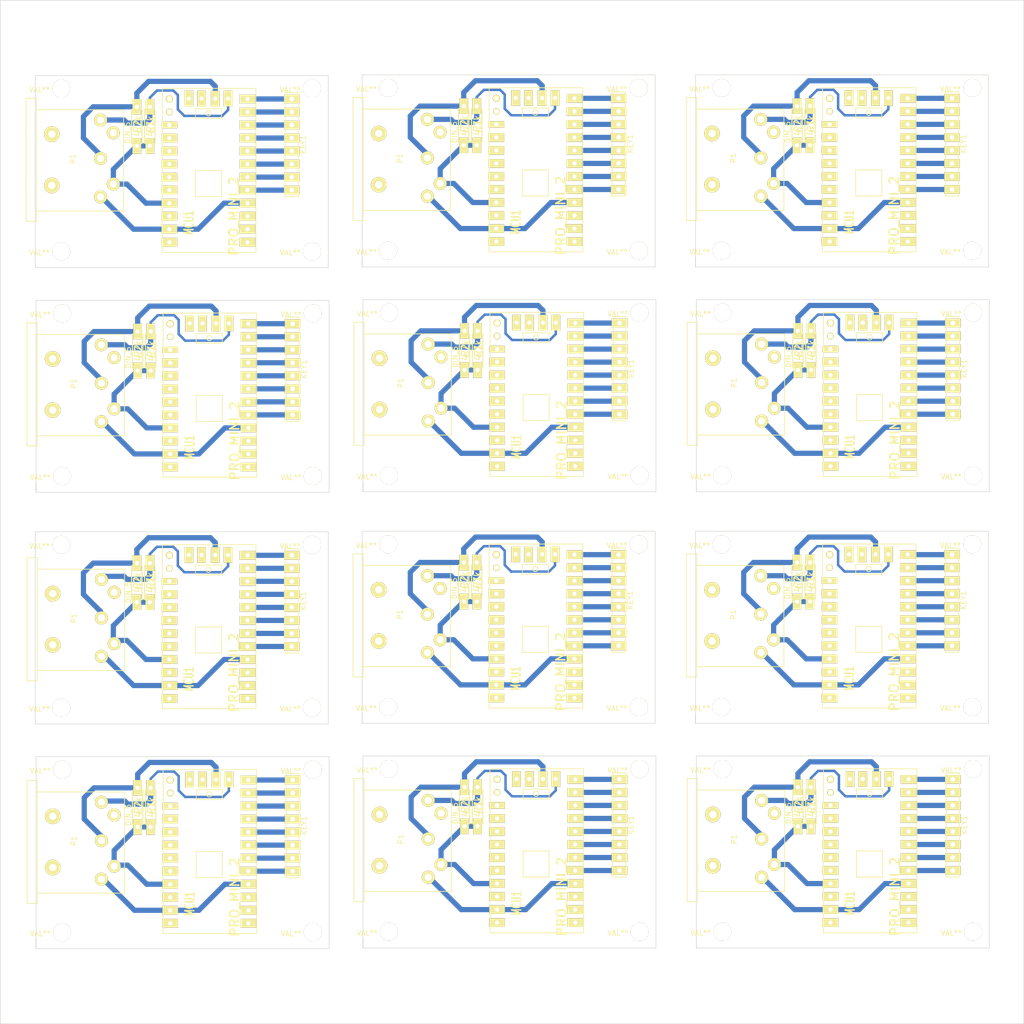
<source format=kicad_pcb>
(kicad_pcb (version 3) (host pcbnew "(2013-07-07 BZR 4022)-stable")
  (title_block (title Botonera) (rev 1.0) (company Electrolabo) (comment 1 "Proyecto Cabinas"))
  (layers (15 F.Cu signal) (0 B.Cu signal) (18 B.Paste user) (19 F.Paste user) (20 B.SilkS user) (21 F.SilkS user) (22 B.Mask user) (23 F.Mask user) (28 Edge.Cuts user))
  (net 0 "")
  (net 1 +5V)
  (net 2 GND)
  (net 3 I2CSCL)
  (net 4 I2CSDA)
  (net 5 N-000002)
  (net 6 N-0000024)
  (net 7 N-0000025)
  (net 8 N-0000026)
  (net 9 N-0000027)
  (net 10 N-000003)
  (net 11 N-000004)
  (net 12 N-000009)
  (module PinArray_8x1 (layer F.Cu) (at 135.46 131.34 270)
    (fp_text reference KEY1 (at 0 -2.25 270) (layer F.SilkS))
    (fp_text value KEYPAD_4X4 hide)
    (pad 5 thru_hole rect (at 1.27 0 270) (size 1.7018 3.048) (drill 0.889) (layers *.Cu *.Mask F.SilkS) (net 9 N-0000027))
    (pad 4 thru_hole rect (at -1.27 0 270) (size 1.7018 3.048) (drill 0.889) (layers *.Cu *.Mask F.SilkS) (net 12 N-000009))
    (pad 6 thru_hole rect (at 3.81 0 270) (size 1.7018 3.048) (drill 0.889) (layers *.Cu *.Mask F.SilkS) (net 8 N-0000026))
    (pad 7 thru_hole rect (at 6.35 0 270) (size 1.7018 3.048) (drill 0.889) (layers *.Cu *.Mask F.SilkS) (net 7 N-0000025))
    (pad 8 thru_hole rect (at 8.89 0 270) (size 1.7018 3.048) (drill 0.889) (layers *.Cu *.Mask F.SilkS) (net 6 N-0000024))
    (pad 3 thru_hole rect (at -3.81 0 270) (size 1.7018 3.048) (drill 0.889) (layers *.Cu *.Mask F.SilkS) (net 5 N-000002))
    (pad 2 thru_hole rect (at -6.35 0 270) (size 1.7018 3.048) (drill 0.889) (layers *.Cu *.Mask F.SilkS) (net 10 N-000003))
    (pad 1 thru_hole rect (at -8.89 0 270) (size 1.7018 3.048) (drill 0.889) (layers *.Cu *.Mask F.SilkS) (net 11 N-000004))
  )
  (module 3.5mm_Screw (layer F.Cu) (at 90.502 152.168)
    (fp_text reference 3.5mm_Screw hide)
    (fp_text value VAL** (at -4.25 0.25) (layer F.SilkS))
    (pad 1 thru_hole circle (at 0 0) (size 3.5 3.5) (drill 3.5) (layers *.Cu *.Mask F.SilkS))
  )
  (module 3.5mm_Screw (layer F.Cu) (at 139.397 152.168)
    (fp_text reference 3.5mm_Screw hide)
    (fp_text value VAL** (at -4.25 0.25) (layer F.SilkS))
    (pad 1 thru_hole circle (at 0 0) (size 3.5 3.5) (drill 3.5) (layers *.Cu *.Mask F.SilkS))
  )
  (module 3.5mm_Screw (layer F.Cu) (at 139.397 120.418)
    (fp_text reference 3.5mm_Screw hide)
    (fp_text value VAL** (at -4.25 0.25) (layer F.SilkS))
    (pad 1 thru_hole circle (at 0 0) (size 3.5 3.5) (drill 3.5) (layers *.Cu *.Mask F.SilkS))
  )
  (module 3.5mm_Screw (layer F.Cu) (at 90.502 120.418)
    (fp_text reference 3.5mm_Screw hide)
    (fp_text value VAL** (at -4.25 0.25) (layer F.SilkS))
    (pad 1 thru_hole circle (at 0 0) (size 3.5 3.5) (drill 3.5) (layers *.Cu *.Mask F.SilkS))
  )
  (module DIN5 (layer F.Cu) (at 100.154 129.054 270)
    (fp_text reference P1 (at 5.08 7.366 270) (layer F.SilkS))
    (fp_text value DIN_5 (at 0 -3.25 270) (layer F.SilkS))
    (pad 1 thru_hole circle (at -2.5 2 270) (size 2.54 2.54) (drill 1.4) (layers *.Cu *.Mask F.SilkS) (net 3 I2CSCL))
    (pad 2 thru_hole circle (at 5 2 270) (size 2.54 2.54) (drill 1.4) (layers *.Cu *.Mask F.SilkS) (net 4 I2CSDA))
    (pad 3 thru_hole circle (at 12.5 2 270) (size 2.54 2.54) (drill 1.4) (layers *.Cu *.Mask F.SilkS) (net 2 GND))
    (pad 5 thru_hole circle (at 0 -0.5 270) (size 2.54 2.54) (drill 1.4) (layers *.Cu *.Mask F.SilkS))
    (pad 4 thru_hole circle (at 10 -0.5 270) (size 2.54 2.54) (drill 1.4) (layers *.Cu *.Mask F.SilkS) (net 1 +5V))
    (pad "" thru_hole circle (at 0.25 11.5 270) (size 3.048 3.048) (drill 1.4) (layers *.Cu *.Mask F.SilkS))
    (pad "" thru_hole circle (at 10.25 11.5 270) (size 3.048 3.048) (drill 1.4) (layers *.Cu *.Mask F.SilkS))
  )
  (module ProMini2 (layer F.Cu) (at 119.204 133.88 90)
    (fp_text reference MCU1 (at -12.7 -3.81 90) (layer F.SilkS) (effects (font (size 1.778 1.143) (thickness 0.3048))))
    (fp_text value PRO_MINI_2 (at -11.43 4.953 90) (layer F.SilkS) (effects (font (size 1.778 1.778) (thickness 0.3048))))
    (pad 1 thru_hole rect (at -16.51 7.62 90) (size 1.7018 3.048) (drill 0.8128) (layers *.Cu *.Mask F.SilkS))
    (pad 2 thru_hole rect (at -13.97 7.62 90) (size 1.7018 3.048) (drill 0.8128) (layers *.Cu *.Mask F.SilkS))
    (pad 3 thru_hole rect (at -11.43 7.62 90) (size 1.7018 3.048) (drill 0.8128) (layers *.Cu *.Mask F.SilkS))
    (pad 4 thru_hole rect (at -8.89 7.62 90) (size 1.7018 3.048) (drill 0.8128) (layers *.Cu *.Mask F.SilkS) (net 2 GND))
    (pad 5 thru_hole rect (at -6.35 7.62 90) (size 1.7018 3.048) (drill 0.8128) (layers *.Cu *.Mask F.SilkS) (net 6 N-0000024))
    (pad 6 thru_hole rect (at -3.81 7.62 90) (size 1.7018 3.048) (drill 0.8128) (layers *.Cu *.Mask F.SilkS) (net 7 N-0000025))
    (pad 7 thru_hole rect (at -1.27 7.62 90) (size 1.7018 3.048) (drill 0.8128) (layers *.Cu *.Mask F.SilkS) (net 8 N-0000026))
    (pad 8 thru_hole rect (at 1.27 7.62 90) (size 1.7018 3.048) (drill 0.8128) (layers *.Cu *.Mask F.SilkS) (net 9 N-0000027))
    (pad 9 thru_hole rect (at 3.81 7.62 90) (size 1.7018 3.048) (drill 0.8128) (layers *.Cu *.Mask F.SilkS) (net 12 N-000009))
    (pad 10 thru_hole rect (at 6.35 7.62 90) (size 1.7018 3.048) (drill 0.8128) (layers *.Cu *.Mask F.SilkS) (net 5 N-000002))
    (pad 11 thru_hole rect (at 8.89 7.62 90) (size 1.7018 3.048) (drill 0.8128) (layers *.Cu *.Mask F.SilkS) (net 10 N-000003))
    (pad 12 thru_hole rect (at 11.43 7.62 90) (size 1.7018 3.048) (drill 0.8128) (layers *.Cu *.Mask F.SilkS) (net 11 N-000004))
    (pad 13 thru_hole rect (at 11.5 3.83 90) (size 3.048 1.7018) (drill 0.8128) (layers *.Cu *.Mask F.SilkS) (net 3 I2CSCL))
    (pad 14 thru_hole rect (at 11.5 1.33 90) (size 3.048 1.7018) (drill 0.8128) (layers *.Cu *.Mask F.SilkS) (net 4 I2CSDA))
    (pad 15 thru_hole rect (at 11.5 -1.33 90) (size 3.048 1.7018) (drill 0.8128) (layers *.Cu *.Mask F.SilkS))
    (pad 16 thru_hole rect (at 11.5 -3.83 90) (size 3.048 1.7018) (drill 0.8128) (layers *.Cu *.Mask F.SilkS))
    (pad 17 thru_hole circle (at 11.43 -7.62 90) (size 1.397 1.397) (drill 0.8128) (layers *.Cu *.Mask F.SilkS))
    (pad 18 thru_hole circle (at 8.89 -7.62 90) (size 1.27 1.27) (drill 0.8128) (layers *.Cu *.Mask F.SilkS))
    (pad 19 thru_hole rect (at 6.35 -7.62 90) (size 1.27 3.048) (drill 0.8128) (layers *.Cu *.Mask F.SilkS))
    (pad 20 thru_hole rect (at 3.81 -7.62 90) (size 1.7018 3.048) (drill 0.8128) (layers *.Cu *.Mask F.SilkS))
    (pad 21 thru_hole rect (at 1.27 -7.62 90) (size 1.7018 3.048) (drill 0.8128) (layers *.Cu *.Mask F.SilkS))
    (pad 22 thru_hole rect (at -1.27 -7.62 90) (size 1.7018 3.048) (drill 0.8128) (layers *.Cu *.Mask F.SilkS))
    (pad 23 thru_hole rect (at -3.81 -7.62 90) (size 1.7018 3.048) (drill 0.8128) (layers *.Cu *.Mask F.SilkS))
    (pad 24 thru_hole rect (at -6.35 -7.62 90) (size 1.7018 3.048) (drill 0.8128) (layers *.Cu *.Mask F.SilkS))
    (pad 25 thru_hole rect (at -8.89 -7.62 90) (size 1.7018 3.048) (drill 0.8128) (layers *.Cu *.Mask F.SilkS) (net 1 +5V))
    (pad 26 thru_hole rect (at -11.43 -7.62 90) (size 1.7018 3.048) (drill 0.8128) (layers *.Cu *.Mask F.SilkS))
    (pad 27 thru_hole rect (at -13.97 -7.62 90) (size 1.7018 3.048) (drill 0.8128) (layers *.Cu *.Mask F.SilkS) (net 2 GND))
    (pad 28 thru_hole rect (at -16.51 -7.62 90) (size 1.7018 3.048) (drill 0.8128) (layers *.Cu *.Mask F.SilkS))
  )
  (module R3 (layer F.Cu) (at 107.774 127.784 90)
    (fp_text reference R1 (at 0 0.127 90) (layer F.SilkS) (effects (font (size 1.397 1.27) (thickness 0.2032))))
    (fp_text value 4.7k (at 0 0.127 90) (layer F.SilkS) (effects (font (size 1.397 1.27) (thickness 0.2032))))
    (pad 1 thru_hole rect (at -3.81 0 90) (size 3.048 1.7018) (drill 0.8128) (layers *.Cu *.Mask F.SilkS) (net 1 +5V))
    (pad 2 thru_hole rect (at 3.81 0 90) (size 3.048 1.7018) (drill 0.8128) (layers *.Cu *.Mask F.SilkS) (net 3 I2CSCL))
  )
  (module R3 (layer F.Cu) (at 105.234 127.784 90)
    (fp_text reference R2 (at 0 0.127 90) (layer F.SilkS) (effects (font (size 1.397 1.27) (thickness 0.2032))))
    (fp_text value 4.7k (at 0 0.127 90) (layer F.SilkS) (effects (font (size 1.397 1.27) (thickness 0.2032))))
    (pad 1 thru_hole rect (at -3.81 0 90) (size 3.048 1.7018) (drill 0.8128) (layers *.Cu *.Mask F.SilkS) (net 1 +5V))
    (pad 2 thru_hole rect (at 3.81 0 90) (size 3.048 1.7018) (drill 0.8128) (layers *.Cu *.Mask F.SilkS) (net 4 I2CSDA))
  )
  (module R3 (layer F.Cu) (at 41.48 127.911 90)
    (fp_text reference R2 (at 0 0.127 90) (layer F.SilkS) (effects (font (size 1.397 1.27) (thickness 0.2032))))
    (fp_text value 4.7k (at 0 0.127 90) (layer F.SilkS) (effects (font (size 1.397 1.27) (thickness 0.2032))))
    (pad 1 thru_hole rect (at -3.81 0 90) (size 3.048 1.7018) (drill 0.8128) (layers *.Cu *.Mask F.SilkS) (net 1 +5V))
    (pad 2 thru_hole rect (at 3.81 0 90) (size 3.048 1.7018) (drill 0.8128) (layers *.Cu *.Mask F.SilkS) (net 4 I2CSDA))
  )
  (module R3 (layer F.Cu) (at 44.02 127.911 90)
    (fp_text reference R1 (at 0 0.127 90) (layer F.SilkS) (effects (font (size 1.397 1.27) (thickness 0.2032))))
    (fp_text value 4.7k (at 0 0.127 90) (layer F.SilkS) (effects (font (size 1.397 1.27) (thickness 0.2032))))
    (pad 1 thru_hole rect (at -3.81 0 90) (size 3.048 1.7018) (drill 0.8128) (layers *.Cu *.Mask F.SilkS) (net 1 +5V))
    (pad 2 thru_hole rect (at 3.81 0 90) (size 3.048 1.7018) (drill 0.8128) (layers *.Cu *.Mask F.SilkS) (net 3 I2CSCL))
  )
  (module ProMini2 (layer F.Cu) (at 55.45 134.007 90)
    (fp_text reference MCU1 (at -12.7 -3.81 90) (layer F.SilkS) (effects (font (size 1.778 1.143) (thickness 0.3048))))
    (fp_text value PRO_MINI_2 (at -11.43 4.953 90) (layer F.SilkS) (effects (font (size 1.778 1.778) (thickness 0.3048))))
    (pad 1 thru_hole rect (at -16.51 7.62 90) (size 1.7018 3.048) (drill 0.8128) (layers *.Cu *.Mask F.SilkS))
    (pad 2 thru_hole rect (at -13.97 7.62 90) (size 1.7018 3.048) (drill 0.8128) (layers *.Cu *.Mask F.SilkS))
    (pad 3 thru_hole rect (at -11.43 7.62 90) (size 1.7018 3.048) (drill 0.8128) (layers *.Cu *.Mask F.SilkS))
    (pad 4 thru_hole rect (at -8.89 7.62 90) (size 1.7018 3.048) (drill 0.8128) (layers *.Cu *.Mask F.SilkS) (net 2 GND))
    (pad 5 thru_hole rect (at -6.35 7.62 90) (size 1.7018 3.048) (drill 0.8128) (layers *.Cu *.Mask F.SilkS) (net 6 N-0000024))
    (pad 6 thru_hole rect (at -3.81 7.62 90) (size 1.7018 3.048) (drill 0.8128) (layers *.Cu *.Mask F.SilkS) (net 7 N-0000025))
    (pad 7 thru_hole rect (at -1.27 7.62 90) (size 1.7018 3.048) (drill 0.8128) (layers *.Cu *.Mask F.SilkS) (net 8 N-0000026))
    (pad 8 thru_hole rect (at 1.27 7.62 90) (size 1.7018 3.048) (drill 0.8128) (layers *.Cu *.Mask F.SilkS) (net 9 N-0000027))
    (pad 9 thru_hole rect (at 3.81 7.62 90) (size 1.7018 3.048) (drill 0.8128) (layers *.Cu *.Mask F.SilkS) (net 12 N-000009))
    (pad 10 thru_hole rect (at 6.35 7.62 90) (size 1.7018 3.048) (drill 0.8128) (layers *.Cu *.Mask F.SilkS) (net 5 N-000002))
    (pad 11 thru_hole rect (at 8.89 7.62 90) (size 1.7018 3.048) (drill 0.8128) (layers *.Cu *.Mask F.SilkS) (net 10 N-000003))
    (pad 12 thru_hole rect (at 11.43 7.62 90) (size 1.7018 3.048) (drill 0.8128) (layers *.Cu *.Mask F.SilkS) (net 11 N-000004))
    (pad 13 thru_hole rect (at 11.5 3.83 90) (size 3.048 1.7018) (drill 0.8128) (layers *.Cu *.Mask F.SilkS) (net 3 I2CSCL))
    (pad 14 thru_hole rect (at 11.5 1.33 90) (size 3.048 1.7018) (drill 0.8128) (layers *.Cu *.Mask F.SilkS) (net 4 I2CSDA))
    (pad 15 thru_hole rect (at 11.5 -1.33 90) (size 3.048 1.7018) (drill 0.8128) (layers *.Cu *.Mask F.SilkS))
    (pad 16 thru_hole rect (at 11.5 -3.83 90) (size 3.048 1.7018) (drill 0.8128) (layers *.Cu *.Mask F.SilkS))
    (pad 17 thru_hole circle (at 11.43 -7.62 90) (size 1.397 1.397) (drill 0.8128) (layers *.Cu *.Mask F.SilkS))
    (pad 18 thru_hole circle (at 8.89 -7.62 90) (size 1.27 1.27) (drill 0.8128) (layers *.Cu *.Mask F.SilkS))
    (pad 19 thru_hole rect (at 6.35 -7.62 90) (size 1.27 3.048) (drill 0.8128) (layers *.Cu *.Mask F.SilkS))
    (pad 20 thru_hole rect (at 3.81 -7.62 90) (size 1.7018 3.048) (drill 0.8128) (layers *.Cu *.Mask F.SilkS))
    (pad 21 thru_hole rect (at 1.27 -7.62 90) (size 1.7018 3.048) (drill 0.8128) (layers *.Cu *.Mask F.SilkS))
    (pad 22 thru_hole rect (at -1.27 -7.62 90) (size 1.7018 3.048) (drill 0.8128) (layers *.Cu *.Mask F.SilkS))
    (pad 23 thru_hole rect (at -3.81 -7.62 90) (size 1.7018 3.048) (drill 0.8128) (layers *.Cu *.Mask F.SilkS))
    (pad 24 thru_hole rect (at -6.35 -7.62 90) (size 1.7018 3.048) (drill 0.8128) (layers *.Cu *.Mask F.SilkS))
    (pad 25 thru_hole rect (at -8.89 -7.62 90) (size 1.7018 3.048) (drill 0.8128) (layers *.Cu *.Mask F.SilkS) (net 1 +5V))
    (pad 26 thru_hole rect (at -11.43 -7.62 90) (size 1.7018 3.048) (drill 0.8128) (layers *.Cu *.Mask F.SilkS))
    (pad 27 thru_hole rect (at -13.97 -7.62 90) (size 1.7018 3.048) (drill 0.8128) (layers *.Cu *.Mask F.SilkS) (net 2 GND))
    (pad 28 thru_hole rect (at -16.51 -7.62 90) (size 1.7018 3.048) (drill 0.8128) (layers *.Cu *.Mask F.SilkS))
  )
  (module DIN5 (layer F.Cu) (at 36.576 129.794 270)
    (fp_text reference P1 (at 5.08 7.366 270) (layer F.SilkS))
    (fp_text value DIN_5 (at 0 -3.25 270) (layer F.SilkS))
    (pad 1 thru_hole circle (at -2.5 2 270) (size 2.54 2.54) (drill 1.4) (layers *.Cu *.Mask F.SilkS) (net 3 I2CSCL))
    (pad 2 thru_hole circle (at 5 2 270) (size 2.54 2.54) (drill 1.4) (layers *.Cu *.Mask F.SilkS) (net 4 I2CSDA))
    (pad 3 thru_hole circle (at 12.5 2 270) (size 2.54 2.54) (drill 1.4) (layers *.Cu *.Mask F.SilkS) (net 2 GND))
    (pad 5 thru_hole circle (at 0 -0.5 270) (size 2.54 2.54) (drill 1.4) (layers *.Cu *.Mask F.SilkS))
    (pad 4 thru_hole circle (at 10 -0.5 270) (size 2.54 2.54) (drill 1.4) (layers *.Cu *.Mask F.SilkS) (net 1 +5V))
    (pad "" thru_hole circle (at 0.25 11.5 270) (size 3.048 3.048) (drill 1.4) (layers *.Cu *.Mask F.SilkS))
    (pad "" thru_hole circle (at 10.25 11.5 270) (size 3.048 3.048) (drill 1.4) (layers *.Cu *.Mask F.SilkS))
  )
  (module 3.5mm_Screw (layer F.Cu) (at 26.748 120.545)
    (fp_text reference 3.5mm_Screw hide)
    (fp_text value VAL** (at -4.25 0.25) (layer F.SilkS))
    (pad 1 thru_hole circle (at 0 0) (size 3.5 3.5) (drill 3.5) (layers *.Cu *.Mask F.SilkS))
  )
  (module 3.5mm_Screw (layer F.Cu) (at 75.643 120.545)
    (fp_text reference 3.5mm_Screw hide)
    (fp_text value VAL** (at -4.25 0.25) (layer F.SilkS))
    (pad 1 thru_hole circle (at 0 0) (size 3.5 3.5) (drill 3.5) (layers *.Cu *.Mask F.SilkS))
  )
  (module 3.5mm_Screw (layer F.Cu) (at 75.643 152.295)
    (fp_text reference 3.5mm_Screw hide)
    (fp_text value VAL** (at -4.25 0.25) (layer F.SilkS))
    (pad 1 thru_hole circle (at 0 0) (size 3.5 3.5) (drill 3.5) (layers *.Cu *.Mask F.SilkS))
  )
  (module 3.5mm_Screw (layer F.Cu) (at 26.748 152.295)
    (fp_text reference 3.5mm_Screw hide)
    (fp_text value VAL** (at -4.25 0.25) (layer F.SilkS))
    (pad 1 thru_hole circle (at 0 0) (size 3.5 3.5) (drill 3.5) (layers *.Cu *.Mask F.SilkS))
  )
  (module PinArray_8x1 (layer F.Cu) (at 71.706 131.467 270)
    (fp_text reference KEY1 (at 0 -2.25 270) (layer F.SilkS))
    (fp_text value KEYPAD_4X4 hide)
    (pad 5 thru_hole rect (at 1.27 0 270) (size 1.7018 3.048) (drill 0.889) (layers *.Cu *.Mask F.SilkS) (net 9 N-0000027))
    (pad 4 thru_hole rect (at -1.27 0 270) (size 1.7018 3.048) (drill 0.889) (layers *.Cu *.Mask F.SilkS) (net 12 N-000009))
    (pad 6 thru_hole rect (at 3.81 0 270) (size 1.7018 3.048) (drill 0.889) (layers *.Cu *.Mask F.SilkS) (net 8 N-0000026))
    (pad 7 thru_hole rect (at 6.35 0 270) (size 1.7018 3.048) (drill 0.889) (layers *.Cu *.Mask F.SilkS) (net 7 N-0000025))
    (pad 8 thru_hole rect (at 8.89 0 270) (size 1.7018 3.048) (drill 0.889) (layers *.Cu *.Mask F.SilkS) (net 6 N-0000024))
    (pad 3 thru_hole rect (at -3.81 0 270) (size 1.7018 3.048) (drill 0.889) (layers *.Cu *.Mask F.SilkS) (net 5 N-000002))
    (pad 2 thru_hole rect (at -6.35 0 270) (size 1.7018 3.048) (drill 0.889) (layers *.Cu *.Mask F.SilkS) (net 10 N-000003))
    (pad 1 thru_hole rect (at -8.89 0 270) (size 1.7018 3.048) (drill 0.889) (layers *.Cu *.Mask F.SilkS) (net 11 N-000004))
  )
  (module R3 (layer F.Cu) (at 170.258 127.784 90)
    (fp_text reference R2 (at 0 0.127 90) (layer F.SilkS) (effects (font (size 1.397 1.27) (thickness 0.2032))))
    (fp_text value 4.7k (at 0 0.127 90) (layer F.SilkS) (effects (font (size 1.397 1.27) (thickness 0.2032))))
    (pad 1 thru_hole rect (at -3.81 0 90) (size 3.048 1.7018) (drill 0.8128) (layers *.Cu *.Mask F.SilkS) (net 1 +5V))
    (pad 2 thru_hole rect (at 3.81 0 90) (size 3.048 1.7018) (drill 0.8128) (layers *.Cu *.Mask F.SilkS) (net 4 I2CSDA))
  )
  (module R3 (layer F.Cu) (at 172.798 127.784 90)
    (fp_text reference R1 (at 0 0.127 90) (layer F.SilkS) (effects (font (size 1.397 1.27) (thickness 0.2032))))
    (fp_text value 4.7k (at 0 0.127 90) (layer F.SilkS) (effects (font (size 1.397 1.27) (thickness 0.2032))))
    (pad 1 thru_hole rect (at -3.81 0 90) (size 3.048 1.7018) (drill 0.8128) (layers *.Cu *.Mask F.SilkS) (net 1 +5V))
    (pad 2 thru_hole rect (at 3.81 0 90) (size 3.048 1.7018) (drill 0.8128) (layers *.Cu *.Mask F.SilkS) (net 3 I2CSCL))
  )
  (module ProMini2 (layer F.Cu) (at 184.228 133.88 90)
    (fp_text reference MCU1 (at -12.7 -3.81 90) (layer F.SilkS) (effects (font (size 1.778 1.143) (thickness 0.3048))))
    (fp_text value PRO_MINI_2 (at -11.43 4.953 90) (layer F.SilkS) (effects (font (size 1.778 1.778) (thickness 0.3048))))
    (pad 1 thru_hole rect (at -16.51 7.62 90) (size 1.7018 3.048) (drill 0.8128) (layers *.Cu *.Mask F.SilkS))
    (pad 2 thru_hole rect (at -13.97 7.62 90) (size 1.7018 3.048) (drill 0.8128) (layers *.Cu *.Mask F.SilkS))
    (pad 3 thru_hole rect (at -11.43 7.62 90) (size 1.7018 3.048) (drill 0.8128) (layers *.Cu *.Mask F.SilkS))
    (pad 4 thru_hole rect (at -8.89 7.62 90) (size 1.7018 3.048) (drill 0.8128) (layers *.Cu *.Mask F.SilkS) (net 2 GND))
    (pad 5 thru_hole rect (at -6.35 7.62 90) (size 1.7018 3.048) (drill 0.8128) (layers *.Cu *.Mask F.SilkS) (net 6 N-0000024))
    (pad 6 thru_hole rect (at -3.81 7.62 90) (size 1.7018 3.048) (drill 0.8128) (layers *.Cu *.Mask F.SilkS) (net 7 N-0000025))
    (pad 7 thru_hole rect (at -1.27 7.62 90) (size 1.7018 3.048) (drill 0.8128) (layers *.Cu *.Mask F.SilkS) (net 8 N-0000026))
    (pad 8 thru_hole rect (at 1.27 7.62 90) (size 1.7018 3.048) (drill 0.8128) (layers *.Cu *.Mask F.SilkS) (net 9 N-0000027))
    (pad 9 thru_hole rect (at 3.81 7.62 90) (size 1.7018 3.048) (drill 0.8128) (layers *.Cu *.Mask F.SilkS) (net 12 N-000009))
    (pad 10 thru_hole rect (at 6.35 7.62 90) (size 1.7018 3.048) (drill 0.8128) (layers *.Cu *.Mask F.SilkS) (net 5 N-000002))
    (pad 11 thru_hole rect (at 8.89 7.62 90) (size 1.7018 3.048) (drill 0.8128) (layers *.Cu *.Mask F.SilkS) (net 10 N-000003))
    (pad 12 thru_hole rect (at 11.43 7.62 90) (size 1.7018 3.048) (drill 0.8128) (layers *.Cu *.Mask F.SilkS) (net 11 N-000004))
    (pad 13 thru_hole rect (at 11.5 3.83 90) (size 3.048 1.7018) (drill 0.8128) (layers *.Cu *.Mask F.SilkS) (net 3 I2CSCL))
    (pad 14 thru_hole rect (at 11.5 1.33 90) (size 3.048 1.7018) (drill 0.8128) (layers *.Cu *.Mask F.SilkS) (net 4 I2CSDA))
    (pad 15 thru_hole rect (at 11.5 -1.33 90) (size 3.048 1.7018) (drill 0.8128) (layers *.Cu *.Mask F.SilkS))
    (pad 16 thru_hole rect (at 11.5 -3.83 90) (size 3.048 1.7018) (drill 0.8128) (layers *.Cu *.Mask F.SilkS))
    (pad 17 thru_hole circle (at 11.43 -7.62 90) (size 1.397 1.397) (drill 0.8128) (layers *.Cu *.Mask F.SilkS))
    (pad 18 thru_hole circle (at 8.89 -7.62 90) (size 1.27 1.27) (drill 0.8128) (layers *.Cu *.Mask F.SilkS))
    (pad 19 thru_hole rect (at 6.35 -7.62 90) (size 1.27 3.048) (drill 0.8128) (layers *.Cu *.Mask F.SilkS))
    (pad 20 thru_hole rect (at 3.81 -7.62 90) (size 1.7018 3.048) (drill 0.8128) (layers *.Cu *.Mask F.SilkS))
    (pad 21 thru_hole rect (at 1.27 -7.62 90) (size 1.7018 3.048) (drill 0.8128) (layers *.Cu *.Mask F.SilkS))
    (pad 22 thru_hole rect (at -1.27 -7.62 90) (size 1.7018 3.048) (drill 0.8128) (layers *.Cu *.Mask F.SilkS))
    (pad 23 thru_hole rect (at -3.81 -7.62 90) (size 1.7018 3.048) (drill 0.8128) (layers *.Cu *.Mask F.SilkS))
    (pad 24 thru_hole rect (at -6.35 -7.62 90) (size 1.7018 3.048) (drill 0.8128) (layers *.Cu *.Mask F.SilkS))
    (pad 25 thru_hole rect (at -8.89 -7.62 90) (size 1.7018 3.048) (drill 0.8128) (layers *.Cu *.Mask F.SilkS) (net 1 +5V))
    (pad 26 thru_hole rect (at -11.43 -7.62 90) (size 1.7018 3.048) (drill 0.8128) (layers *.Cu *.Mask F.SilkS))
    (pad 27 thru_hole rect (at -13.97 -7.62 90) (size 1.7018 3.048) (drill 0.8128) (layers *.Cu *.Mask F.SilkS) (net 2 GND))
    (pad 28 thru_hole rect (at -16.51 -7.62 90) (size 1.7018 3.048) (drill 0.8128) (layers *.Cu *.Mask F.SilkS))
  )
  (module DIN5 (layer F.Cu) (at 165.178 129.054 270)
    (fp_text reference P1 (at 5.08 7.366 270) (layer F.SilkS))
    (fp_text value DIN_5 (at 0 -3.25 270) (layer F.SilkS))
    (pad 1 thru_hole circle (at -2.5 2 270) (size 2.54 2.54) (drill 1.4) (layers *.Cu *.Mask F.SilkS) (net 3 I2CSCL))
    (pad 2 thru_hole circle (at 5 2 270) (size 2.54 2.54) (drill 1.4) (layers *.Cu *.Mask F.SilkS) (net 4 I2CSDA))
    (pad 3 thru_hole circle (at 12.5 2 270) (size 2.54 2.54) (drill 1.4) (layers *.Cu *.Mask F.SilkS) (net 2 GND))
    (pad 5 thru_hole circle (at 0 -0.5 270) (size 2.54 2.54) (drill 1.4) (layers *.Cu *.Mask F.SilkS))
    (pad 4 thru_hole circle (at 10 -0.5 270) (size 2.54 2.54) (drill 1.4) (layers *.Cu *.Mask F.SilkS) (net 1 +5V))
    (pad "" thru_hole circle (at 0.25 11.5 270) (size 3.048 3.048) (drill 1.4) (layers *.Cu *.Mask F.SilkS))
    (pad "" thru_hole circle (at 10.25 11.5 270) (size 3.048 3.048) (drill 1.4) (layers *.Cu *.Mask F.SilkS))
  )
  (module 3.5mm_Screw (layer F.Cu) (at 155.526 120.418)
    (fp_text reference 3.5mm_Screw hide)
    (fp_text value VAL** (at -4.25 0.25) (layer F.SilkS))
    (pad 1 thru_hole circle (at 0 0) (size 3.5 3.5) (drill 3.5) (layers *.Cu *.Mask F.SilkS))
  )
  (module 3.5mm_Screw (layer F.Cu) (at 204.421 120.418)
    (fp_text reference 3.5mm_Screw hide)
    (fp_text value VAL** (at -4.25 0.25) (layer F.SilkS))
    (pad 1 thru_hole circle (at 0 0) (size 3.5 3.5) (drill 3.5) (layers *.Cu *.Mask F.SilkS))
  )
  (module 3.5mm_Screw (layer F.Cu) (at 204.421 152.168)
    (fp_text reference 3.5mm_Screw hide)
    (fp_text value VAL** (at -4.25 0.25) (layer F.SilkS))
    (pad 1 thru_hole circle (at 0 0) (size 3.5 3.5) (drill 3.5) (layers *.Cu *.Mask F.SilkS))
  )
  (module 3.5mm_Screw (layer F.Cu) (at 155.526 152.168)
    (fp_text reference 3.5mm_Screw hide)
    (fp_text value VAL** (at -4.25 0.25) (layer F.SilkS))
    (pad 1 thru_hole circle (at 0 0) (size 3.5 3.5) (drill 3.5) (layers *.Cu *.Mask F.SilkS))
  )
  (module PinArray_8x1 (layer F.Cu) (at 200.484 131.34 270)
    (fp_text reference KEY1 (at 0 -2.25 270) (layer F.SilkS))
    (fp_text value KEYPAD_4X4 hide)
    (pad 5 thru_hole rect (at 1.27 0 270) (size 1.7018 3.048) (drill 0.889) (layers *.Cu *.Mask F.SilkS) (net 9 N-0000027))
    (pad 4 thru_hole rect (at -1.27 0 270) (size 1.7018 3.048) (drill 0.889) (layers *.Cu *.Mask F.SilkS) (net 12 N-000009))
    (pad 6 thru_hole rect (at 3.81 0 270) (size 1.7018 3.048) (drill 0.889) (layers *.Cu *.Mask F.SilkS) (net 8 N-0000026))
    (pad 7 thru_hole rect (at 6.35 0 270) (size 1.7018 3.048) (drill 0.889) (layers *.Cu *.Mask F.SilkS) (net 7 N-0000025))
    (pad 8 thru_hole rect (at 8.89 0 270) (size 1.7018 3.048) (drill 0.889) (layers *.Cu *.Mask F.SilkS) (net 6 N-0000024))
    (pad 3 thru_hole rect (at -3.81 0 270) (size 1.7018 3.048) (drill 0.889) (layers *.Cu *.Mask F.SilkS) (net 5 N-000002))
    (pad 2 thru_hole rect (at -6.35 0 270) (size 1.7018 3.048) (drill 0.889) (layers *.Cu *.Mask F.SilkS) (net 10 N-000003))
    (pad 1 thru_hole rect (at -8.89 0 270) (size 1.7018 3.048) (drill 0.889) (layers *.Cu *.Mask F.SilkS) (net 11 N-000004))
  )
  (module PinArray_8x1 (layer F.Cu) (at 200.643 175.171 270)
    (fp_text reference KEY1 (at 0 -2.25 270) (layer F.SilkS))
    (fp_text value KEYPAD_4X4 hide)
    (pad 5 thru_hole rect (at 1.27 0 270) (size 1.7018 3.048) (drill 0.889) (layers *.Cu *.Mask F.SilkS) (net 9 N-0000027))
    (pad 4 thru_hole rect (at -1.27 0 270) (size 1.7018 3.048) (drill 0.889) (layers *.Cu *.Mask F.SilkS) (net 12 N-000009))
    (pad 6 thru_hole rect (at 3.81 0 270) (size 1.7018 3.048) (drill 0.889) (layers *.Cu *.Mask F.SilkS) (net 8 N-0000026))
    (pad 7 thru_hole rect (at 6.35 0 270) (size 1.7018 3.048) (drill 0.889) (layers *.Cu *.Mask F.SilkS) (net 7 N-0000025))
    (pad 8 thru_hole rect (at 8.89 0 270) (size 1.7018 3.048) (drill 0.889) (layers *.Cu *.Mask F.SilkS) (net 6 N-0000024))
    (pad 3 thru_hole rect (at -3.81 0 270) (size 1.7018 3.048) (drill 0.889) (layers *.Cu *.Mask F.SilkS) (net 5 N-000002))
    (pad 2 thru_hole rect (at -6.35 0 270) (size 1.7018 3.048) (drill 0.889) (layers *.Cu *.Mask F.SilkS) (net 10 N-000003))
    (pad 1 thru_hole rect (at -8.89 0 270) (size 1.7018 3.048) (drill 0.889) (layers *.Cu *.Mask F.SilkS) (net 11 N-000004))
  )
  (module 3.5mm_Screw (layer F.Cu) (at 155.685 195.999)
    (fp_text reference 3.5mm_Screw hide)
    (fp_text value VAL** (at -4.25 0.25) (layer F.SilkS))
    (pad 1 thru_hole circle (at 0 0) (size 3.5 3.5) (drill 3.5) (layers *.Cu *.Mask F.SilkS))
  )
  (module 3.5mm_Screw (layer F.Cu) (at 204.58 195.999)
    (fp_text reference 3.5mm_Screw hide)
    (fp_text value VAL** (at -4.25 0.25) (layer F.SilkS))
    (pad 1 thru_hole circle (at 0 0) (size 3.5 3.5) (drill 3.5) (layers *.Cu *.Mask F.SilkS))
  )
  (module 3.5mm_Screw (layer F.Cu) (at 204.58 164.249)
    (fp_text reference 3.5mm_Screw hide)
    (fp_text value VAL** (at -4.25 0.25) (layer F.SilkS))
    (pad 1 thru_hole circle (at 0 0) (size 3.5 3.5) (drill 3.5) (layers *.Cu *.Mask F.SilkS))
  )
  (module 3.5mm_Screw (layer F.Cu) (at 155.685 164.249)
    (fp_text reference 3.5mm_Screw hide)
    (fp_text value VAL** (at -4.25 0.25) (layer F.SilkS))
    (pad 1 thru_hole circle (at 0 0) (size 3.5 3.5) (drill 3.5) (layers *.Cu *.Mask F.SilkS))
  )
  (module DIN5 (layer F.Cu) (at 165.337 172.885 270)
    (fp_text reference P1 (at 5.08 7.366 270) (layer F.SilkS))
    (fp_text value DIN_5 (at 0 -3.25 270) (layer F.SilkS))
    (pad 1 thru_hole circle (at -2.5 2 270) (size 2.54 2.54) (drill 1.4) (layers *.Cu *.Mask F.SilkS) (net 3 I2CSCL))
    (pad 2 thru_hole circle (at 5 2 270) (size 2.54 2.54) (drill 1.4) (layers *.Cu *.Mask F.SilkS) (net 4 I2CSDA))
    (pad 3 thru_hole circle (at 12.5 2 270) (size 2.54 2.54) (drill 1.4) (layers *.Cu *.Mask F.SilkS) (net 2 GND))
    (pad 5 thru_hole circle (at 0 -0.5 270) (size 2.54 2.54) (drill 1.4) (layers *.Cu *.Mask F.SilkS))
    (pad 4 thru_hole circle (at 10 -0.5 270) (size 2.54 2.54) (drill 1.4) (layers *.Cu *.Mask F.SilkS) (net 1 +5V))
    (pad "" thru_hole circle (at 0.25 11.5 270) (size 3.048 3.048) (drill 1.4) (layers *.Cu *.Mask F.SilkS))
    (pad "" thru_hole circle (at 10.25 11.5 270) (size 3.048 3.048) (drill 1.4) (layers *.Cu *.Mask F.SilkS))
  )
  (module ProMini2 (layer F.Cu) (at 184.387 177.711 90)
    (fp_text reference MCU1 (at -12.7 -3.81 90) (layer F.SilkS) (effects (font (size 1.778 1.143) (thickness 0.3048))))
    (fp_text value PRO_MINI_2 (at -11.43 4.953 90) (layer F.SilkS) (effects (font (size 1.778 1.778) (thickness 0.3048))))
    (pad 1 thru_hole rect (at -16.51 7.62 90) (size 1.7018 3.048) (drill 0.8128) (layers *.Cu *.Mask F.SilkS))
    (pad 2 thru_hole rect (at -13.97 7.62 90) (size 1.7018 3.048) (drill 0.8128) (layers *.Cu *.Mask F.SilkS))
    (pad 3 thru_hole rect (at -11.43 7.62 90) (size 1.7018 3.048) (drill 0.8128) (layers *.Cu *.Mask F.SilkS))
    (pad 4 thru_hole rect (at -8.89 7.62 90) (size 1.7018 3.048) (drill 0.8128) (layers *.Cu *.Mask F.SilkS) (net 2 GND))
    (pad 5 thru_hole rect (at -6.35 7.62 90) (size 1.7018 3.048) (drill 0.8128) (layers *.Cu *.Mask F.SilkS) (net 6 N-0000024))
    (pad 6 thru_hole rect (at -3.81 7.62 90) (size 1.7018 3.048) (drill 0.8128) (layers *.Cu *.Mask F.SilkS) (net 7 N-0000025))
    (pad 7 thru_hole rect (at -1.27 7.62 90) (size 1.7018 3.048) (drill 0.8128) (layers *.Cu *.Mask F.SilkS) (net 8 N-0000026))
    (pad 8 thru_hole rect (at 1.27 7.62 90) (size 1.7018 3.048) (drill 0.8128) (layers *.Cu *.Mask F.SilkS) (net 9 N-0000027))
    (pad 9 thru_hole rect (at 3.81 7.62 90) (size 1.7018 3.048) (drill 0.8128) (layers *.Cu *.Mask F.SilkS) (net 12 N-000009))
    (pad 10 thru_hole rect (at 6.35 7.62 90) (size 1.7018 3.048) (drill 0.8128) (layers *.Cu *.Mask F.SilkS) (net 5 N-000002))
    (pad 11 thru_hole rect (at 8.89 7.62 90) (size 1.7018 3.048) (drill 0.8128) (layers *.Cu *.Mask F.SilkS) (net 10 N-000003))
    (pad 12 thru_hole rect (at 11.43 7.62 90) (size 1.7018 3.048) (drill 0.8128) (layers *.Cu *.Mask F.SilkS) (net 11 N-000004))
    (pad 13 thru_hole rect (at 11.5 3.83 90) (size 3.048 1.7018) (drill 0.8128) (layers *.Cu *.Mask F.SilkS) (net 3 I2CSCL))
    (pad 14 thru_hole rect (at 11.5 1.33 90) (size 3.048 1.7018) (drill 0.8128) (layers *.Cu *.Mask F.SilkS) (net 4 I2CSDA))
    (pad 15 thru_hole rect (at 11.5 -1.33 90) (size 3.048 1.7018) (drill 0.8128) (layers *.Cu *.Mask F.SilkS))
    (pad 16 thru_hole rect (at 11.5 -3.83 90) (size 3.048 1.7018) (drill 0.8128) (layers *.Cu *.Mask F.SilkS))
    (pad 17 thru_hole circle (at 11.43 -7.62 90) (size 1.397 1.397) (drill 0.8128) (layers *.Cu *.Mask F.SilkS))
    (pad 18 thru_hole circle (at 8.89 -7.62 90) (size 1.27 1.27) (drill 0.8128) (layers *.Cu *.Mask F.SilkS))
    (pad 19 thru_hole rect (at 6.35 -7.62 90) (size 1.27 3.048) (drill 0.8128) (layers *.Cu *.Mask F.SilkS))
    (pad 20 thru_hole rect (at 3.81 -7.62 90) (size 1.7018 3.048) (drill 0.8128) (layers *.Cu *.Mask F.SilkS))
    (pad 21 thru_hole rect (at 1.27 -7.62 90) (size 1.7018 3.048) (drill 0.8128) (layers *.Cu *.Mask F.SilkS))
    (pad 22 thru_hole rect (at -1.27 -7.62 90) (size 1.7018 3.048) (drill 0.8128) (layers *.Cu *.Mask F.SilkS))
    (pad 23 thru_hole rect (at -3.81 -7.62 90) (size 1.7018 3.048) (drill 0.8128) (layers *.Cu *.Mask F.SilkS))
    (pad 24 thru_hole rect (at -6.35 -7.62 90) (size 1.7018 3.048) (drill 0.8128) (layers *.Cu *.Mask F.SilkS))
    (pad 25 thru_hole rect (at -8.89 -7.62 90) (size 1.7018 3.048) (drill 0.8128) (layers *.Cu *.Mask F.SilkS) (net 1 +5V))
    (pad 26 thru_hole rect (at -11.43 -7.62 90) (size 1.7018 3.048) (drill 0.8128) (layers *.Cu *.Mask F.SilkS))
    (pad 27 thru_hole rect (at -13.97 -7.62 90) (size 1.7018 3.048) (drill 0.8128) (layers *.Cu *.Mask F.SilkS) (net 2 GND))
    (pad 28 thru_hole rect (at -16.51 -7.62 90) (size 1.7018 3.048) (drill 0.8128) (layers *.Cu *.Mask F.SilkS))
  )
  (module R3 (layer F.Cu) (at 172.957 171.615 90)
    (fp_text reference R1 (at 0 0.127 90) (layer F.SilkS) (effects (font (size 1.397 1.27) (thickness 0.2032))))
    (fp_text value 4.7k (at 0 0.127 90) (layer F.SilkS) (effects (font (size 1.397 1.27) (thickness 0.2032))))
    (pad 1 thru_hole rect (at -3.81 0 90) (size 3.048 1.7018) (drill 0.8128) (layers *.Cu *.Mask F.SilkS) (net 1 +5V))
    (pad 2 thru_hole rect (at 3.81 0 90) (size 3.048 1.7018) (drill 0.8128) (layers *.Cu *.Mask F.SilkS) (net 3 I2CSCL))
  )
  (module R3 (layer F.Cu) (at 170.417 171.615 90)
    (fp_text reference R2 (at 0 0.127 90) (layer F.SilkS) (effects (font (size 1.397 1.27) (thickness 0.2032))))
    (fp_text value 4.7k (at 0 0.127 90) (layer F.SilkS) (effects (font (size 1.397 1.27) (thickness 0.2032))))
    (pad 1 thru_hole rect (at -3.81 0 90) (size 3.048 1.7018) (drill 0.8128) (layers *.Cu *.Mask F.SilkS) (net 1 +5V))
    (pad 2 thru_hole rect (at 3.81 0 90) (size 3.048 1.7018) (drill 0.8128) (layers *.Cu *.Mask F.SilkS) (net 4 I2CSDA))
  )
  (module PinArray_8x1 (layer F.Cu) (at 71.865 175.298 270)
    (fp_text reference KEY1 (at 0 -2.25 270) (layer F.SilkS))
    (fp_text value KEYPAD_4X4 hide)
    (pad 5 thru_hole rect (at 1.27 0 270) (size 1.7018 3.048) (drill 0.889) (layers *.Cu *.Mask F.SilkS) (net 9 N-0000027))
    (pad 4 thru_hole rect (at -1.27 0 270) (size 1.7018 3.048) (drill 0.889) (layers *.Cu *.Mask F.SilkS) (net 12 N-000009))
    (pad 6 thru_hole rect (at 3.81 0 270) (size 1.7018 3.048) (drill 0.889) (layers *.Cu *.Mask F.SilkS) (net 8 N-0000026))
    (pad 7 thru_hole rect (at 6.35 0 270) (size 1.7018 3.048) (drill 0.889) (layers *.Cu *.Mask F.SilkS) (net 7 N-0000025))
    (pad 8 thru_hole rect (at 8.89 0 270) (size 1.7018 3.048) (drill 0.889) (layers *.Cu *.Mask F.SilkS) (net 6 N-0000024))
    (pad 3 thru_hole rect (at -3.81 0 270) (size 1.7018 3.048) (drill 0.889) (layers *.Cu *.Mask F.SilkS) (net 5 N-000002))
    (pad 2 thru_hole rect (at -6.35 0 270) (size 1.7018 3.048) (drill 0.889) (layers *.Cu *.Mask F.SilkS) (net 10 N-000003))
    (pad 1 thru_hole rect (at -8.89 0 270) (size 1.7018 3.048) (drill 0.889) (layers *.Cu *.Mask F.SilkS) (net 11 N-000004))
  )
  (module 3.5mm_Screw (layer F.Cu) (at 26.907 196.126)
    (fp_text reference 3.5mm_Screw hide)
    (fp_text value VAL** (at -4.25 0.25) (layer F.SilkS))
    (pad 1 thru_hole circle (at 0 0) (size 3.5 3.5) (drill 3.5) (layers *.Cu *.Mask F.SilkS))
  )
  (module 3.5mm_Screw (layer F.Cu) (at 75.802 196.126)
    (fp_text reference 3.5mm_Screw hide)
    (fp_text value VAL** (at -4.25 0.25) (layer F.SilkS))
    (pad 1 thru_hole circle (at 0 0) (size 3.5 3.5) (drill 3.5) (layers *.Cu *.Mask F.SilkS))
  )
  (module 3.5mm_Screw (layer F.Cu) (at 75.802 164.376)
    (fp_text reference 3.5mm_Screw hide)
    (fp_text value VAL** (at -4.25 0.25) (layer F.SilkS))
    (pad 1 thru_hole circle (at 0 0) (size 3.5 3.5) (drill 3.5) (layers *.Cu *.Mask F.SilkS))
  )
  (module 3.5mm_Screw (layer F.Cu) (at 26.907 164.376)
    (fp_text reference 3.5mm_Screw hide)
    (fp_text value VAL** (at -4.25 0.25) (layer F.SilkS))
    (pad 1 thru_hole circle (at 0 0) (size 3.5 3.5) (drill 3.5) (layers *.Cu *.Mask F.SilkS))
  )
  (module DIN5 (layer F.Cu) (at 36.576 173.228 270)
    (fp_text reference P1 (at 5.08 7.366 270) (layer F.SilkS))
    (fp_text value DIN_5 (at 0 -3.25 270) (layer F.SilkS))
    (pad 1 thru_hole circle (at -2.5 2 270) (size 2.54 2.54) (drill 1.4) (layers *.Cu *.Mask F.SilkS) (net 3 I2CSCL))
    (pad 2 thru_hole circle (at 5 2 270) (size 2.54 2.54) (drill 1.4) (layers *.Cu *.Mask F.SilkS) (net 4 I2CSDA))
    (pad 3 thru_hole circle (at 12.5 2 270) (size 2.54 2.54) (drill 1.4) (layers *.Cu *.Mask F.SilkS) (net 2 GND))
    (pad 5 thru_hole circle (at 0 -0.5 270) (size 2.54 2.54) (drill 1.4) (layers *.Cu *.Mask F.SilkS))
    (pad 4 thru_hole circle (at 10 -0.5 270) (size 2.54 2.54) (drill 1.4) (layers *.Cu *.Mask F.SilkS) (net 1 +5V))
    (pad "" thru_hole circle (at 0.25 11.5 270) (size 3.048 3.048) (drill 1.4) (layers *.Cu *.Mask F.SilkS))
    (pad "" thru_hole circle (at 10.25 11.5 270) (size 3.048 3.048) (drill 1.4) (layers *.Cu *.Mask F.SilkS))
  )
  (module ProMini2 (layer F.Cu) (at 55.609 177.838 90)
    (fp_text reference MCU1 (at -12.7 -3.81 90) (layer F.SilkS) (effects (font (size 1.778 1.143) (thickness 0.3048))))
    (fp_text value PRO_MINI_2 (at -11.43 4.953 90) (layer F.SilkS) (effects (font (size 1.778 1.778) (thickness 0.3048))))
    (pad 1 thru_hole rect (at -16.51 7.62 90) (size 1.7018 3.048) (drill 0.8128) (layers *.Cu *.Mask F.SilkS))
    (pad 2 thru_hole rect (at -13.97 7.62 90) (size 1.7018 3.048) (drill 0.8128) (layers *.Cu *.Mask F.SilkS))
    (pad 3 thru_hole rect (at -11.43 7.62 90) (size 1.7018 3.048) (drill 0.8128) (layers *.Cu *.Mask F.SilkS))
    (pad 4 thru_hole rect (at -8.89 7.62 90) (size 1.7018 3.048) (drill 0.8128) (layers *.Cu *.Mask F.SilkS) (net 2 GND))
    (pad 5 thru_hole rect (at -6.35 7.62 90) (size 1.7018 3.048) (drill 0.8128) (layers *.Cu *.Mask F.SilkS) (net 6 N-0000024))
    (pad 6 thru_hole rect (at -3.81 7.62 90) (size 1.7018 3.048) (drill 0.8128) (layers *.Cu *.Mask F.SilkS) (net 7 N-0000025))
    (pad 7 thru_hole rect (at -1.27 7.62 90) (size 1.7018 3.048) (drill 0.8128) (layers *.Cu *.Mask F.SilkS) (net 8 N-0000026))
    (pad 8 thru_hole rect (at 1.27 7.62 90) (size 1.7018 3.048) (drill 0.8128) (layers *.Cu *.Mask F.SilkS) (net 9 N-0000027))
    (pad 9 thru_hole rect (at 3.81 7.62 90) (size 1.7018 3.048) (drill 0.8128) (layers *.Cu *.Mask F.SilkS) (net 12 N-000009))
    (pad 10 thru_hole rect (at 6.35 7.62 90) (size 1.7018 3.048) (drill 0.8128) (layers *.Cu *.Mask F.SilkS) (net 5 N-000002))
    (pad 11 thru_hole rect (at 8.89 7.62 90) (size 1.7018 3.048) (drill 0.8128) (layers *.Cu *.Mask F.SilkS) (net 10 N-000003))
    (pad 12 thru_hole rect (at 11.43 7.62 90) (size 1.7018 3.048) (drill 0.8128) (layers *.Cu *.Mask F.SilkS) (net 11 N-000004))
    (pad 13 thru_hole rect (at 11.5 3.83 90) (size 3.048 1.7018) (drill 0.8128) (layers *.Cu *.Mask F.SilkS) (net 3 I2CSCL))
    (pad 14 thru_hole rect (at 11.5 1.33 90) (size 3.048 1.7018) (drill 0.8128) (layers *.Cu *.Mask F.SilkS) (net 4 I2CSDA))
    (pad 15 thru_hole rect (at 11.5 -1.33 90) (size 3.048 1.7018) (drill 0.8128) (layers *.Cu *.Mask F.SilkS))
    (pad 16 thru_hole rect (at 11.5 -3.83 90) (size 3.048 1.7018) (drill 0.8128) (layers *.Cu *.Mask F.SilkS))
    (pad 17 thru_hole circle (at 11.43 -7.62 90) (size 1.397 1.397) (drill 0.8128) (layers *.Cu *.Mask F.SilkS))
    (pad 18 thru_hole circle (at 8.89 -7.62 90) (size 1.27 1.27) (drill 0.8128) (layers *.Cu *.Mask F.SilkS))
    (pad 19 thru_hole rect (at 6.35 -7.62 90) (size 1.27 3.048) (drill 0.8128) (layers *.Cu *.Mask F.SilkS))
    (pad 20 thru_hole rect (at 3.81 -7.62 90) (size 1.7018 3.048) (drill 0.8128) (layers *.Cu *.Mask F.SilkS))
    (pad 21 thru_hole rect (at 1.27 -7.62 90) (size 1.7018 3.048) (drill 0.8128) (layers *.Cu *.Mask F.SilkS))
    (pad 22 thru_hole rect (at -1.27 -7.62 90) (size 1.7018 3.048) (drill 0.8128) (layers *.Cu *.Mask F.SilkS))
    (pad 23 thru_hole rect (at -3.81 -7.62 90) (size 1.7018 3.048) (drill 0.8128) (layers *.Cu *.Mask F.SilkS))
    (pad 24 thru_hole rect (at -6.35 -7.62 90) (size 1.7018 3.048) (drill 0.8128) (layers *.Cu *.Mask F.SilkS))
    (pad 25 thru_hole rect (at -8.89 -7.62 90) (size 1.7018 3.048) (drill 0.8128) (layers *.Cu *.Mask F.SilkS) (net 1 +5V))
    (pad 26 thru_hole rect (at -11.43 -7.62 90) (size 1.7018 3.048) (drill 0.8128) (layers *.Cu *.Mask F.SilkS))
    (pad 27 thru_hole rect (at -13.97 -7.62 90) (size 1.7018 3.048) (drill 0.8128) (layers *.Cu *.Mask F.SilkS) (net 2 GND))
    (pad 28 thru_hole rect (at -16.51 -7.62 90) (size 1.7018 3.048) (drill 0.8128) (layers *.Cu *.Mask F.SilkS))
  )
  (module R3 (layer F.Cu) (at 44.179 171.742 90)
    (fp_text reference R1 (at 0 0.127 90) (layer F.SilkS) (effects (font (size 1.397 1.27) (thickness 0.2032))))
    (fp_text value 4.7k (at 0 0.127 90) (layer F.SilkS) (effects (font (size 1.397 1.27) (thickness 0.2032))))
    (pad 1 thru_hole rect (at -3.81 0 90) (size 3.048 1.7018) (drill 0.8128) (layers *.Cu *.Mask F.SilkS) (net 1 +5V))
    (pad 2 thru_hole rect (at 3.81 0 90) (size 3.048 1.7018) (drill 0.8128) (layers *.Cu *.Mask F.SilkS) (net 3 I2CSCL))
  )
  (module R3 (layer F.Cu) (at 41.639 171.742 90)
    (fp_text reference R2 (at 0 0.127 90) (layer F.SilkS) (effects (font (size 1.397 1.27) (thickness 0.2032))))
    (fp_text value 4.7k (at 0 0.127 90) (layer F.SilkS) (effects (font (size 1.397 1.27) (thickness 0.2032))))
    (pad 1 thru_hole rect (at -3.81 0 90) (size 3.048 1.7018) (drill 0.8128) (layers *.Cu *.Mask F.SilkS) (net 1 +5V))
    (pad 2 thru_hole rect (at 3.81 0 90) (size 3.048 1.7018) (drill 0.8128) (layers *.Cu *.Mask F.SilkS) (net 4 I2CSDA))
  )
  (module R3 (layer F.Cu) (at 105.393 171.615 90)
    (fp_text reference R2 (at 0 0.127 90) (layer F.SilkS) (effects (font (size 1.397 1.27) (thickness 0.2032))))
    (fp_text value 4.7k (at 0 0.127 90) (layer F.SilkS) (effects (font (size 1.397 1.27) (thickness 0.2032))))
    (pad 1 thru_hole rect (at -3.81 0 90) (size 3.048 1.7018) (drill 0.8128) (layers *.Cu *.Mask F.SilkS) (net 1 +5V))
    (pad 2 thru_hole rect (at 3.81 0 90) (size 3.048 1.7018) (drill 0.8128) (layers *.Cu *.Mask F.SilkS) (net 4 I2CSDA))
  )
  (module R3 (layer F.Cu) (at 107.933 171.615 90)
    (fp_text reference R1 (at 0 0.127 90) (layer F.SilkS) (effects (font (size 1.397 1.27) (thickness 0.2032))))
    (fp_text value 4.7k (at 0 0.127 90) (layer F.SilkS) (effects (font (size 1.397 1.27) (thickness 0.2032))))
    (pad 1 thru_hole rect (at -3.81 0 90) (size 3.048 1.7018) (drill 0.8128) (layers *.Cu *.Mask F.SilkS) (net 1 +5V))
    (pad 2 thru_hole rect (at 3.81 0 90) (size 3.048 1.7018) (drill 0.8128) (layers *.Cu *.Mask F.SilkS) (net 3 I2CSCL))
  )
  (module ProMini2 (layer F.Cu) (at 119.363 177.711 90)
    (fp_text reference MCU1 (at -12.7 -3.81 90) (layer F.SilkS) (effects (font (size 1.778 1.143) (thickness 0.3048))))
    (fp_text value PRO_MINI_2 (at -11.43 4.953 90) (layer F.SilkS) (effects (font (size 1.778 1.778) (thickness 0.3048))))
    (pad 1 thru_hole rect (at -16.51 7.62 90) (size 1.7018 3.048) (drill 0.8128) (layers *.Cu *.Mask F.SilkS))
    (pad 2 thru_hole rect (at -13.97 7.62 90) (size 1.7018 3.048) (drill 0.8128) (layers *.Cu *.Mask F.SilkS))
    (pad 3 thru_hole rect (at -11.43 7.62 90) (size 1.7018 3.048) (drill 0.8128) (layers *.Cu *.Mask F.SilkS))
    (pad 4 thru_hole rect (at -8.89 7.62 90) (size 1.7018 3.048) (drill 0.8128) (layers *.Cu *.Mask F.SilkS) (net 2 GND))
    (pad 5 thru_hole rect (at -6.35 7.62 90) (size 1.7018 3.048) (drill 0.8128) (layers *.Cu *.Mask F.SilkS) (net 6 N-0000024))
    (pad 6 thru_hole rect (at -3.81 7.62 90) (size 1.7018 3.048) (drill 0.8128) (layers *.Cu *.Mask F.SilkS) (net 7 N-0000025))
    (pad 7 thru_hole rect (at -1.27 7.62 90) (size 1.7018 3.048) (drill 0.8128) (layers *.Cu *.Mask F.SilkS) (net 8 N-0000026))
    (pad 8 thru_hole rect (at 1.27 7.62 90) (size 1.7018 3.048) (drill 0.8128) (layers *.Cu *.Mask F.SilkS) (net 9 N-0000027))
    (pad 9 thru_hole rect (at 3.81 7.62 90) (size 1.7018 3.048) (drill 0.8128) (layers *.Cu *.Mask F.SilkS) (net 12 N-000009))
    (pad 10 thru_hole rect (at 6.35 7.62 90) (size 1.7018 3.048) (drill 0.8128) (layers *.Cu *.Mask F.SilkS) (net 5 N-000002))
    (pad 11 thru_hole rect (at 8.89 7.62 90) (size 1.7018 3.048) (drill 0.8128) (layers *.Cu *.Mask F.SilkS) (net 10 N-000003))
    (pad 12 thru_hole rect (at 11.43 7.62 90) (size 1.7018 3.048) (drill 0.8128) (layers *.Cu *.Mask F.SilkS) (net 11 N-000004))
    (pad 13 thru_hole rect (at 11.5 3.83 90) (size 3.048 1.7018) (drill 0.8128) (layers *.Cu *.Mask F.SilkS) (net 3 I2CSCL))
    (pad 14 thru_hole rect (at 11.5 1.33 90) (size 3.048 1.7018) (drill 0.8128) (layers *.Cu *.Mask F.SilkS) (net 4 I2CSDA))
    (pad 15 thru_hole rect (at 11.5 -1.33 90) (size 3.048 1.7018) (drill 0.8128) (layers *.Cu *.Mask F.SilkS))
    (pad 16 thru_hole rect (at 11.5 -3.83 90) (size 3.048 1.7018) (drill 0.8128) (layers *.Cu *.Mask F.SilkS))
    (pad 17 thru_hole circle (at 11.43 -7.62 90) (size 1.397 1.397) (drill 0.8128) (layers *.Cu *.Mask F.SilkS))
    (pad 18 thru_hole circle (at 8.89 -7.62 90) (size 1.27 1.27) (drill 0.8128) (layers *.Cu *.Mask F.SilkS))
    (pad 19 thru_hole rect (at 6.35 -7.62 90) (size 1.27 3.048) (drill 0.8128) (layers *.Cu *.Mask F.SilkS))
    (pad 20 thru_hole rect (at 3.81 -7.62 90) (size 1.7018 3.048) (drill 0.8128) (layers *.Cu *.Mask F.SilkS))
    (pad 21 thru_hole rect (at 1.27 -7.62 90) (size 1.7018 3.048) (drill 0.8128) (layers *.Cu *.Mask F.SilkS))
    (pad 22 thru_hole rect (at -1.27 -7.62 90) (size 1.7018 3.048) (drill 0.8128) (layers *.Cu *.Mask F.SilkS))
    (pad 23 thru_hole rect (at -3.81 -7.62 90) (size 1.7018 3.048) (drill 0.8128) (layers *.Cu *.Mask F.SilkS))
    (pad 24 thru_hole rect (at -6.35 -7.62 90) (size 1.7018 3.048) (drill 0.8128) (layers *.Cu *.Mask F.SilkS))
    (pad 25 thru_hole rect (at -8.89 -7.62 90) (size 1.7018 3.048) (drill 0.8128) (layers *.Cu *.Mask F.SilkS) (net 1 +5V))
    (pad 26 thru_hole rect (at -11.43 -7.62 90) (size 1.7018 3.048) (drill 0.8128) (layers *.Cu *.Mask F.SilkS))
    (pad 27 thru_hole rect (at -13.97 -7.62 90) (size 1.7018 3.048) (drill 0.8128) (layers *.Cu *.Mask F.SilkS) (net 2 GND))
    (pad 28 thru_hole rect (at -16.51 -7.62 90) (size 1.7018 3.048) (drill 0.8128) (layers *.Cu *.Mask F.SilkS))
  )
  (module DIN5 (layer F.Cu) (at 100.313 172.885 270)
    (fp_text reference P1 (at 5.08 7.366 270) (layer F.SilkS))
    (fp_text value DIN_5 (at 0 -3.25 270) (layer F.SilkS))
    (pad 1 thru_hole circle (at -2.5 2 270) (size 2.54 2.54) (drill 1.4) (layers *.Cu *.Mask F.SilkS) (net 3 I2CSCL))
    (pad 2 thru_hole circle (at 5 2 270) (size 2.54 2.54) (drill 1.4) (layers *.Cu *.Mask F.SilkS) (net 4 I2CSDA))
    (pad 3 thru_hole circle (at 12.5 2 270) (size 2.54 2.54) (drill 1.4) (layers *.Cu *.Mask F.SilkS) (net 2 GND))
    (pad 5 thru_hole circle (at 0 -0.5 270) (size 2.54 2.54) (drill 1.4) (layers *.Cu *.Mask F.SilkS))
    (pad 4 thru_hole circle (at 10 -0.5 270) (size 2.54 2.54) (drill 1.4) (layers *.Cu *.Mask F.SilkS) (net 1 +5V))
    (pad "" thru_hole circle (at 0.25 11.5 270) (size 3.048 3.048) (drill 1.4) (layers *.Cu *.Mask F.SilkS))
    (pad "" thru_hole circle (at 10.25 11.5 270) (size 3.048 3.048) (drill 1.4) (layers *.Cu *.Mask F.SilkS))
  )
  (module 3.5mm_Screw (layer F.Cu) (at 90.661 164.249)
    (fp_text reference 3.5mm_Screw hide)
    (fp_text value VAL** (at -4.25 0.25) (layer F.SilkS))
    (pad 1 thru_hole circle (at 0 0) (size 3.5 3.5) (drill 3.5) (layers *.Cu *.Mask F.SilkS))
  )
  (module 3.5mm_Screw (layer F.Cu) (at 139.556 164.249)
    (fp_text reference 3.5mm_Screw hide)
    (fp_text value VAL** (at -4.25 0.25) (layer F.SilkS))
    (pad 1 thru_hole circle (at 0 0) (size 3.5 3.5) (drill 3.5) (layers *.Cu *.Mask F.SilkS))
  )
  (module 3.5mm_Screw (layer F.Cu) (at 139.556 195.999)
    (fp_text reference 3.5mm_Screw hide)
    (fp_text value VAL** (at -4.25 0.25) (layer F.SilkS))
    (pad 1 thru_hole circle (at 0 0) (size 3.5 3.5) (drill 3.5) (layers *.Cu *.Mask F.SilkS))
  )
  (module 3.5mm_Screw (layer F.Cu) (at 90.661 195.999)
    (fp_text reference 3.5mm_Screw hide)
    (fp_text value VAL** (at -4.25 0.25) (layer F.SilkS))
    (pad 1 thru_hole circle (at 0 0) (size 3.5 3.5) (drill 3.5) (layers *.Cu *.Mask F.SilkS))
  )
  (module PinArray_8x1 (layer F.Cu) (at 135.619 175.171 270)
    (fp_text reference KEY1 (at 0 -2.25 270) (layer F.SilkS))
    (fp_text value KEYPAD_4X4 hide)
    (pad 5 thru_hole rect (at 1.27 0 270) (size 1.7018 3.048) (drill 0.889) (layers *.Cu *.Mask F.SilkS) (net 9 N-0000027))
    (pad 4 thru_hole rect (at -1.27 0 270) (size 1.7018 3.048) (drill 0.889) (layers *.Cu *.Mask F.SilkS) (net 12 N-000009))
    (pad 6 thru_hole rect (at 3.81 0 270) (size 1.7018 3.048) (drill 0.889) (layers *.Cu *.Mask F.SilkS) (net 8 N-0000026))
    (pad 7 thru_hole rect (at 6.35 0 270) (size 1.7018 3.048) (drill 0.889) (layers *.Cu *.Mask F.SilkS) (net 7 N-0000025))
    (pad 8 thru_hole rect (at 8.89 0 270) (size 1.7018 3.048) (drill 0.889) (layers *.Cu *.Mask F.SilkS) (net 6 N-0000024))
    (pad 3 thru_hole rect (at -3.81 0 270) (size 1.7018 3.048) (drill 0.889) (layers *.Cu *.Mask F.SilkS) (net 5 N-000002))
    (pad 2 thru_hole rect (at -6.35 0 270) (size 1.7018 3.048) (drill 0.889) (layers *.Cu *.Mask F.SilkS) (net 10 N-000003))
    (pad 1 thru_hole rect (at -8.89 0 270) (size 1.7018 3.048) (drill 0.889) (layers *.Cu *.Mask F.SilkS) (net 11 N-000004))
  )
  (module PinArray_8x1 (layer F.Cu) (at 135.619 86.171 270)
    (fp_text reference KEY1 (at 0 -2.25 270) (layer F.SilkS))
    (fp_text value KEYPAD_4X4 hide)
    (pad 5 thru_hole rect (at 1.27 0 270) (size 1.7018 3.048) (drill 0.889) (layers *.Cu *.Mask F.SilkS) (net 9 N-0000027))
    (pad 4 thru_hole rect (at -1.27 0 270) (size 1.7018 3.048) (drill 0.889) (layers *.Cu *.Mask F.SilkS) (net 12 N-000009))
    (pad 6 thru_hole rect (at 3.81 0 270) (size 1.7018 3.048) (drill 0.889) (layers *.Cu *.Mask F.SilkS) (net 8 N-0000026))
    (pad 7 thru_hole rect (at 6.35 0 270) (size 1.7018 3.048) (drill 0.889) (layers *.Cu *.Mask F.SilkS) (net 7 N-0000025))
    (pad 8 thru_hole rect (at 8.89 0 270) (size 1.7018 3.048) (drill 0.889) (layers *.Cu *.Mask F.SilkS) (net 6 N-0000024))
    (pad 3 thru_hole rect (at -3.81 0 270) (size 1.7018 3.048) (drill 0.889) (layers *.Cu *.Mask F.SilkS) (net 5 N-000002))
    (pad 2 thru_hole rect (at -6.35 0 270) (size 1.7018 3.048) (drill 0.889) (layers *.Cu *.Mask F.SilkS) (net 10 N-000003))
    (pad 1 thru_hole rect (at -8.89 0 270) (size 1.7018 3.048) (drill 0.889) (layers *.Cu *.Mask F.SilkS) (net 11 N-000004))
  )
  (module 3.5mm_Screw (layer F.Cu) (at 90.661 106.999)
    (fp_text reference 3.5mm_Screw hide)
    (fp_text value VAL** (at -4.25 0.25) (layer F.SilkS))
    (pad 1 thru_hole circle (at 0 0) (size 3.5 3.5) (drill 3.5) (layers *.Cu *.Mask F.SilkS))
  )
  (module 3.5mm_Screw (layer F.Cu) (at 139.556 106.999)
    (fp_text reference 3.5mm_Screw hide)
    (fp_text value VAL** (at -4.25 0.25) (layer F.SilkS))
    (pad 1 thru_hole circle (at 0 0) (size 3.5 3.5) (drill 3.5) (layers *.Cu *.Mask F.SilkS))
  )
  (module 3.5mm_Screw (layer F.Cu) (at 139.556 75.249)
    (fp_text reference 3.5mm_Screw hide)
    (fp_text value VAL** (at -4.25 0.25) (layer F.SilkS))
    (pad 1 thru_hole circle (at 0 0) (size 3.5 3.5) (drill 3.5) (layers *.Cu *.Mask F.SilkS))
  )
  (module 3.5mm_Screw (layer F.Cu) (at 90.661 75.249)
    (fp_text reference 3.5mm_Screw hide)
    (fp_text value VAL** (at -4.25 0.25) (layer F.SilkS))
    (pad 1 thru_hole circle (at 0 0) (size 3.5 3.5) (drill 3.5) (layers *.Cu *.Mask F.SilkS))
  )
  (module DIN5 (layer F.Cu) (at 100.313 83.885 270)
    (fp_text reference P1 (at 5.08 7.366 270) (layer F.SilkS))
    (fp_text value DIN_5 (at 0 -3.25 270) (layer F.SilkS))
    (pad 1 thru_hole circle (at -2.5 2 270) (size 2.54 2.54) (drill 1.4) (layers *.Cu *.Mask F.SilkS) (net 3 I2CSCL))
    (pad 2 thru_hole circle (at 5 2 270) (size 2.54 2.54) (drill 1.4) (layers *.Cu *.Mask F.SilkS) (net 4 I2CSDA))
    (pad 3 thru_hole circle (at 12.5 2 270) (size 2.54 2.54) (drill 1.4) (layers *.Cu *.Mask F.SilkS) (net 2 GND))
    (pad 5 thru_hole circle (at 0 -0.5 270) (size 2.54 2.54) (drill 1.4) (layers *.Cu *.Mask F.SilkS))
    (pad 4 thru_hole circle (at 10 -0.5 270) (size 2.54 2.54) (drill 1.4) (layers *.Cu *.Mask F.SilkS) (net 1 +5V))
    (pad "" thru_hole circle (at 0.25 11.5 270) (size 3.048 3.048) (drill 1.4) (layers *.Cu *.Mask F.SilkS))
    (pad "" thru_hole circle (at 10.25 11.5 270) (size 3.048 3.048) (drill 1.4) (layers *.Cu *.Mask F.SilkS))
  )
  (module ProMini2 (layer F.Cu) (at 119.363 88.711 90)
    (fp_text reference MCU1 (at -12.7 -3.81 90) (layer F.SilkS) (effects (font (size 1.778 1.143) (thickness 0.3048))))
    (fp_text value PRO_MINI_2 (at -11.43 4.953 90) (layer F.SilkS) (effects (font (size 1.778 1.778) (thickness 0.3048))))
    (pad 1 thru_hole rect (at -16.51 7.62 90) (size 1.7018 3.048) (drill 0.8128) (layers *.Cu *.Mask F.SilkS))
    (pad 2 thru_hole rect (at -13.97 7.62 90) (size 1.7018 3.048) (drill 0.8128) (layers *.Cu *.Mask F.SilkS))
    (pad 3 thru_hole rect (at -11.43 7.62 90) (size 1.7018 3.048) (drill 0.8128) (layers *.Cu *.Mask F.SilkS))
    (pad 4 thru_hole rect (at -8.89 7.62 90) (size 1.7018 3.048) (drill 0.8128) (layers *.Cu *.Mask F.SilkS) (net 2 GND))
    (pad 5 thru_hole rect (at -6.35 7.62 90) (size 1.7018 3.048) (drill 0.8128) (layers *.Cu *.Mask F.SilkS) (net 6 N-0000024))
    (pad 6 thru_hole rect (at -3.81 7.62 90) (size 1.7018 3.048) (drill 0.8128) (layers *.Cu *.Mask F.SilkS) (net 7 N-0000025))
    (pad 7 thru_hole rect (at -1.27 7.62 90) (size 1.7018 3.048) (drill 0.8128) (layers *.Cu *.Mask F.SilkS) (net 8 N-0000026))
    (pad 8 thru_hole rect (at 1.27 7.62 90) (size 1.7018 3.048) (drill 0.8128) (layers *.Cu *.Mask F.SilkS) (net 9 N-0000027))
    (pad 9 thru_hole rect (at 3.81 7.62 90) (size 1.7018 3.048) (drill 0.8128) (layers *.Cu *.Mask F.SilkS) (net 12 N-000009))
    (pad 10 thru_hole rect (at 6.35 7.62 90) (size 1.7018 3.048) (drill 0.8128) (layers *.Cu *.Mask F.SilkS) (net 5 N-000002))
    (pad 11 thru_hole rect (at 8.89 7.62 90) (size 1.7018 3.048) (drill 0.8128) (layers *.Cu *.Mask F.SilkS) (net 10 N-000003))
    (pad 12 thru_hole rect (at 11.43 7.62 90) (size 1.7018 3.048) (drill 0.8128) (layers *.Cu *.Mask F.SilkS) (net 11 N-000004))
    (pad 13 thru_hole rect (at 11.5 3.83 90) (size 3.048 1.7018) (drill 0.8128) (layers *.Cu *.Mask F.SilkS) (net 3 I2CSCL))
    (pad 14 thru_hole rect (at 11.5 1.33 90) (size 3.048 1.7018) (drill 0.8128) (layers *.Cu *.Mask F.SilkS) (net 4 I2CSDA))
    (pad 15 thru_hole rect (at 11.5 -1.33 90) (size 3.048 1.7018) (drill 0.8128) (layers *.Cu *.Mask F.SilkS))
    (pad 16 thru_hole rect (at 11.5 -3.83 90) (size 3.048 1.7018) (drill 0.8128) (layers *.Cu *.Mask F.SilkS))
    (pad 17 thru_hole circle (at 11.43 -7.62 90) (size 1.397 1.397) (drill 0.8128) (layers *.Cu *.Mask F.SilkS))
    (pad 18 thru_hole circle (at 8.89 -7.62 90) (size 1.27 1.27) (drill 0.8128) (layers *.Cu *.Mask F.SilkS))
    (pad 19 thru_hole rect (at 6.35 -7.62 90) (size 1.27 3.048) (drill 0.8128) (layers *.Cu *.Mask F.SilkS))
    (pad 20 thru_hole rect (at 3.81 -7.62 90) (size 1.7018 3.048) (drill 0.8128) (layers *.Cu *.Mask F.SilkS))
    (pad 21 thru_hole rect (at 1.27 -7.62 90) (size 1.7018 3.048) (drill 0.8128) (layers *.Cu *.Mask F.SilkS))
    (pad 22 thru_hole rect (at -1.27 -7.62 90) (size 1.7018 3.048) (drill 0.8128) (layers *.Cu *.Mask F.SilkS))
    (pad 23 thru_hole rect (at -3.81 -7.62 90) (size 1.7018 3.048) (drill 0.8128) (layers *.Cu *.Mask F.SilkS))
    (pad 24 thru_hole rect (at -6.35 -7.62 90) (size 1.7018 3.048) (drill 0.8128) (layers *.Cu *.Mask F.SilkS))
    (pad 25 thru_hole rect (at -8.89 -7.62 90) (size 1.7018 3.048) (drill 0.8128) (layers *.Cu *.Mask F.SilkS) (net 1 +5V))
    (pad 26 thru_hole rect (at -11.43 -7.62 90) (size 1.7018 3.048) (drill 0.8128) (layers *.Cu *.Mask F.SilkS))
    (pad 27 thru_hole rect (at -13.97 -7.62 90) (size 1.7018 3.048) (drill 0.8128) (layers *.Cu *.Mask F.SilkS) (net 2 GND))
    (pad 28 thru_hole rect (at -16.51 -7.62 90) (size 1.7018 3.048) (drill 0.8128) (layers *.Cu *.Mask F.SilkS))
  )
  (module R3 (layer F.Cu) (at 107.933 82.615 90)
    (fp_text reference R1 (at 0 0.127 90) (layer F.SilkS) (effects (font (size 1.397 1.27) (thickness 0.2032))))
    (fp_text value 4.7k (at 0 0.127 90) (layer F.SilkS) (effects (font (size 1.397 1.27) (thickness 0.2032))))
    (pad 1 thru_hole rect (at -3.81 0 90) (size 3.048 1.7018) (drill 0.8128) (layers *.Cu *.Mask F.SilkS) (net 1 +5V))
    (pad 2 thru_hole rect (at 3.81 0 90) (size 3.048 1.7018) (drill 0.8128) (layers *.Cu *.Mask F.SilkS) (net 3 I2CSCL))
  )
  (module R3 (layer F.Cu) (at 105.393 82.615 90)
    (fp_text reference R2 (at 0 0.127 90) (layer F.SilkS) (effects (font (size 1.397 1.27) (thickness 0.2032))))
    (fp_text value 4.7k (at 0 0.127 90) (layer F.SilkS) (effects (font (size 1.397 1.27) (thickness 0.2032))))
    (pad 1 thru_hole rect (at -3.81 0 90) (size 3.048 1.7018) (drill 0.8128) (layers *.Cu *.Mask F.SilkS) (net 1 +5V))
    (pad 2 thru_hole rect (at 3.81 0 90) (size 3.048 1.7018) (drill 0.8128) (layers *.Cu *.Mask F.SilkS) (net 4 I2CSDA))
  )
  (module R3 (layer F.Cu) (at 41.639 82.742 90)
    (fp_text reference R2 (at 0 0.127 90) (layer F.SilkS) (effects (font (size 1.397 1.27) (thickness 0.2032))))
    (fp_text value 4.7k (at 0 0.127 90) (layer F.SilkS) (effects (font (size 1.397 1.27) (thickness 0.2032))))
    (pad 1 thru_hole rect (at -3.81 0 90) (size 3.048 1.7018) (drill 0.8128) (layers *.Cu *.Mask F.SilkS) (net 1 +5V))
    (pad 2 thru_hole rect (at 3.81 0 90) (size 3.048 1.7018) (drill 0.8128) (layers *.Cu *.Mask F.SilkS) (net 4 I2CSDA))
  )
  (module R3 (layer F.Cu) (at 44.179 82.742 90)
    (fp_text reference R1 (at 0 0.127 90) (layer F.SilkS) (effects (font (size 1.397 1.27) (thickness 0.2032))))
    (fp_text value 4.7k (at 0 0.127 90) (layer F.SilkS) (effects (font (size 1.397 1.27) (thickness 0.2032))))
    (pad 1 thru_hole rect (at -3.81 0 90) (size 3.048 1.7018) (drill 0.8128) (layers *.Cu *.Mask F.SilkS) (net 1 +5V))
    (pad 2 thru_hole rect (at 3.81 0 90) (size 3.048 1.7018) (drill 0.8128) (layers *.Cu *.Mask F.SilkS) (net 3 I2CSCL))
  )
  (module ProMini2 (layer F.Cu) (at 55.609 88.838 90)
    (fp_text reference MCU1 (at -12.7 -3.81 90) (layer F.SilkS) (effects (font (size 1.778 1.143) (thickness 0.3048))))
    (fp_text value PRO_MINI_2 (at -11.43 4.953 90) (layer F.SilkS) (effects (font (size 1.778 1.778) (thickness 0.3048))))
    (pad 1 thru_hole rect (at -16.51 7.62 90) (size 1.7018 3.048) (drill 0.8128) (layers *.Cu *.Mask F.SilkS))
    (pad 2 thru_hole rect (at -13.97 7.62 90) (size 1.7018 3.048) (drill 0.8128) (layers *.Cu *.Mask F.SilkS))
    (pad 3 thru_hole rect (at -11.43 7.62 90) (size 1.7018 3.048) (drill 0.8128) (layers *.Cu *.Mask F.SilkS))
    (pad 4 thru_hole rect (at -8.89 7.62 90) (size 1.7018 3.048) (drill 0.8128) (layers *.Cu *.Mask F.SilkS) (net 2 GND))
    (pad 5 thru_hole rect (at -6.35 7.62 90) (size 1.7018 3.048) (drill 0.8128) (layers *.Cu *.Mask F.SilkS) (net 6 N-0000024))
    (pad 6 thru_hole rect (at -3.81 7.62 90) (size 1.7018 3.048) (drill 0.8128) (layers *.Cu *.Mask F.SilkS) (net 7 N-0000025))
    (pad 7 thru_hole rect (at -1.27 7.62 90) (size 1.7018 3.048) (drill 0.8128) (layers *.Cu *.Mask F.SilkS) (net 8 N-0000026))
    (pad 8 thru_hole rect (at 1.27 7.62 90) (size 1.7018 3.048) (drill 0.8128) (layers *.Cu *.Mask F.SilkS) (net 9 N-0000027))
    (pad 9 thru_hole rect (at 3.81 7.62 90) (size 1.7018 3.048) (drill 0.8128) (layers *.Cu *.Mask F.SilkS) (net 12 N-000009))
    (pad 10 thru_hole rect (at 6.35 7.62 90) (size 1.7018 3.048) (drill 0.8128) (layers *.Cu *.Mask F.SilkS) (net 5 N-000002))
    (pad 11 thru_hole rect (at 8.89 7.62 90) (size 1.7018 3.048) (drill 0.8128) (layers *.Cu *.Mask F.SilkS) (net 10 N-000003))
    (pad 12 thru_hole rect (at 11.43 7.62 90) (size 1.7018 3.048) (drill 0.8128) (layers *.Cu *.Mask F.SilkS) (net 11 N-000004))
    (pad 13 thru_hole rect (at 11.5 3.83 90) (size 3.048 1.7018) (drill 0.8128) (layers *.Cu *.Mask F.SilkS) (net 3 I2CSCL))
    (pad 14 thru_hole rect (at 11.5 1.33 90) (size 3.048 1.7018) (drill 0.8128) (layers *.Cu *.Mask F.SilkS) (net 4 I2CSDA))
    (pad 15 thru_hole rect (at 11.5 -1.33 90) (size 3.048 1.7018) (drill 0.8128) (layers *.Cu *.Mask F.SilkS))
    (pad 16 thru_hole rect (at 11.5 -3.83 90) (size 3.048 1.7018) (drill 0.8128) (layers *.Cu *.Mask F.SilkS))
    (pad 17 thru_hole circle (at 11.43 -7.62 90) (size 1.397 1.397) (drill 0.8128) (layers *.Cu *.Mask F.SilkS))
    (pad 18 thru_hole circle (at 8.89 -7.62 90) (size 1.27 1.27) (drill 0.8128) (layers *.Cu *.Mask F.SilkS))
    (pad 19 thru_hole rect (at 6.35 -7.62 90) (size 1.27 3.048) (drill 0.8128) (layers *.Cu *.Mask F.SilkS))
    (pad 20 thru_hole rect (at 3.81 -7.62 90) (size 1.7018 3.048) (drill 0.8128) (layers *.Cu *.Mask F.SilkS))
    (pad 21 thru_hole rect (at 1.27 -7.62 90) (size 1.7018 3.048) (drill 0.8128) (layers *.Cu *.Mask F.SilkS))
    (pad 22 thru_hole rect (at -1.27 -7.62 90) (size 1.7018 3.048) (drill 0.8128) (layers *.Cu *.Mask F.SilkS))
    (pad 23 thru_hole rect (at -3.81 -7.62 90) (size 1.7018 3.048) (drill 0.8128) (layers *.Cu *.Mask F.SilkS))
    (pad 24 thru_hole rect (at -6.35 -7.62 90) (size 1.7018 3.048) (drill 0.8128) (layers *.Cu *.Mask F.SilkS))
    (pad 25 thru_hole rect (at -8.89 -7.62 90) (size 1.7018 3.048) (drill 0.8128) (layers *.Cu *.Mask F.SilkS) (net 1 +5V))
    (pad 26 thru_hole rect (at -11.43 -7.62 90) (size 1.7018 3.048) (drill 0.8128) (layers *.Cu *.Mask F.SilkS))
    (pad 27 thru_hole rect (at -13.97 -7.62 90) (size 1.7018 3.048) (drill 0.8128) (layers *.Cu *.Mask F.SilkS) (net 2 GND))
    (pad 28 thru_hole rect (at -16.51 -7.62 90) (size 1.7018 3.048) (drill 0.8128) (layers *.Cu *.Mask F.SilkS))
  )
  (module DIN5 (layer F.Cu) (at 36.559 84.012 270)
    (fp_text reference P1 (at 5.08 7.366 270) (layer F.SilkS))
    (fp_text value DIN_5 (at 0 -3.25 270) (layer F.SilkS))
    (pad 1 thru_hole circle (at -2.5 2 270) (size 2.54 2.54) (drill 1.4) (layers *.Cu *.Mask F.SilkS) (net 3 I2CSCL))
    (pad 2 thru_hole circle (at 5 2 270) (size 2.54 2.54) (drill 1.4) (layers *.Cu *.Mask F.SilkS) (net 4 I2CSDA))
    (pad 3 thru_hole circle (at 12.5 2 270) (size 2.54 2.54) (drill 1.4) (layers *.Cu *.Mask F.SilkS) (net 2 GND))
    (pad 5 thru_hole circle (at 0 -0.5 270) (size 2.54 2.54) (drill 1.4) (layers *.Cu *.Mask F.SilkS))
    (pad 4 thru_hole circle (at 10 -0.5 270) (size 2.54 2.54) (drill 1.4) (layers *.Cu *.Mask F.SilkS) (net 1 +5V))
    (pad "" thru_hole circle (at 0.25 11.5 270) (size 3.048 3.048) (drill 1.4) (layers *.Cu *.Mask F.SilkS))
    (pad "" thru_hole circle (at 10.25 11.5 270) (size 3.048 3.048) (drill 1.4) (layers *.Cu *.Mask F.SilkS))
  )
  (module 3.5mm_Screw (layer F.Cu) (at 26.907 75.376)
    (fp_text reference 3.5mm_Screw hide)
    (fp_text value VAL** (at -4.25 0.25) (layer F.SilkS))
    (pad 1 thru_hole circle (at 0 0) (size 3.5 3.5) (drill 3.5) (layers *.Cu *.Mask F.SilkS))
  )
  (module 3.5mm_Screw (layer F.Cu) (at 75.802 75.376)
    (fp_text reference 3.5mm_Screw hide)
    (fp_text value VAL** (at -4.25 0.25) (layer F.SilkS))
    (pad 1 thru_hole circle (at 0 0) (size 3.5 3.5) (drill 3.5) (layers *.Cu *.Mask F.SilkS))
  )
  (module 3.5mm_Screw (layer F.Cu) (at 75.802 107.126)
    (fp_text reference 3.5mm_Screw hide)
    (fp_text value VAL** (at -4.25 0.25) (layer F.SilkS))
    (pad 1 thru_hole circle (at 0 0) (size 3.5 3.5) (drill 3.5) (layers *.Cu *.Mask F.SilkS))
  )
  (module 3.5mm_Screw (layer F.Cu) (at 26.907 107.126)
    (fp_text reference 3.5mm_Screw hide)
    (fp_text value VAL** (at -4.25 0.25) (layer F.SilkS))
    (pad 1 thru_hole circle (at 0 0) (size 3.5 3.5) (drill 3.5) (layers *.Cu *.Mask F.SilkS))
  )
  (module PinArray_8x1 (layer F.Cu) (at 71.865 86.298 270)
    (fp_text reference KEY1 (at 0 -2.25 270) (layer F.SilkS))
    (fp_text value KEYPAD_4X4 hide)
    (pad 5 thru_hole rect (at 1.27 0 270) (size 1.7018 3.048) (drill 0.889) (layers *.Cu *.Mask F.SilkS) (net 9 N-0000027))
    (pad 4 thru_hole rect (at -1.27 0 270) (size 1.7018 3.048) (drill 0.889) (layers *.Cu *.Mask F.SilkS) (net 12 N-000009))
    (pad 6 thru_hole rect (at 3.81 0 270) (size 1.7018 3.048) (drill 0.889) (layers *.Cu *.Mask F.SilkS) (net 8 N-0000026))
    (pad 7 thru_hole rect (at 6.35 0 270) (size 1.7018 3.048) (drill 0.889) (layers *.Cu *.Mask F.SilkS) (net 7 N-0000025))
    (pad 8 thru_hole rect (at 8.89 0 270) (size 1.7018 3.048) (drill 0.889) (layers *.Cu *.Mask F.SilkS) (net 6 N-0000024))
    (pad 3 thru_hole rect (at -3.81 0 270) (size 1.7018 3.048) (drill 0.889) (layers *.Cu *.Mask F.SilkS) (net 5 N-000002))
    (pad 2 thru_hole rect (at -6.35 0 270) (size 1.7018 3.048) (drill 0.889) (layers *.Cu *.Mask F.SilkS) (net 10 N-000003))
    (pad 1 thru_hole rect (at -8.89 0 270) (size 1.7018 3.048) (drill 0.889) (layers *.Cu *.Mask F.SilkS) (net 11 N-000004))
  )
  (module R3 (layer F.Cu) (at 170.417 82.615 90)
    (fp_text reference R2 (at 0 0.127 90) (layer F.SilkS) (effects (font (size 1.397 1.27) (thickness 0.2032))))
    (fp_text value 4.7k (at 0 0.127 90) (layer F.SilkS) (effects (font (size 1.397 1.27) (thickness 0.2032))))
    (pad 1 thru_hole rect (at -3.81 0 90) (size 3.048 1.7018) (drill 0.8128) (layers *.Cu *.Mask F.SilkS) (net 1 +5V))
    (pad 2 thru_hole rect (at 3.81 0 90) (size 3.048 1.7018) (drill 0.8128) (layers *.Cu *.Mask F.SilkS) (net 4 I2CSDA))
  )
  (module R3 (layer F.Cu) (at 172.957 82.615 90)
    (fp_text reference R1 (at 0 0.127 90) (layer F.SilkS) (effects (font (size 1.397 1.27) (thickness 0.2032))))
    (fp_text value 4.7k (at 0 0.127 90) (layer F.SilkS) (effects (font (size 1.397 1.27) (thickness 0.2032))))
    (pad 1 thru_hole rect (at -3.81 0 90) (size 3.048 1.7018) (drill 0.8128) (layers *.Cu *.Mask F.SilkS) (net 1 +5V))
    (pad 2 thru_hole rect (at 3.81 0 90) (size 3.048 1.7018) (drill 0.8128) (layers *.Cu *.Mask F.SilkS) (net 3 I2CSCL))
  )
  (module ProMini2 (layer F.Cu) (at 184.387 88.711 90)
    (fp_text reference MCU1 (at -12.7 -3.81 90) (layer F.SilkS) (effects (font (size 1.778 1.143) (thickness 0.3048))))
    (fp_text value PRO_MINI_2 (at -11.43 4.953 90) (layer F.SilkS) (effects (font (size 1.778 1.778) (thickness 0.3048))))
    (pad 1 thru_hole rect (at -16.51 7.62 90) (size 1.7018 3.048) (drill 0.8128) (layers *.Cu *.Mask F.SilkS))
    (pad 2 thru_hole rect (at -13.97 7.62 90) (size 1.7018 3.048) (drill 0.8128) (layers *.Cu *.Mask F.SilkS))
    (pad 3 thru_hole rect (at -11.43 7.62 90) (size 1.7018 3.048) (drill 0.8128) (layers *.Cu *.Mask F.SilkS))
    (pad 4 thru_hole rect (at -8.89 7.62 90) (size 1.7018 3.048) (drill 0.8128) (layers *.Cu *.Mask F.SilkS) (net 2 GND))
    (pad 5 thru_hole rect (at -6.35 7.62 90) (size 1.7018 3.048) (drill 0.8128) (layers *.Cu *.Mask F.SilkS) (net 6 N-0000024))
    (pad 6 thru_hole rect (at -3.81 7.62 90) (size 1.7018 3.048) (drill 0.8128) (layers *.Cu *.Mask F.SilkS) (net 7 N-0000025))
    (pad 7 thru_hole rect (at -1.27 7.62 90) (size 1.7018 3.048) (drill 0.8128) (layers *.Cu *.Mask F.SilkS) (net 8 N-0000026))
    (pad 8 thru_hole rect (at 1.27 7.62 90) (size 1.7018 3.048) (drill 0.8128) (layers *.Cu *.Mask F.SilkS) (net 9 N-0000027))
    (pad 9 thru_hole rect (at 3.81 7.62 90) (size 1.7018 3.048) (drill 0.8128) (layers *.Cu *.Mask F.SilkS) (net 12 N-000009))
    (pad 10 thru_hole rect (at 6.35 7.62 90) (size 1.7018 3.048) (drill 0.8128) (layers *.Cu *.Mask F.SilkS) (net 5 N-000002))
    (pad 11 thru_hole rect (at 8.89 7.62 90) (size 1.7018 3.048) (drill 0.8128) (layers *.Cu *.Mask F.SilkS) (net 10 N-000003))
    (pad 12 thru_hole rect (at 11.43 7.62 90) (size 1.7018 3.048) (drill 0.8128) (layers *.Cu *.Mask F.SilkS) (net 11 N-000004))
    (pad 13 thru_hole rect (at 11.5 3.83 90) (size 3.048 1.7018) (drill 0.8128) (layers *.Cu *.Mask F.SilkS) (net 3 I2CSCL))
    (pad 14 thru_hole rect (at 11.5 1.33 90) (size 3.048 1.7018) (drill 0.8128) (layers *.Cu *.Mask F.SilkS) (net 4 I2CSDA))
    (pad 15 thru_hole rect (at 11.5 -1.33 90) (size 3.048 1.7018) (drill 0.8128) (layers *.Cu *.Mask F.SilkS))
    (pad 16 thru_hole rect (at 11.5 -3.83 90) (size 3.048 1.7018) (drill 0.8128) (layers *.Cu *.Mask F.SilkS))
    (pad 17 thru_hole circle (at 11.43 -7.62 90) (size 1.397 1.397) (drill 0.8128) (layers *.Cu *.Mask F.SilkS))
    (pad 18 thru_hole circle (at 8.89 -7.62 90) (size 1.27 1.27) (drill 0.8128) (layers *.Cu *.Mask F.SilkS))
    (pad 19 thru_hole rect (at 6.35 -7.62 90) (size 1.27 3.048) (drill 0.8128) (layers *.Cu *.Mask F.SilkS))
    (pad 20 thru_hole rect (at 3.81 -7.62 90) (size 1.7018 3.048) (drill 0.8128) (layers *.Cu *.Mask F.SilkS))
    (pad 21 thru_hole rect (at 1.27 -7.62 90) (size 1.7018 3.048) (drill 0.8128) (layers *.Cu *.Mask F.SilkS))
    (pad 22 thru_hole rect (at -1.27 -7.62 90) (size 1.7018 3.048) (drill 0.8128) (layers *.Cu *.Mask F.SilkS))
    (pad 23 thru_hole rect (at -3.81 -7.62 90) (size 1.7018 3.048) (drill 0.8128) (layers *.Cu *.Mask F.SilkS))
    (pad 24 thru_hole rect (at -6.35 -7.62 90) (size 1.7018 3.048) (drill 0.8128) (layers *.Cu *.Mask F.SilkS))
    (pad 25 thru_hole rect (at -8.89 -7.62 90) (size 1.7018 3.048) (drill 0.8128) (layers *.Cu *.Mask F.SilkS) (net 1 +5V))
    (pad 26 thru_hole rect (at -11.43 -7.62 90) (size 1.7018 3.048) (drill 0.8128) (layers *.Cu *.Mask F.SilkS))
    (pad 27 thru_hole rect (at -13.97 -7.62 90) (size 1.7018 3.048) (drill 0.8128) (layers *.Cu *.Mask F.SilkS) (net 2 GND))
    (pad 28 thru_hole rect (at -16.51 -7.62 90) (size 1.7018 3.048) (drill 0.8128) (layers *.Cu *.Mask F.SilkS))
  )
  (module DIN5 (layer F.Cu) (at 165.337 83.885 270)
    (fp_text reference P1 (at 5.08 7.366 270) (layer F.SilkS))
    (fp_text value DIN_5 (at 0 -3.25 270) (layer F.SilkS))
    (pad 1 thru_hole circle (at -2.5 2 270) (size 2.54 2.54) (drill 1.4) (layers *.Cu *.Mask F.SilkS) (net 3 I2CSCL))
    (pad 2 thru_hole circle (at 5 2 270) (size 2.54 2.54) (drill 1.4) (layers *.Cu *.Mask F.SilkS) (net 4 I2CSDA))
    (pad 3 thru_hole circle (at 12.5 2 270) (size 2.54 2.54) (drill 1.4) (layers *.Cu *.Mask F.SilkS) (net 2 GND))
    (pad 5 thru_hole circle (at 0 -0.5 270) (size 2.54 2.54) (drill 1.4) (layers *.Cu *.Mask F.SilkS))
    (pad 4 thru_hole circle (at 10 -0.5 270) (size 2.54 2.54) (drill 1.4) (layers *.Cu *.Mask F.SilkS) (net 1 +5V))
    (pad "" thru_hole circle (at 0.25 11.5 270) (size 3.048 3.048) (drill 1.4) (layers *.Cu *.Mask F.SilkS))
    (pad "" thru_hole circle (at 10.25 11.5 270) (size 3.048 3.048) (drill 1.4) (layers *.Cu *.Mask F.SilkS))
  )
  (module 3.5mm_Screw (layer F.Cu) (at 155.685 75.249)
    (fp_text reference 3.5mm_Screw hide)
    (fp_text value VAL** (at -4.25 0.25) (layer F.SilkS))
    (pad 1 thru_hole circle (at 0 0) (size 3.5 3.5) (drill 3.5) (layers *.Cu *.Mask F.SilkS))
  )
  (module 3.5mm_Screw (layer F.Cu) (at 204.58 75.249)
    (fp_text reference 3.5mm_Screw hide)
    (fp_text value VAL** (at -4.25 0.25) (layer F.SilkS))
    (pad 1 thru_hole circle (at 0 0) (size 3.5 3.5) (drill 3.5) (layers *.Cu *.Mask F.SilkS))
  )
  (module 3.5mm_Screw (layer F.Cu) (at 204.58 106.999)
    (fp_text reference 3.5mm_Screw hide)
    (fp_text value VAL** (at -4.25 0.25) (layer F.SilkS))
    (pad 1 thru_hole circle (at 0 0) (size 3.5 3.5) (drill 3.5) (layers *.Cu *.Mask F.SilkS))
  )
  (module 3.5mm_Screw (layer F.Cu) (at 155.685 106.999)
    (fp_text reference 3.5mm_Screw hide)
    (fp_text value VAL** (at -4.25 0.25) (layer F.SilkS))
    (pad 1 thru_hole circle (at 0 0) (size 3.5 3.5) (drill 3.5) (layers *.Cu *.Mask F.SilkS))
  )
  (module PinArray_8x1 (layer F.Cu) (at 200.643 86.171 270)
    (fp_text reference KEY1 (at 0 -2.25 270) (layer F.SilkS))
    (fp_text value KEYPAD_4X4 hide)
    (pad 5 thru_hole rect (at 1.27 0 270) (size 1.7018 3.048) (drill 0.889) (layers *.Cu *.Mask F.SilkS) (net 9 N-0000027))
    (pad 4 thru_hole rect (at -1.27 0 270) (size 1.7018 3.048) (drill 0.889) (layers *.Cu *.Mask F.SilkS) (net 12 N-000009))
    (pad 6 thru_hole rect (at 3.81 0 270) (size 1.7018 3.048) (drill 0.889) (layers *.Cu *.Mask F.SilkS) (net 8 N-0000026))
    (pad 7 thru_hole rect (at 6.35 0 270) (size 1.7018 3.048) (drill 0.889) (layers *.Cu *.Mask F.SilkS) (net 7 N-0000025))
    (pad 8 thru_hole rect (at 8.89 0 270) (size 1.7018 3.048) (drill 0.889) (layers *.Cu *.Mask F.SilkS) (net 6 N-0000024))
    (pad 3 thru_hole rect (at -3.81 0 270) (size 1.7018 3.048) (drill 0.889) (layers *.Cu *.Mask F.SilkS) (net 5 N-000002))
    (pad 2 thru_hole rect (at -6.35 0 270) (size 1.7018 3.048) (drill 0.889) (layers *.Cu *.Mask F.SilkS) (net 10 N-000003))
    (pad 1 thru_hole rect (at -8.89 0 270) (size 1.7018 3.048) (drill 0.889) (layers *.Cu *.Mask F.SilkS) (net 11 N-000004))
  )
  (module PinArray_8x1 (layer F.Cu) (at 200.484 42.34 270)
    (fp_text reference KEY1 (at 0 -2.25 270) (layer F.SilkS))
    (fp_text value KEYPAD_4X4 hide)
    (pad 5 thru_hole rect (at 1.27 0 270) (size 1.7018 3.048) (drill 0.889) (layers *.Cu *.Mask F.SilkS) (net 9 N-0000027))
    (pad 4 thru_hole rect (at -1.27 0 270) (size 1.7018 3.048) (drill 0.889) (layers *.Cu *.Mask F.SilkS) (net 12 N-000009))
    (pad 6 thru_hole rect (at 3.81 0 270) (size 1.7018 3.048) (drill 0.889) (layers *.Cu *.Mask F.SilkS) (net 8 N-0000026))
    (pad 7 thru_hole rect (at 6.35 0 270) (size 1.7018 3.048) (drill 0.889) (layers *.Cu *.Mask F.SilkS) (net 7 N-0000025))
    (pad 8 thru_hole rect (at 8.89 0 270) (size 1.7018 3.048) (drill 0.889) (layers *.Cu *.Mask F.SilkS) (net 6 N-0000024))
    (pad 3 thru_hole rect (at -3.81 0 270) (size 1.7018 3.048) (drill 0.889) (layers *.Cu *.Mask F.SilkS) (net 5 N-000002))
    (pad 2 thru_hole rect (at -6.35 0 270) (size 1.7018 3.048) (drill 0.889) (layers *.Cu *.Mask F.SilkS) (net 10 N-000003))
    (pad 1 thru_hole rect (at -8.89 0 270) (size 1.7018 3.048) (drill 0.889) (layers *.Cu *.Mask F.SilkS) (net 11 N-000004))
  )
  (module 3.5mm_Screw (layer F.Cu) (at 155.526 63.168)
    (fp_text reference 3.5mm_Screw hide)
    (fp_text value VAL** (at -4.25 0.25) (layer F.SilkS))
    (pad 1 thru_hole circle (at 0 0) (size 3.5 3.5) (drill 3.5) (layers *.Cu *.Mask F.SilkS))
  )
  (module 3.5mm_Screw (layer F.Cu) (at 204.421 63.168)
    (fp_text reference 3.5mm_Screw hide)
    (fp_text value VAL** (at -4.25 0.25) (layer F.SilkS))
    (pad 1 thru_hole circle (at 0 0) (size 3.5 3.5) (drill 3.5) (layers *.Cu *.Mask F.SilkS))
  )
  (module 3.5mm_Screw (layer F.Cu) (at 204.421 31.418)
    (fp_text reference 3.5mm_Screw hide)
    (fp_text value VAL** (at -4.25 0.25) (layer F.SilkS))
    (pad 1 thru_hole circle (at 0 0) (size 3.5 3.5) (drill 3.5) (layers *.Cu *.Mask F.SilkS))
  )
  (module 3.5mm_Screw (layer F.Cu) (at 155.526 31.418)
    (fp_text reference 3.5mm_Screw hide)
    (fp_text value VAL** (at -4.25 0.25) (layer F.SilkS))
    (pad 1 thru_hole circle (at 0 0) (size 3.5 3.5) (drill 3.5) (layers *.Cu *.Mask F.SilkS))
  )
  (module DIN5 (layer F.Cu) (at 165.178 40.054 270)
    (fp_text reference P1 (at 5.08 7.366 270) (layer F.SilkS))
    (fp_text value DIN_5 (at 0 -3.25 270) (layer F.SilkS))
    (pad 1 thru_hole circle (at -2.5 2 270) (size 2.54 2.54) (drill 1.4) (layers *.Cu *.Mask F.SilkS) (net 3 I2CSCL))
    (pad 2 thru_hole circle (at 5 2 270) (size 2.54 2.54) (drill 1.4) (layers *.Cu *.Mask F.SilkS) (net 4 I2CSDA))
    (pad 3 thru_hole circle (at 12.5 2 270) (size 2.54 2.54) (drill 1.4) (layers *.Cu *.Mask F.SilkS) (net 2 GND))
    (pad 5 thru_hole circle (at 0 -0.5 270) (size 2.54 2.54) (drill 1.4) (layers *.Cu *.Mask F.SilkS))
    (pad 4 thru_hole circle (at 10 -0.5 270) (size 2.54 2.54) (drill 1.4) (layers *.Cu *.Mask F.SilkS) (net 1 +5V))
    (pad "" thru_hole circle (at 0.25 11.5 270) (size 3.048 3.048) (drill 1.4) (layers *.Cu *.Mask F.SilkS))
    (pad "" thru_hole circle (at 10.25 11.5 270) (size 3.048 3.048) (drill 1.4) (layers *.Cu *.Mask F.SilkS))
  )
  (module ProMini2 (layer F.Cu) (at 184.228 44.88 90)
    (fp_text reference MCU1 (at -12.7 -3.81 90) (layer F.SilkS) (effects (font (size 1.778 1.143) (thickness 0.3048))))
    (fp_text value PRO_MINI_2 (at -11.43 4.953 90) (layer F.SilkS) (effects (font (size 1.778 1.778) (thickness 0.3048))))
    (pad 1 thru_hole rect (at -16.51 7.62 90) (size 1.7018 3.048) (drill 0.8128) (layers *.Cu *.Mask F.SilkS))
    (pad 2 thru_hole rect (at -13.97 7.62 90) (size 1.7018 3.048) (drill 0.8128) (layers *.Cu *.Mask F.SilkS))
    (pad 3 thru_hole rect (at -11.43 7.62 90) (size 1.7018 3.048) (drill 0.8128) (layers *.Cu *.Mask F.SilkS))
    (pad 4 thru_hole rect (at -8.89 7.62 90) (size 1.7018 3.048) (drill 0.8128) (layers *.Cu *.Mask F.SilkS) (net 2 GND))
    (pad 5 thru_hole rect (at -6.35 7.62 90) (size 1.7018 3.048) (drill 0.8128) (layers *.Cu *.Mask F.SilkS) (net 6 N-0000024))
    (pad 6 thru_hole rect (at -3.81 7.62 90) (size 1.7018 3.048) (drill 0.8128) (layers *.Cu *.Mask F.SilkS) (net 7 N-0000025))
    (pad 7 thru_hole rect (at -1.27 7.62 90) (size 1.7018 3.048) (drill 0.8128) (layers *.Cu *.Mask F.SilkS) (net 8 N-0000026))
    (pad 8 thru_hole rect (at 1.27 7.62 90) (size 1.7018 3.048) (drill 0.8128) (layers *.Cu *.Mask F.SilkS) (net 9 N-0000027))
    (pad 9 thru_hole rect (at 3.81 7.62 90) (size 1.7018 3.048) (drill 0.8128) (layers *.Cu *.Mask F.SilkS) (net 12 N-000009))
    (pad 10 thru_hole rect (at 6.35 7.62 90) (size 1.7018 3.048) (drill 0.8128) (layers *.Cu *.Mask F.SilkS) (net 5 N-000002))
    (pad 11 thru_hole rect (at 8.89 7.62 90) (size 1.7018 3.048) (drill 0.8128) (layers *.Cu *.Mask F.SilkS) (net 10 N-000003))
    (pad 12 thru_hole rect (at 11.43 7.62 90) (size 1.7018 3.048) (drill 0.8128) (layers *.Cu *.Mask F.SilkS) (net 11 N-000004))
    (pad 13 thru_hole rect (at 11.5 3.83 90) (size 3.048 1.7018) (drill 0.8128) (layers *.Cu *.Mask F.SilkS) (net 3 I2CSCL))
    (pad 14 thru_hole rect (at 11.5 1.33 90) (size 3.048 1.7018) (drill 0.8128) (layers *.Cu *.Mask F.SilkS) (net 4 I2CSDA))
    (pad 15 thru_hole rect (at 11.5 -1.33 90) (size 3.048 1.7018) (drill 0.8128) (layers *.Cu *.Mask F.SilkS))
    (pad 16 thru_hole rect (at 11.5 -3.83 90) (size 3.048 1.7018) (drill 0.8128) (layers *.Cu *.Mask F.SilkS))
    (pad 17 thru_hole circle (at 11.43 -7.62 90) (size 1.397 1.397) (drill 0.8128) (layers *.Cu *.Mask F.SilkS))
    (pad 18 thru_hole circle (at 8.89 -7.62 90) (size 1.27 1.27) (drill 0.8128) (layers *.Cu *.Mask F.SilkS))
    (pad 19 thru_hole rect (at 6.35 -7.62 90) (size 1.27 3.048) (drill 0.8128) (layers *.Cu *.Mask F.SilkS))
    (pad 20 thru_hole rect (at 3.81 -7.62 90) (size 1.7018 3.048) (drill 0.8128) (layers *.Cu *.Mask F.SilkS))
    (pad 21 thru_hole rect (at 1.27 -7.62 90) (size 1.7018 3.048) (drill 0.8128) (layers *.Cu *.Mask F.SilkS))
    (pad 22 thru_hole rect (at -1.27 -7.62 90) (size 1.7018 3.048) (drill 0.8128) (layers *.Cu *.Mask F.SilkS))
    (pad 23 thru_hole rect (at -3.81 -7.62 90) (size 1.7018 3.048) (drill 0.8128) (layers *.Cu *.Mask F.SilkS))
    (pad 24 thru_hole rect (at -6.35 -7.62 90) (size 1.7018 3.048) (drill 0.8128) (layers *.Cu *.Mask F.SilkS))
    (pad 25 thru_hole rect (at -8.89 -7.62 90) (size 1.7018 3.048) (drill 0.8128) (layers *.Cu *.Mask F.SilkS) (net 1 +5V))
    (pad 26 thru_hole rect (at -11.43 -7.62 90) (size 1.7018 3.048) (drill 0.8128) (layers *.Cu *.Mask F.SilkS))
    (pad 27 thru_hole rect (at -13.97 -7.62 90) (size 1.7018 3.048) (drill 0.8128) (layers *.Cu *.Mask F.SilkS) (net 2 GND))
    (pad 28 thru_hole rect (at -16.51 -7.62 90) (size 1.7018 3.048) (drill 0.8128) (layers *.Cu *.Mask F.SilkS))
  )
  (module R3 (layer F.Cu) (at 172.798 38.784 90)
    (fp_text reference R1 (at 0 0.127 90) (layer F.SilkS) (effects (font (size 1.397 1.27) (thickness 0.2032))))
    (fp_text value 4.7k (at 0 0.127 90) (layer F.SilkS) (effects (font (size 1.397 1.27) (thickness 0.2032))))
    (pad 1 thru_hole rect (at -3.81 0 90) (size 3.048 1.7018) (drill 0.8128) (layers *.Cu *.Mask F.SilkS) (net 1 +5V))
    (pad 2 thru_hole rect (at 3.81 0 90) (size 3.048 1.7018) (drill 0.8128) (layers *.Cu *.Mask F.SilkS) (net 3 I2CSCL))
  )
  (module R3 (layer F.Cu) (at 170.258 38.784 90)
    (fp_text reference R2 (at 0 0.127 90) (layer F.SilkS) (effects (font (size 1.397 1.27) (thickness 0.2032))))
    (fp_text value 4.7k (at 0 0.127 90) (layer F.SilkS) (effects (font (size 1.397 1.27) (thickness 0.2032))))
    (pad 1 thru_hole rect (at -3.81 0 90) (size 3.048 1.7018) (drill 0.8128) (layers *.Cu *.Mask F.SilkS) (net 1 +5V))
    (pad 2 thru_hole rect (at 3.81 0 90) (size 3.048 1.7018) (drill 0.8128) (layers *.Cu *.Mask F.SilkS) (net 4 I2CSDA))
  )
  (module PinArray_8x1 (layer F.Cu) (at 71.706 42.467 270)
    (fp_text reference KEY1 (at 0 -2.25 270) (layer F.SilkS))
    (fp_text value KEYPAD_4X4 hide)
    (pad 5 thru_hole rect (at 1.27 0 270) (size 1.7018 3.048) (drill 0.889) (layers *.Cu *.Mask F.SilkS) (net 9 N-0000027))
    (pad 4 thru_hole rect (at -1.27 0 270) (size 1.7018 3.048) (drill 0.889) (layers *.Cu *.Mask F.SilkS) (net 12 N-000009))
    (pad 6 thru_hole rect (at 3.81 0 270) (size 1.7018 3.048) (drill 0.889) (layers *.Cu *.Mask F.SilkS) (net 8 N-0000026))
    (pad 7 thru_hole rect (at 6.35 0 270) (size 1.7018 3.048) (drill 0.889) (layers *.Cu *.Mask F.SilkS) (net 7 N-0000025))
    (pad 8 thru_hole rect (at 8.89 0 270) (size 1.7018 3.048) (drill 0.889) (layers *.Cu *.Mask F.SilkS) (net 6 N-0000024))
    (pad 3 thru_hole rect (at -3.81 0 270) (size 1.7018 3.048) (drill 0.889) (layers *.Cu *.Mask F.SilkS) (net 5 N-000002))
    (pad 2 thru_hole rect (at -6.35 0 270) (size 1.7018 3.048) (drill 0.889) (layers *.Cu *.Mask F.SilkS) (net 10 N-000003))
    (pad 1 thru_hole rect (at -8.89 0 270) (size 1.7018 3.048) (drill 0.889) (layers *.Cu *.Mask F.SilkS) (net 11 N-000004))
  )
  (module 3.5mm_Screw (layer F.Cu) (at 26.748 63.295)
    (fp_text reference 3.5mm_Screw hide)
    (fp_text value VAL** (at -4.25 0.25) (layer F.SilkS))
    (pad 1 thru_hole circle (at 0 0) (size 3.5 3.5) (drill 3.5) (layers *.Cu *.Mask F.SilkS))
  )
  (module 3.5mm_Screw (layer F.Cu) (at 75.643 63.295)
    (fp_text reference 3.5mm_Screw hide)
    (fp_text value VAL** (at -4.25 0.25) (layer F.SilkS))
    (pad 1 thru_hole circle (at 0 0) (size 3.5 3.5) (drill 3.5) (layers *.Cu *.Mask F.SilkS))
  )
  (module 3.5mm_Screw (layer F.Cu) (at 75.643 31.545)
    (fp_text reference 3.5mm_Screw hide)
    (fp_text value VAL** (at -4.25 0.25) (layer F.SilkS))
    (pad 1 thru_hole circle (at 0 0) (size 3.5 3.5) (drill 3.5) (layers *.Cu *.Mask F.SilkS))
  )
  (module 3.5mm_Screw (layer F.Cu) (at 26.748 31.545)
    (fp_text reference 3.5mm_Screw hide)
    (fp_text value VAL** (at -4.25 0.25) (layer F.SilkS))
    (pad 1 thru_hole circle (at 0 0) (size 3.5 3.5) (drill 3.5) (layers *.Cu *.Mask F.SilkS))
  )
  (module DIN5 (layer F.Cu) (at 36.4 40.181 270)
    (fp_text reference P1 (at 5.08 7.366 270) (layer F.SilkS))
    (fp_text value DIN_5 (at 0 -3.25 270) (layer F.SilkS))
    (pad 1 thru_hole circle (at -2.5 2 270) (size 2.54 2.54) (drill 1.4) (layers *.Cu *.Mask F.SilkS) (net 3 I2CSCL))
    (pad 2 thru_hole circle (at 5 2 270) (size 2.54 2.54) (drill 1.4) (layers *.Cu *.Mask F.SilkS) (net 4 I2CSDA))
    (pad 3 thru_hole circle (at 12.5 2 270) (size 2.54 2.54) (drill 1.4) (layers *.Cu *.Mask F.SilkS) (net 2 GND))
    (pad 5 thru_hole circle (at 0 -0.5 270) (size 2.54 2.54) (drill 1.4) (layers *.Cu *.Mask F.SilkS))
    (pad 4 thru_hole circle (at 10 -0.5 270) (size 2.54 2.54) (drill 1.4) (layers *.Cu *.Mask F.SilkS) (net 1 +5V))
    (pad "" thru_hole circle (at 0.25 11.5 270) (size 3.048 3.048) (drill 1.4) (layers *.Cu *.Mask F.SilkS))
    (pad "" thru_hole circle (at 10.25 11.5 270) (size 3.048 3.048) (drill 1.4) (layers *.Cu *.Mask F.SilkS))
  )
  (module ProMini2 (layer F.Cu) (at 55.45 45.007 90)
    (fp_text reference MCU1 (at -12.7 -3.81 90) (layer F.SilkS) (effects (font (size 1.778 1.143) (thickness 0.3048))))
    (fp_text value PRO_MINI_2 (at -11.43 4.953 90) (layer F.SilkS) (effects (font (size 1.778 1.778) (thickness 0.3048))))
    (pad 1 thru_hole rect (at -16.51 7.62 90) (size 1.7018 3.048) (drill 0.8128) (layers *.Cu *.Mask F.SilkS))
    (pad 2 thru_hole rect (at -13.97 7.62 90) (size 1.7018 3.048) (drill 0.8128) (layers *.Cu *.Mask F.SilkS))
    (pad 3 thru_hole rect (at -11.43 7.62 90) (size 1.7018 3.048) (drill 0.8128) (layers *.Cu *.Mask F.SilkS))
    (pad 4 thru_hole rect (at -8.89 7.62 90) (size 1.7018 3.048) (drill 0.8128) (layers *.Cu *.Mask F.SilkS) (net 2 GND))
    (pad 5 thru_hole rect (at -6.35 7.62 90) (size 1.7018 3.048) (drill 0.8128) (layers *.Cu *.Mask F.SilkS) (net 6 N-0000024))
    (pad 6 thru_hole rect (at -3.81 7.62 90) (size 1.7018 3.048) (drill 0.8128) (layers *.Cu *.Mask F.SilkS) (net 7 N-0000025))
    (pad 7 thru_hole rect (at -1.27 7.62 90) (size 1.7018 3.048) (drill 0.8128) (layers *.Cu *.Mask F.SilkS) (net 8 N-0000026))
    (pad 8 thru_hole rect (at 1.27 7.62 90) (size 1.7018 3.048) (drill 0.8128) (layers *.Cu *.Mask F.SilkS) (net 9 N-0000027))
    (pad 9 thru_hole rect (at 3.81 7.62 90) (size 1.7018 3.048) (drill 0.8128) (layers *.Cu *.Mask F.SilkS) (net 12 N-000009))
    (pad 10 thru_hole rect (at 6.35 7.62 90) (size 1.7018 3.048) (drill 0.8128) (layers *.Cu *.Mask F.SilkS) (net 5 N-000002))
    (pad 11 thru_hole rect (at 8.89 7.62 90) (size 1.7018 3.048) (drill 0.8128) (layers *.Cu *.Mask F.SilkS) (net 10 N-000003))
    (pad 12 thru_hole rect (at 11.43 7.62 90) (size 1.7018 3.048) (drill 0.8128) (layers *.Cu *.Mask F.SilkS) (net 11 N-000004))
    (pad 13 thru_hole rect (at 11.5 3.83 90) (size 3.048 1.7018) (drill 0.8128) (layers *.Cu *.Mask F.SilkS) (net 3 I2CSCL))
    (pad 14 thru_hole rect (at 11.5 1.33 90) (size 3.048 1.7018) (drill 0.8128) (layers *.Cu *.Mask F.SilkS) (net 4 I2CSDA))
    (pad 15 thru_hole rect (at 11.5 -1.33 90) (size 3.048 1.7018) (drill 0.8128) (layers *.Cu *.Mask F.SilkS))
    (pad 16 thru_hole rect (at 11.5 -3.83 90) (size 3.048 1.7018) (drill 0.8128) (layers *.Cu *.Mask F.SilkS))
    (pad 17 thru_hole circle (at 11.43 -7.62 90) (size 1.397 1.397) (drill 0.8128) (layers *.Cu *.Mask F.SilkS))
    (pad 18 thru_hole circle (at 8.89 -7.62 90) (size 1.27 1.27) (drill 0.8128) (layers *.Cu *.Mask F.SilkS))
    (pad 19 thru_hole rect (at 6.35 -7.62 90) (size 1.27 3.048) (drill 0.8128) (layers *.Cu *.Mask F.SilkS))
    (pad 20 thru_hole rect (at 3.81 -7.62 90) (size 1.7018 3.048) (drill 0.8128) (layers *.Cu *.Mask F.SilkS))
    (pad 21 thru_hole rect (at 1.27 -7.62 90) (size 1.7018 3.048) (drill 0.8128) (layers *.Cu *.Mask F.SilkS))
    (pad 22 thru_hole rect (at -1.27 -7.62 90) (size 1.7018 3.048) (drill 0.8128) (layers *.Cu *.Mask F.SilkS))
    (pad 23 thru_hole rect (at -3.81 -7.62 90) (size 1.7018 3.048) (drill 0.8128) (layers *.Cu *.Mask F.SilkS))
    (pad 24 thru_hole rect (at -6.35 -7.62 90) (size 1.7018 3.048) (drill 0.8128) (layers *.Cu *.Mask F.SilkS))
    (pad 25 thru_hole rect (at -8.89 -7.62 90) (size 1.7018 3.048) (drill 0.8128) (layers *.Cu *.Mask F.SilkS) (net 1 +5V))
    (pad 26 thru_hole rect (at -11.43 -7.62 90) (size 1.7018 3.048) (drill 0.8128) (layers *.Cu *.Mask F.SilkS))
    (pad 27 thru_hole rect (at -13.97 -7.62 90) (size 1.7018 3.048) (drill 0.8128) (layers *.Cu *.Mask F.SilkS) (net 2 GND))
    (pad 28 thru_hole rect (at -16.51 -7.62 90) (size 1.7018 3.048) (drill 0.8128) (layers *.Cu *.Mask F.SilkS))
  )
  (module R3 (layer F.Cu) (at 44.02 38.911 90)
    (fp_text reference R1 (at 0 0.127 90) (layer F.SilkS) (effects (font (size 1.397 1.27) (thickness 0.2032))))
    (fp_text value 4.7k (at 0 0.127 90) (layer F.SilkS) (effects (font (size 1.397 1.27) (thickness 0.2032))))
    (pad 1 thru_hole rect (at -3.81 0 90) (size 3.048 1.7018) (drill 0.8128) (layers *.Cu *.Mask F.SilkS) (net 1 +5V))
    (pad 2 thru_hole rect (at 3.81 0 90) (size 3.048 1.7018) (drill 0.8128) (layers *.Cu *.Mask F.SilkS) (net 3 I2CSCL))
  )
  (module R3 (layer F.Cu) (at 41.48 38.911 90)
    (fp_text reference R2 (at 0 0.127 90) (layer F.SilkS) (effects (font (size 1.397 1.27) (thickness 0.2032))))
    (fp_text value 4.7k (at 0 0.127 90) (layer F.SilkS) (effects (font (size 1.397 1.27) (thickness 0.2032))))
    (pad 1 thru_hole rect (at -3.81 0 90) (size 3.048 1.7018) (drill 0.8128) (layers *.Cu *.Mask F.SilkS) (net 1 +5V))
    (pad 2 thru_hole rect (at 3.81 0 90) (size 3.048 1.7018) (drill 0.8128) (layers *.Cu *.Mask F.SilkS) (net 4 I2CSDA))
  )
  (module R3 (layer F.Cu) (at 105.234 38.784 90)
    (fp_text reference R2 (at 0 0.127 90) (layer F.SilkS) (effects (font (size 1.397 1.27) (thickness 0.2032))))
    (fp_text value 4.7k (at 0 0.127 90) (layer F.SilkS) (effects (font (size 1.397 1.27) (thickness 0.2032))))
    (pad 1 thru_hole rect (at -3.81 0 90) (size 3.048 1.7018) (drill 0.8128) (layers *.Cu *.Mask F.SilkS) (net 1 +5V))
    (pad 2 thru_hole rect (at 3.81 0 90) (size 3.048 1.7018) (drill 0.8128) (layers *.Cu *.Mask F.SilkS) (net 4 I2CSDA))
  )
  (module R3 (layer F.Cu) (at 107.774 38.784 90)
    (fp_text reference R1 (at 0 0.127 90) (layer F.SilkS) (effects (font (size 1.397 1.27) (thickness 0.2032))))
    (fp_text value 4.7k (at 0 0.127 90) (layer F.SilkS) (effects (font (size 1.397 1.27) (thickness 0.2032))))
    (pad 1 thru_hole rect (at -3.81 0 90) (size 3.048 1.7018) (drill 0.8128) (layers *.Cu *.Mask F.SilkS) (net 1 +5V))
    (pad 2 thru_hole rect (at 3.81 0 90) (size 3.048 1.7018) (drill 0.8128) (layers *.Cu *.Mask F.SilkS) (net 3 I2CSCL))
  )
  (module ProMini2 (layer F.Cu) (at 119.204 44.88 90)
    (fp_text reference MCU1 (at -12.7 -3.81 90) (layer F.SilkS) (effects (font (size 1.778 1.143) (thickness 0.3048))))
    (fp_text value PRO_MINI_2 (at -11.43 4.953 90) (layer F.SilkS) (effects (font (size 1.778 1.778) (thickness 0.3048))))
    (pad 1 thru_hole rect (at -16.51 7.62 90) (size 1.7018 3.048) (drill 0.8128) (layers *.Cu *.Mask F.SilkS))
    (pad 2 thru_hole rect (at -13.97 7.62 90) (size 1.7018 3.048) (drill 0.8128) (layers *.Cu *.Mask F.SilkS))
    (pad 3 thru_hole rect (at -11.43 7.62 90) (size 1.7018 3.048) (drill 0.8128) (layers *.Cu *.Mask F.SilkS))
    (pad 4 thru_hole rect (at -8.89 7.62 90) (size 1.7018 3.048) (drill 0.8128) (layers *.Cu *.Mask F.SilkS) (net 2 GND))
    (pad 5 thru_hole rect (at -6.35 7.62 90) (size 1.7018 3.048) (drill 0.8128) (layers *.Cu *.Mask F.SilkS) (net 6 N-0000024))
    (pad 6 thru_hole rect (at -3.81 7.62 90) (size 1.7018 3.048) (drill 0.8128) (layers *.Cu *.Mask F.SilkS) (net 7 N-0000025))
    (pad 7 thru_hole rect (at -1.27 7.62 90) (size 1.7018 3.048) (drill 0.8128) (layers *.Cu *.Mask F.SilkS) (net 8 N-0000026))
    (pad 8 thru_hole rect (at 1.27 7.62 90) (size 1.7018 3.048) (drill 0.8128) (layers *.Cu *.Mask F.SilkS) (net 9 N-0000027))
    (pad 9 thru_hole rect (at 3.81 7.62 90) (size 1.7018 3.048) (drill 0.8128) (layers *.Cu *.Mask F.SilkS) (net 12 N-000009))
    (pad 10 thru_hole rect (at 6.35 7.62 90) (size 1.7018 3.048) (drill 0.8128) (layers *.Cu *.Mask F.SilkS) (net 5 N-000002))
    (pad 11 thru_hole rect (at 8.89 7.62 90) (size 1.7018 3.048) (drill 0.8128) (layers *.Cu *.Mask F.SilkS) (net 10 N-000003))
    (pad 12 thru_hole rect (at 11.43 7.62 90) (size 1.7018 3.048) (drill 0.8128) (layers *.Cu *.Mask F.SilkS) (net 11 N-000004))
    (pad 13 thru_hole rect (at 11.5 3.83 90) (size 3.048 1.7018) (drill 0.8128) (layers *.Cu *.Mask F.SilkS) (net 3 I2CSCL))
    (pad 14 thru_hole rect (at 11.5 1.33 90) (size 3.048 1.7018) (drill 0.8128) (layers *.Cu *.Mask F.SilkS) (net 4 I2CSDA))
    (pad 15 thru_hole rect (at 11.5 -1.33 90) (size 3.048 1.7018) (drill 0.8128) (layers *.Cu *.Mask F.SilkS))
    (pad 16 thru_hole rect (at 11.5 -3.83 90) (size 3.048 1.7018) (drill 0.8128) (layers *.Cu *.Mask F.SilkS))
    (pad 17 thru_hole circle (at 11.43 -7.62 90) (size 1.397 1.397) (drill 0.8128) (layers *.Cu *.Mask F.SilkS))
    (pad 18 thru_hole circle (at 8.89 -7.62 90) (size 1.27 1.27) (drill 0.8128) (layers *.Cu *.Mask F.SilkS))
    (pad 19 thru_hole rect (at 6.35 -7.62 90) (size 1.27 3.048) (drill 0.8128) (layers *.Cu *.Mask F.SilkS))
    (pad 20 thru_hole rect (at 3.81 -7.62 90) (size 1.7018 3.048) (drill 0.8128) (layers *.Cu *.Mask F.SilkS))
    (pad 21 thru_hole rect (at 1.27 -7.62 90) (size 1.7018 3.048) (drill 0.8128) (layers *.Cu *.Mask F.SilkS))
    (pad 22 thru_hole rect (at -1.27 -7.62 90) (size 1.7018 3.048) (drill 0.8128) (layers *.Cu *.Mask F.SilkS))
    (pad 23 thru_hole rect (at -3.81 -7.62 90) (size 1.7018 3.048) (drill 0.8128) (layers *.Cu *.Mask F.SilkS))
    (pad 24 thru_hole rect (at -6.35 -7.62 90) (size 1.7018 3.048) (drill 0.8128) (layers *.Cu *.Mask F.SilkS))
    (pad 25 thru_hole rect (at -8.89 -7.62 90) (size 1.7018 3.048) (drill 0.8128) (layers *.Cu *.Mask F.SilkS) (net 1 +5V))
    (pad 26 thru_hole rect (at -11.43 -7.62 90) (size 1.7018 3.048) (drill 0.8128) (layers *.Cu *.Mask F.SilkS))
    (pad 27 thru_hole rect (at -13.97 -7.62 90) (size 1.7018 3.048) (drill 0.8128) (layers *.Cu *.Mask F.SilkS) (net 2 GND))
    (pad 28 thru_hole rect (at -16.51 -7.62 90) (size 1.7018 3.048) (drill 0.8128) (layers *.Cu *.Mask F.SilkS))
  )
  (module DIN5 (layer F.Cu) (at 100.154 40.054 270)
    (fp_text reference P1 (at 5.08 7.366 270) (layer F.SilkS))
    (fp_text value DIN_5 (at 0 -3.25 270) (layer F.SilkS))
    (pad 1 thru_hole circle (at -2.5 2 270) (size 2.54 2.54) (drill 1.4) (layers *.Cu *.Mask F.SilkS) (net 3 I2CSCL))
    (pad 2 thru_hole circle (at 5 2 270) (size 2.54 2.54) (drill 1.4) (layers *.Cu *.Mask F.SilkS) (net 4 I2CSDA))
    (pad 3 thru_hole circle (at 12.5 2 270) (size 2.54 2.54) (drill 1.4) (layers *.Cu *.Mask F.SilkS) (net 2 GND))
    (pad 5 thru_hole circle (at 0 -0.5 270) (size 2.54 2.54) (drill 1.4) (layers *.Cu *.Mask F.SilkS))
    (pad 4 thru_hole circle (at 10 -0.5 270) (size 2.54 2.54) (drill 1.4) (layers *.Cu *.Mask F.SilkS) (net 1 +5V))
    (pad "" thru_hole circle (at 0.25 11.5 270) (size 3.048 3.048) (drill 1.4) (layers *.Cu *.Mask F.SilkS))
    (pad "" thru_hole circle (at 10.25 11.5 270) (size 3.048 3.048) (drill 1.4) (layers *.Cu *.Mask F.SilkS))
  )
  (module 3.5mm_Screw (layer F.Cu) (at 90.502 31.418)
    (fp_text reference 3.5mm_Screw hide)
    (fp_text value VAL** (at -4.25 0.25) (layer F.SilkS))
    (pad 1 thru_hole circle (at 0 0) (size 3.5 3.5) (drill 3.5) (layers *.Cu *.Mask F.SilkS))
  )
  (module 3.5mm_Screw (layer F.Cu) (at 139.397 31.418)
    (fp_text reference 3.5mm_Screw hide)
    (fp_text value VAL** (at -4.25 0.25) (layer F.SilkS))
    (pad 1 thru_hole circle (at 0 0) (size 3.5 3.5) (drill 3.5) (layers *.Cu *.Mask F.SilkS))
  )
  (module 3.5mm_Screw (layer F.Cu) (at 139.397 63.168)
    (fp_text reference 3.5mm_Screw hide)
    (fp_text value VAL** (at -4.25 0.25) (layer F.SilkS))
    (pad 1 thru_hole circle (at 0 0) (size 3.5 3.5) (drill 3.5) (layers *.Cu *.Mask F.SilkS))
  )
  (module 3.5mm_Screw (layer F.Cu) (at 90.502 63.168)
    (fp_text reference 3.5mm_Screw hide)
    (fp_text value VAL** (at -4.25 0.25) (layer F.SilkS))
    (pad 1 thru_hole circle (at 0 0) (size 3.5 3.5) (drill 3.5) (layers *.Cu *.Mask F.SilkS))
  )
  (module PinArray_8x1 (layer F.Cu) (at 135.46 42.34 270)
    (fp_text reference KEY1 (at 0 -2.25 270) (layer F.SilkS))
    (fp_text value KEYPAD_4X4 hide)
    (pad 5 thru_hole rect (at 1.27 0 270) (size 1.7018 3.048) (drill 0.889) (layers *.Cu *.Mask F.SilkS) (net 9 N-0000027))
    (pad 4 thru_hole rect (at -1.27 0 270) (size 1.7018 3.048) (drill 0.889) (layers *.Cu *.Mask F.SilkS) (net 12 N-000009))
    (pad 6 thru_hole rect (at 3.81 0 270) (size 1.7018 3.048) (drill 0.889) (layers *.Cu *.Mask F.SilkS) (net 8 N-0000026))
    (pad 7 thru_hole rect (at 6.35 0 270) (size 1.7018 3.048) (drill 0.889) (layers *.Cu *.Mask F.SilkS) (net 7 N-0000025))
    (pad 8 thru_hole rect (at 8.89 0 270) (size 1.7018 3.048) (drill 0.889) (layers *.Cu *.Mask F.SilkS) (net 6 N-0000024))
    (pad 3 thru_hole rect (at -3.81 0 270) (size 1.7018 3.048) (drill 0.889) (layers *.Cu *.Mask F.SilkS) (net 5 N-000002))
    (pad 2 thru_hole rect (at -6.35 0 270) (size 1.7018 3.048) (drill 0.889) (layers *.Cu *.Mask F.SilkS) (net 10 N-000003))
    (pad 1 thru_hole rect (at -8.89 0 270) (size 1.7018 3.048) (drill 0.889) (layers *.Cu *.Mask F.SilkS) (net 11 N-000004))
  )
  (gr_line (start 85.422 117.878) (end 142.572 117.878) (angle 90) (layer Edge.Cuts) (width 0.1))
  (gr_line (start 142.572 117.878) (end 142.572 155.343) (angle 90) (layer Edge.Cuts) (width 0.1))
  (gr_line (start 142.572 155.343) (end 85.422 155.343) (angle 90) (layer Edge.Cuts) (width 0.1))
  (gr_line (start 85.422 155.343) (end 85.422 153.438) (angle 90) (layer Edge.Cuts) (width 0.1))
  (gr_line (start 85.422 117.878) (end 85.422 155.343) (angle 90) (layer Edge.Cuts) (width 0.1))
  (gr_line (start 21.668 118.005) (end 21.668 155.47) (angle 90) (layer Edge.Cuts) (width 0.1))
  (gr_line (start 21.668 155.47) (end 21.668 153.565) (angle 90) (layer Edge.Cuts) (width 0.1))
  (gr_line (start 78.818 155.47) (end 21.668 155.47) (angle 90) (layer Edge.Cuts) (width 0.1))
  (gr_line (start 78.818 118.005) (end 78.818 155.47) (angle 90) (layer Edge.Cuts) (width 0.1))
  (gr_line (start 21.668 118.005) (end 78.818 118.005) (angle 90) (layer Edge.Cuts) (width 0.1))
  (gr_line (start 150.446 117.878) (end 150.446 155.343) (angle 90) (layer Edge.Cuts) (width 0.1))
  (gr_line (start 150.446 155.343) (end 150.446 153.438) (angle 90) (layer Edge.Cuts) (width 0.1))
  (gr_line (start 207.596 155.343) (end 150.446 155.343) (angle 90) (layer Edge.Cuts) (width 0.1))
  (gr_line (start 207.596 117.878) (end 207.596 155.343) (angle 90) (layer Edge.Cuts) (width 0.1))
  (gr_line (start 150.446 117.878) (end 207.596 117.878) (angle 90) (layer Edge.Cuts) (width 0.1))
  (gr_line (start 150.605 161.709) (end 207.755 161.709) (angle 90) (layer Edge.Cuts) (width 0.1))
  (gr_line (start 207.755 161.709) (end 207.755 199.174) (angle 90) (layer Edge.Cuts) (width 0.1))
  (gr_line (start 207.755 199.174) (end 150.605 199.174) (angle 90) (layer Edge.Cuts) (width 0.1))
  (gr_line (start 150.605 199.174) (end 150.605 197.269) (angle 90) (layer Edge.Cuts) (width 0.1))
  (gr_line (start 150.605 161.709) (end 150.605 199.174) (angle 90) (layer Edge.Cuts) (width 0.1))
  (gr_line (start 21.827 161.836) (end 78.977 161.836) (angle 90) (layer Edge.Cuts) (width 0.1))
  (gr_line (start 78.977 161.836) (end 78.977 199.301) (angle 90) (layer Edge.Cuts) (width 0.1))
  (gr_line (start 78.977 199.301) (end 21.827 199.301) (angle 90) (layer Edge.Cuts) (width 0.1))
  (gr_line (start 21.827 199.301) (end 21.827 197.396) (angle 90) (layer Edge.Cuts) (width 0.1))
  (gr_line (start 21.827 161.836) (end 21.827 199.301) (angle 90) (layer Edge.Cuts) (width 0.1))
  (gr_line (start 85.581 161.709) (end 85.581 199.174) (angle 90) (layer Edge.Cuts) (width 0.1))
  (gr_line (start 85.581 199.174) (end 85.581 197.269) (angle 90) (layer Edge.Cuts) (width 0.1))
  (gr_line (start 142.731 199.174) (end 85.581 199.174) (angle 90) (layer Edge.Cuts) (width 0.1))
  (gr_line (start 142.731 161.709) (end 142.731 199.174) (angle 90) (layer Edge.Cuts) (width 0.1))
  (gr_line (start 85.581 161.709) (end 142.731 161.709) (angle 90) (layer Edge.Cuts) (width 0.1))
  (gr_line (start 85.581 72.709) (end 142.731 72.709) (angle 90) (layer Edge.Cuts) (width 0.1))
  (gr_line (start 142.731 72.709) (end 142.731 110.174) (angle 90) (layer Edge.Cuts) (width 0.1))
  (gr_line (start 142.731 110.174) (end 85.581 110.174) (angle 90) (layer Edge.Cuts) (width 0.1))
  (gr_line (start 85.581 110.174) (end 85.581 108.269) (angle 90) (layer Edge.Cuts) (width 0.1))
  (gr_line (start 85.581 72.709) (end 85.581 110.174) (angle 90) (layer Edge.Cuts) (width 0.1))
  (gr_line (start 21.827 72.836) (end 21.827 110.301) (angle 90) (layer Edge.Cuts) (width 0.1))
  (gr_line (start 21.827 110.301) (end 21.827 108.396) (angle 90) (layer Edge.Cuts) (width 0.1))
  (gr_line (start 78.977 110.301) (end 21.827 110.301) (angle 90) (layer Edge.Cuts) (width 0.1))
  (gr_line (start 78.977 72.836) (end 78.977 110.301) (angle 90) (layer Edge.Cuts) (width 0.1))
  (gr_line (start 21.827 72.836) (end 78.977 72.836) (angle 90) (layer Edge.Cuts) (width 0.1))
  (gr_line (start 150.605 72.709) (end 150.605 110.174) (angle 90) (layer Edge.Cuts) (width 0.1))
  (gr_line (start 150.605 110.174) (end 150.605 108.269) (angle 90) (layer Edge.Cuts) (width 0.1))
  (gr_line (start 207.755 110.174) (end 150.605 110.174) (angle 90) (layer Edge.Cuts) (width 0.1))
  (gr_line (start 207.755 72.709) (end 207.755 110.174) (angle 90) (layer Edge.Cuts) (width 0.1))
  (gr_line (start 150.605 72.709) (end 207.755 72.709) (angle 90) (layer Edge.Cuts) (width 0.1))
  (gr_line (start 150.446 28.878) (end 207.596 28.878) (angle 90) (layer Edge.Cuts) (width 0.1))
  (gr_line (start 207.596 28.878) (end 207.596 66.343) (angle 90) (layer Edge.Cuts) (width 0.1))
  (gr_line (start 207.596 66.343) (end 150.446 66.343) (angle 90) (layer Edge.Cuts) (width 0.1))
  (gr_line (start 150.446 66.343) (end 150.446 64.438) (angle 90) (layer Edge.Cuts) (width 0.1))
  (gr_line (start 150.446 28.878) (end 150.446 66.343) (angle 90) (layer Edge.Cuts) (width 0.1))
  (gr_line (start 214.486 14.322) (end 14.842 14.322) (angle 90) (layer Edge.Cuts) (width 0.1))
  (gr_line (start 214.486 213.966) (end 214.486 14.322) (angle 90) (layer Edge.Cuts) (width 0.1))
  (gr_line (start 14.842 213.966) (end 214.486 213.966) (angle 90) (layer Edge.Cuts) (width 0.1))
  (gr_line (start 14.842 14.322) (end 14.842 213.966) (angle 90) (layer Edge.Cuts) (width 0.1))
  (gr_line (start 21.668 29.005) (end 78.818 29.005) (angle 90) (layer Edge.Cuts) (width 0.1))
  (gr_line (start 78.818 29.005) (end 78.818 66.47) (angle 90) (layer Edge.Cuts) (width 0.1))
  (gr_line (start 78.818 66.47) (end 21.668 66.47) (angle 90) (layer Edge.Cuts) (width 0.1))
  (gr_line (start 21.668 66.47) (end 21.668 64.565) (angle 90) (layer Edge.Cuts) (width 0.1))
  (gr_line (start 21.668 29.005) (end 21.668 66.47) (angle 90) (layer Edge.Cuts) (width 0.1))
  (gr_line (start 85.422 28.878) (end 85.422 66.343) (angle 90) (layer Edge.Cuts) (width 0.1))
  (gr_line (start 85.422 66.343) (end 85.422 64.438) (angle 90) (layer Edge.Cuts) (width 0.1))
  (gr_line (start 142.572 66.343) (end 85.422 66.343) (angle 90) (layer Edge.Cuts) (width 0.1))
  (gr_line (start 142.572 28.878) (end 142.572 66.343) (angle 90) (layer Edge.Cuts) (width 0.1))
  (gr_line (start 85.422 28.878) (end 142.572 28.878) (angle 90) (layer Edge.Cuts) (width 0.1))
  (segment (start 103.296 139.054) (end 107.012 142.77) (width 1.016) (layer B.Cu) (net 1))
  (segment (start 107.012 142.77) (end 111.584 142.77) (width 1.016) (layer B.Cu) (net 1))
  (segment (start 100.654 139.054) (end 103.296 139.054) (width 1.016) (layer B.Cu) (net 1))
  (segment (start 100.654 136.174) (end 105.234 131.594) (width 1.016) (layer B.Cu) (net 1))
  (segment (start 100.654 139.054) (end 100.654 136.174) (width 1.016) (layer B.Cu) (net 1))
  (segment (start 105.234 131.594) (end 107.774 131.594) (width 1.016) (layer B.Cu) (net 1))
  (segment (start 41.48 131.721) (end 44.02 131.721) (width 1.016) (layer B.Cu) (net 1))
  (segment (start 36.9 139.181) (end 36.9 136.301) (width 1.016) (layer B.Cu) (net 1))
  (segment (start 36.9 136.301) (end 41.48 131.721) (width 1.016) (layer B.Cu) (net 1))
  (segment (start 36.9 139.181) (end 39.542 139.181) (width 1.016) (layer B.Cu) (net 1))
  (segment (start 43.258 142.897) (end 47.83 142.897) (width 1.016) (layer B.Cu) (net 1))
  (segment (start 39.542 139.181) (end 43.258 142.897) (width 1.016) (layer B.Cu) (net 1))
  (segment (start 170.258 131.594) (end 172.798 131.594) (width 1.016) (layer B.Cu) (net 1))
  (segment (start 165.678 139.054) (end 165.678 136.174) (width 1.016) (layer B.Cu) (net 1))
  (segment (start 165.678 136.174) (end 170.258 131.594) (width 1.016) (layer B.Cu) (net 1))
  (segment (start 165.678 139.054) (end 168.32 139.054) (width 1.016) (layer B.Cu) (net 1))
  (segment (start 172.036 142.77) (end 176.608 142.77) (width 1.016) (layer B.Cu) (net 1))
  (segment (start 168.32 139.054) (end 172.036 142.77) (width 1.016) (layer B.Cu) (net 1))
  (segment (start 168.479 182.885) (end 172.195 186.601) (width 1.016) (layer B.Cu) (net 1))
  (segment (start 172.195 186.601) (end 176.767 186.601) (width 1.016) (layer B.Cu) (net 1))
  (segment (start 165.837 182.885) (end 168.479 182.885) (width 1.016) (layer B.Cu) (net 1))
  (segment (start 165.837 180.005) (end 170.417 175.425) (width 1.016) (layer B.Cu) (net 1))
  (segment (start 165.837 182.885) (end 165.837 180.005) (width 1.016) (layer B.Cu) (net 1))
  (segment (start 170.417 175.425) (end 172.957 175.425) (width 1.016) (layer B.Cu) (net 1))
  (segment (start 39.701 183.012) (end 43.417 186.728) (width 1.016) (layer B.Cu) (net 1))
  (segment (start 43.417 186.728) (end 47.989 186.728) (width 1.016) (layer B.Cu) (net 1))
  (segment (start 37.059 183.012) (end 39.701 183.012) (width 1.016) (layer B.Cu) (net 1))
  (segment (start 37.059 180.132) (end 41.639 175.552) (width 1.016) (layer B.Cu) (net 1))
  (segment (start 37.059 183.012) (end 37.059 180.132) (width 1.016) (layer B.Cu) (net 1))
  (segment (start 41.639 175.552) (end 44.179 175.552) (width 1.016) (layer B.Cu) (net 1))
  (segment (start 105.393 175.425) (end 107.933 175.425) (width 1.016) (layer B.Cu) (net 1))
  (segment (start 100.813 182.885) (end 100.813 180.005) (width 1.016) (layer B.Cu) (net 1))
  (segment (start 100.813 180.005) (end 105.393 175.425) (width 1.016) (layer B.Cu) (net 1))
  (segment (start 100.813 182.885) (end 103.455 182.885) (width 1.016) (layer B.Cu) (net 1))
  (segment (start 107.171 186.601) (end 111.743 186.601) (width 1.016) (layer B.Cu) (net 1))
  (segment (start 103.455 182.885) (end 107.171 186.601) (width 1.016) (layer B.Cu) (net 1))
  (segment (start 103.455 93.885) (end 107.171 97.601) (width 1.016) (layer B.Cu) (net 1))
  (segment (start 107.171 97.601) (end 111.743 97.601) (width 1.016) (layer B.Cu) (net 1))
  (segment (start 100.813 93.885) (end 103.455 93.885) (width 1.016) (layer B.Cu) (net 1))
  (segment (start 100.813 91.005) (end 105.393 86.425) (width 1.016) (layer B.Cu) (net 1))
  (segment (start 100.813 93.885) (end 100.813 91.005) (width 1.016) (layer B.Cu) (net 1))
  (segment (start 105.393 86.425) (end 107.933 86.425) (width 1.016) (layer B.Cu) (net 1))
  (segment (start 41.639 86.552) (end 44.179 86.552) (width 1.016) (layer B.Cu) (net 1))
  (segment (start 37.059 94.012) (end 37.059 91.132) (width 1.016) (layer B.Cu) (net 1))
  (segment (start 37.059 91.132) (end 41.639 86.552) (width 1.016) (layer B.Cu) (net 1))
  (segment (start 37.059 94.012) (end 39.701 94.012) (width 1.016) (layer B.Cu) (net 1))
  (segment (start 43.417 97.728) (end 47.989 97.728) (width 1.016) (layer B.Cu) (net 1))
  (segment (start 39.701 94.012) (end 43.417 97.728) (width 1.016) (layer B.Cu) (net 1))
  (segment (start 170.417 86.425) (end 172.957 86.425) (width 1.016) (layer B.Cu) (net 1))
  (segment (start 165.837 93.885) (end 165.837 91.005) (width 1.016) (layer B.Cu) (net 1))
  (segment (start 165.837 91.005) (end 170.417 86.425) (width 1.016) (layer B.Cu) (net 1))
  (segment (start 165.837 93.885) (end 168.479 93.885) (width 1.016) (layer B.Cu) (net 1))
  (segment (start 172.195 97.601) (end 176.767 97.601) (width 1.016) (layer B.Cu) (net 1))
  (segment (start 168.479 93.885) (end 172.195 97.601) (width 1.016) (layer B.Cu) (net 1))
  (segment (start 168.32 50.054) (end 172.036 53.77) (width 1.016) (layer B.Cu) (net 1))
  (segment (start 172.036 53.77) (end 176.608 53.77) (width 1.016) (layer B.Cu) (net 1))
  (segment (start 165.678 50.054) (end 168.32 50.054) (width 1.016) (layer B.Cu) (net 1))
  (segment (start 165.678 47.174) (end 170.258 42.594) (width 1.016) (layer B.Cu) (net 1))
  (segment (start 165.678 50.054) (end 165.678 47.174) (width 1.016) (layer B.Cu) (net 1))
  (segment (start 170.258 42.594) (end 172.798 42.594) (width 1.016) (layer B.Cu) (net 1))
  (segment (start 39.542 50.181) (end 43.258 53.897) (width 1.016) (layer B.Cu) (net 1))
  (segment (start 43.258 53.897) (end 47.83 53.897) (width 1.016) (layer B.Cu) (net 1))
  (segment (start 36.9 50.181) (end 39.542 50.181) (width 1.016) (layer B.Cu) (net 1))
  (segment (start 36.9 47.301) (end 41.48 42.721) (width 1.016) (layer B.Cu) (net 1))
  (segment (start 36.9 50.181) (end 36.9 47.301) (width 1.016) (layer B.Cu) (net 1))
  (segment (start 41.48 42.721) (end 44.02 42.721) (width 1.016) (layer B.Cu) (net 1))
  (segment (start 105.234 42.594) (end 107.774 42.594) (width 1.016) (layer B.Cu) (net 1))
  (segment (start 100.654 50.054) (end 100.654 47.174) (width 1.016) (layer B.Cu) (net 1))
  (segment (start 100.654 47.174) (end 105.234 42.594) (width 1.016) (layer B.Cu) (net 1))
  (segment (start 100.654 50.054) (end 103.296 50.054) (width 1.016) (layer B.Cu) (net 1))
  (segment (start 107.012 53.77) (end 111.584 53.77) (width 1.016) (layer B.Cu) (net 1))
  (segment (start 103.296 50.054) (end 107.012 53.77) (width 1.016) (layer B.Cu) (net 1))
  (segment (start 34.4 134.181) (end 34.4 133.531) (width 1.016) (layer B.Cu) (net 1))
  (segment (start 34.559 178.012) (end 34.559 177.362) (width 1.016) (layer B.Cu) (net 1))
  (segment (start 110.187 147.723) (end 110.822 147.723) (width 0.5334) (layer F.Cu) (net 2))
  (segment (start 111.457 147.723) (end 111.584 147.85) (width 0.5334) (layer F.Cu) (net 2))
  (segment (start 110.187 147.723) (end 111.457 147.723) (width 0.5334) (layer F.Cu) (net 2))
  (segment (start 98.303 141.554) (end 104.599 147.85) (width 1.016) (layer B.Cu) (net 2))
  (segment (start 104.599 147.85) (end 111.584 147.85) (width 1.016) (layer B.Cu) (net 2))
  (segment (start 98.154 141.554) (end 98.303 141.554) (width 1.016) (layer B.Cu) (net 2))
  (segment (start 117.172 147.85) (end 122.252 142.77) (width 1.016) (layer B.Cu) (net 2))
  (segment (start 122.252 142.77) (end 126.824 142.77) (width 1.016) (layer B.Cu) (net 2))
  (segment (start 111.584 147.85) (end 117.172 147.85) (width 1.016) (layer B.Cu) (net 2))
  (segment (start 47.83 147.977) (end 53.418 147.977) (width 1.016) (layer B.Cu) (net 2))
  (segment (start 58.498 142.897) (end 63.07 142.897) (width 1.016) (layer B.Cu) (net 2))
  (segment (start 53.418 147.977) (end 58.498 142.897) (width 1.016) (layer B.Cu) (net 2))
  (segment (start 34.4 141.681) (end 34.549 141.681) (width 1.016) (layer B.Cu) (net 2))
  (segment (start 40.845 147.977) (end 47.83 147.977) (width 1.016) (layer B.Cu) (net 2))
  (segment (start 34.549 141.681) (end 40.845 147.977) (width 1.016) (layer B.Cu) (net 2))
  (segment (start 46.433 147.85) (end 47.703 147.85) (width 0.5334) (layer F.Cu) (net 2))
  (segment (start 47.703 147.85) (end 47.83 147.977) (width 0.5334) (layer F.Cu) (net 2))
  (segment (start 46.433 147.85) (end 47.068 147.85) (width 0.5334) (layer F.Cu) (net 2))
  (segment (start 176.608 147.85) (end 182.196 147.85) (width 1.016) (layer B.Cu) (net 2))
  (segment (start 187.276 142.77) (end 191.848 142.77) (width 1.016) (layer B.Cu) (net 2))
  (segment (start 182.196 147.85) (end 187.276 142.77) (width 1.016) (layer B.Cu) (net 2))
  (segment (start 163.178 141.554) (end 163.327 141.554) (width 1.016) (layer B.Cu) (net 2))
  (segment (start 169.623 147.85) (end 176.608 147.85) (width 1.016) (layer B.Cu) (net 2))
  (segment (start 163.327 141.554) (end 169.623 147.85) (width 1.016) (layer B.Cu) (net 2))
  (segment (start 175.211 147.723) (end 176.481 147.723) (width 0.5334) (layer F.Cu) (net 2))
  (segment (start 176.481 147.723) (end 176.608 147.85) (width 0.5334) (layer F.Cu) (net 2))
  (segment (start 175.211 147.723) (end 175.846 147.723) (width 0.5334) (layer F.Cu) (net 2))
  (segment (start 175.37 191.554) (end 176.005 191.554) (width 0.5334) (layer F.Cu) (net 2))
  (segment (start 176.64 191.554) (end 176.767 191.681) (width 0.5334) (layer F.Cu) (net 2))
  (segment (start 175.37 191.554) (end 176.64 191.554) (width 0.5334) (layer F.Cu) (net 2))
  (segment (start 163.486 185.385) (end 169.782 191.681) (width 1.016) (layer B.Cu) (net 2))
  (segment (start 169.782 191.681) (end 176.767 191.681) (width 1.016) (layer B.Cu) (net 2))
  (segment (start 163.337 185.385) (end 163.486 185.385) (width 1.016) (layer B.Cu) (net 2))
  (segment (start 182.355 191.681) (end 187.435 186.601) (width 1.016) (layer B.Cu) (net 2))
  (segment (start 187.435 186.601) (end 192.007 186.601) (width 1.016) (layer B.Cu) (net 2))
  (segment (start 176.767 191.681) (end 182.355 191.681) (width 1.016) (layer B.Cu) (net 2))
  (segment (start 46.592 191.681) (end 47.227 191.681) (width 0.5334) (layer F.Cu) (net 2))
  (segment (start 47.862 191.681) (end 47.989 191.808) (width 0.5334) (layer F.Cu) (net 2))
  (segment (start 46.592 191.681) (end 47.862 191.681) (width 0.5334) (layer F.Cu) (net 2))
  (segment (start 34.708 185.512) (end 41.004 191.808) (width 1.016) (layer B.Cu) (net 2))
  (segment (start 41.004 191.808) (end 47.989 191.808) (width 1.016) (layer B.Cu) (net 2))
  (segment (start 34.559 185.512) (end 34.708 185.512) (width 1.016) (layer B.Cu) (net 2))
  (segment (start 53.577 191.808) (end 58.657 186.728) (width 1.016) (layer B.Cu) (net 2))
  (segment (start 58.657 186.728) (end 63.229 186.728) (width 1.016) (layer B.Cu) (net 2))
  (segment (start 47.989 191.808) (end 53.577 191.808) (width 1.016) (layer B.Cu) (net 2))
  (segment (start 111.743 191.681) (end 117.331 191.681) (width 1.016) (layer B.Cu) (net 2))
  (segment (start 122.411 186.601) (end 126.983 186.601) (width 1.016) (layer B.Cu) (net 2))
  (segment (start 117.331 191.681) (end 122.411 186.601) (width 1.016) (layer B.Cu) (net 2))
  (segment (start 98.313 185.385) (end 98.462 185.385) (width 1.016) (layer B.Cu) (net 2))
  (segment (start 104.758 191.681) (end 111.743 191.681) (width 1.016) (layer B.Cu) (net 2))
  (segment (start 98.462 185.385) (end 104.758 191.681) (width 1.016) (layer B.Cu) (net 2))
  (segment (start 110.346 191.554) (end 111.616 191.554) (width 0.5334) (layer F.Cu) (net 2))
  (segment (start 111.616 191.554) (end 111.743 191.681) (width 0.5334) (layer F.Cu) (net 2))
  (segment (start 110.346 191.554) (end 110.981 191.554) (width 0.5334) (layer F.Cu) (net 2))
  (segment (start 110.346 102.554) (end 110.981 102.554) (width 0.5334) (layer F.Cu) (net 2))
  (segment (start 111.616 102.554) (end 111.743 102.681) (width 0.5334) (layer F.Cu) (net 2))
  (segment (start 110.346 102.554) (end 111.616 102.554) (width 0.5334) (layer F.Cu) (net 2))
  (segment (start 98.462 96.385) (end 104.758 102.681) (width 1.016) (layer B.Cu) (net 2))
  (segment (start 104.758 102.681) (end 111.743 102.681) (width 1.016) (layer B.Cu) (net 2))
  (segment (start 98.313 96.385) (end 98.462 96.385) (width 1.016) (layer B.Cu) (net 2))
  (segment (start 117.331 102.681) (end 122.411 97.601) (width 1.016) (layer B.Cu) (net 2))
  (segment (start 122.411 97.601) (end 126.983 97.601) (width 1.016) (layer B.Cu) (net 2))
  (segment (start 111.743 102.681) (end 117.331 102.681) (width 1.016) (layer B.Cu) (net 2))
  (segment (start 47.989 102.808) (end 53.577 102.808) (width 1.016) (layer B.Cu) (net 2))
  (segment (start 58.657 97.728) (end 63.229 97.728) (width 1.016) (layer B.Cu) (net 2))
  (segment (start 53.577 102.808) (end 58.657 97.728) (width 1.016) (layer B.Cu) (net 2))
  (segment (start 34.559 96.512) (end 34.708 96.512) (width 1.016) (layer B.Cu) (net 2))
  (segment (start 41.004 102.808) (end 47.989 102.808) (width 1.016) (layer B.Cu) (net 2))
  (segment (start 34.708 96.512) (end 41.004 102.808) (width 1.016) (layer B.Cu) (net 2))
  (segment (start 46.592 102.681) (end 47.862 102.681) (width 0.5334) (layer F.Cu) (net 2))
  (segment (start 47.862 102.681) (end 47.989 102.808) (width 0.5334) (layer F.Cu) (net 2))
  (segment (start 46.592 102.681) (end 47.227 102.681) (width 0.5334) (layer F.Cu) (net 2))
  (segment (start 176.767 102.681) (end 182.355 102.681) (width 1.016) (layer B.Cu) (net 2))
  (segment (start 187.435 97.601) (end 192.007 97.601) (width 1.016) (layer B.Cu) (net 2))
  (segment (start 182.355 102.681) (end 187.435 97.601) (width 1.016) (layer B.Cu) (net 2))
  (segment (start 163.337 96.385) (end 163.486 96.385) (width 1.016) (layer B.Cu) (net 2))
  (segment (start 169.782 102.681) (end 176.767 102.681) (width 1.016) (layer B.Cu) (net 2))
  (segment (start 163.486 96.385) (end 169.782 102.681) (width 1.016) (layer B.Cu) (net 2))
  (segment (start 175.37 102.554) (end 176.64 102.554) (width 0.5334) (layer F.Cu) (net 2))
  (segment (start 176.64 102.554) (end 176.767 102.681) (width 0.5334) (layer F.Cu) (net 2))
  (segment (start 175.37 102.554) (end 176.005 102.554) (width 0.5334) (layer F.Cu) (net 2))
  (segment (start 175.211 58.723) (end 175.846 58.723) (width 0.5334) (layer F.Cu) (net 2))
  (segment (start 176.481 58.723) (end 176.608 58.85) (width 0.5334) (layer F.Cu) (net 2))
  (segment (start 175.211 58.723) (end 176.481 58.723) (width 0.5334) (layer F.Cu) (net 2))
  (segment (start 163.327 52.554) (end 169.623 58.85) (width 1.016) (layer B.Cu) (net 2))
  (segment (start 169.623 58.85) (end 176.608 58.85) (width 1.016) (layer B.Cu) (net 2))
  (segment (start 163.178 52.554) (end 163.327 52.554) (width 1.016) (layer B.Cu) (net 2))
  (segment (start 182.196 58.85) (end 187.276 53.77) (width 1.016) (layer B.Cu) (net 2))
  (segment (start 187.276 53.77) (end 191.848 53.77) (width 1.016) (layer B.Cu) (net 2))
  (segment (start 176.608 58.85) (end 182.196 58.85) (width 1.016) (layer B.Cu) (net 2))
  (segment (start 46.433 58.85) (end 47.068 58.85) (width 0.5334) (layer F.Cu) (net 2))
  (segment (start 47.703 58.85) (end 47.83 58.977) (width 0.5334) (layer F.Cu) (net 2))
  (segment (start 46.433 58.85) (end 47.703 58.85) (width 0.5334) (layer F.Cu) (net 2))
  (segment (start 34.549 52.681) (end 40.845 58.977) (width 1.016) (layer B.Cu) (net 2))
  (segment (start 40.845 58.977) (end 47.83 58.977) (width 1.016) (layer B.Cu) (net 2))
  (segment (start 34.4 52.681) (end 34.549 52.681) (width 1.016) (layer B.Cu) (net 2))
  (segment (start 53.418 58.977) (end 58.498 53.897) (width 1.016) (layer B.Cu) (net 2))
  (segment (start 58.498 53.897) (end 63.07 53.897) (width 1.016) (layer B.Cu) (net 2))
  (segment (start 47.83 58.977) (end 53.418 58.977) (width 1.016) (layer B.Cu) (net 2))
  (segment (start 111.584 58.85) (end 117.172 58.85) (width 1.016) (layer B.Cu) (net 2))
  (segment (start 122.252 53.77) (end 126.824 53.77) (width 1.016) (layer B.Cu) (net 2))
  (segment (start 117.172 58.85) (end 122.252 53.77) (width 1.016) (layer B.Cu) (net 2))
  (segment (start 98.154 52.554) (end 98.303 52.554) (width 1.016) (layer B.Cu) (net 2))
  (segment (start 104.599 58.85) (end 111.584 58.85) (width 1.016) (layer B.Cu) (net 2))
  (segment (start 98.303 52.554) (end 104.599 58.85) (width 1.016) (layer B.Cu) (net 2))
  (segment (start 110.187 58.723) (end 111.457 58.723) (width 0.5334) (layer F.Cu) (net 2))
  (segment (start 111.457 58.723) (end 111.584 58.85) (width 0.5334) (layer F.Cu) (net 2))
  (segment (start 110.187 58.723) (end 110.822 58.723) (width 0.5334) (layer F.Cu) (net 2))
  (segment (start 102.734 126.554) (end 103.329 127.149) (width 1.016) (layer B.Cu) (net 3))
  (segment (start 103.329 127.149) (end 107.012 127.149) (width 1.016) (layer B.Cu) (net 3))
  (segment (start 107.012 127.149) (end 107.774 126.387) (width 1.016) (layer B.Cu) (net 3))
  (segment (start 107.774 126.387) (end 107.774 123.974) (width 1.016) (layer B.Cu) (net 3))
  (segment (start 98.154 126.554) (end 102.734 126.554) (width 1.016) (layer B.Cu) (net 3))
  (segment (start 107.774 122.196) (end 109.171 120.799) (width 0.4826) (layer B.Cu) (net 3))
  (segment (start 109.171 120.799) (end 112.346 120.799) (width 0.4826) (layer B.Cu) (net 3))
  (segment (start 112.346 120.799) (end 113.235 121.688) (width 0.4826) (layer B.Cu) (net 3))
  (segment (start 113.235 121.688) (end 113.235 124.482) (width 0.4826) (layer B.Cu) (net 3))
  (segment (start 113.235 124.482) (end 114.505 125.752) (width 0.4826) (layer B.Cu) (net 3))
  (segment (start 114.505 125.752) (end 121.871 125.752) (width 0.4826) (layer B.Cu) (net 3))
  (segment (start 121.871 125.752) (end 123.034 124.589) (width 0.4826) (layer B.Cu) (net 3))
  (segment (start 123.034 124.589) (end 123.034 122.38) (width 0.4826) (layer B.Cu) (net 3))
  (segment (start 107.774 123.974) (end 107.774 122.196) (width 0.4826) (layer B.Cu) (net 3))
  (segment (start 44.02 124.101) (end 44.02 122.323) (width 0.4826) (layer B.Cu) (net 3))
  (segment (start 59.28 124.716) (end 59.28 122.507) (width 0.4826) (layer B.Cu) (net 3))
  (segment (start 58.117 125.879) (end 59.28 124.716) (width 0.4826) (layer B.Cu) (net 3))
  (segment (start 50.751 125.879) (end 58.117 125.879) (width 0.4826) (layer B.Cu) (net 3))
  (segment (start 49.481 124.609) (end 50.751 125.879) (width 0.4826) (layer B.Cu) (net 3))
  (segment (start 49.481 121.815) (end 49.481 124.609) (width 0.4826) (layer B.Cu) (net 3))
  (segment (start 48.592 120.926) (end 49.481 121.815) (width 0.4826) (layer B.Cu) (net 3))
  (segment (start 45.417 120.926) (end 48.592 120.926) (width 0.4826) (layer B.Cu) (net 3))
  (segment (start 44.02 122.323) (end 45.417 120.926) (width 0.4826) (layer B.Cu) (net 3))
  (segment (start 34.4 126.681) (end 38.98 126.681) (width 1.016) (layer B.Cu) (net 3))
  (segment (start 44.02 126.514) (end 44.02 124.101) (width 1.016) (layer B.Cu) (net 3))
  (segment (start 43.258 127.276) (end 44.02 126.514) (width 1.016) (layer B.Cu) (net 3))
  (segment (start 39.575 127.276) (end 43.258 127.276) (width 1.016) (layer B.Cu) (net 3))
  (segment (start 38.98 126.681) (end 39.575 127.276) (width 1.016) (layer B.Cu) (net 3))
  (segment (start 172.798 123.974) (end 172.798 122.196) (width 0.4826) (layer B.Cu) (net 3))
  (segment (start 188.058 124.589) (end 188.058 122.38) (width 0.4826) (layer B.Cu) (net 3))
  (segment (start 186.895 125.752) (end 188.058 124.589) (width 0.4826) (layer B.Cu) (net 3))
  (segment (start 179.529 125.752) (end 186.895 125.752) (width 0.4826) (layer B.Cu) (net 3))
  (segment (start 178.259 124.482) (end 179.529 125.752) (width 0.4826) (layer B.Cu) (net 3))
  (segment (start 178.259 121.688) (end 178.259 124.482) (width 0.4826) (layer B.Cu) (net 3))
  (segment (start 177.37 120.799) (end 178.259 121.688) (width 0.4826) (layer B.Cu) (net 3))
  (segment (start 174.195 120.799) (end 177.37 120.799) (width 0.4826) (layer B.Cu) (net 3))
  (segment (start 172.798 122.196) (end 174.195 120.799) (width 0.4826) (layer B.Cu) (net 3))
  (segment (start 163.178 126.554) (end 167.758 126.554) (width 1.016) (layer B.Cu) (net 3))
  (segment (start 172.798 126.387) (end 172.798 123.974) (width 1.016) (layer B.Cu) (net 3))
  (segment (start 172.036 127.149) (end 172.798 126.387) (width 1.016) (layer B.Cu) (net 3))
  (segment (start 168.353 127.149) (end 172.036 127.149) (width 1.016) (layer B.Cu) (net 3))
  (segment (start 167.758 126.554) (end 168.353 127.149) (width 1.016) (layer B.Cu) (net 3))
  (segment (start 167.917 170.385) (end 168.512 170.98) (width 1.016) (layer B.Cu) (net 3))
  (segment (start 168.512 170.98) (end 172.195 170.98) (width 1.016) (layer B.Cu) (net 3))
  (segment (start 172.195 170.98) (end 172.957 170.218) (width 1.016) (layer B.Cu) (net 3))
  (segment (start 172.957 170.218) (end 172.957 167.805) (width 1.016) (layer B.Cu) (net 3))
  (segment (start 163.337 170.385) (end 167.917 170.385) (width 1.016) (layer B.Cu) (net 3))
  (segment (start 172.957 166.027) (end 174.354 164.63) (width 0.4826) (layer B.Cu) (net 3))
  (segment (start 174.354 164.63) (end 177.529 164.63) (width 0.4826) (layer B.Cu) (net 3))
  (segment (start 177.529 164.63) (end 178.418 165.519) (width 0.4826) (layer B.Cu) (net 3))
  (segment (start 178.418 165.519) (end 178.418 168.313) (width 0.4826) (layer B.Cu) (net 3))
  (segment (start 178.418 168.313) (end 179.688 169.583) (width 0.4826) (layer B.Cu) (net 3))
  (segment (start 179.688 169.583) (end 187.054 169.583) (width 0.4826) (layer B.Cu) (net 3))
  (segment (start 187.054 169.583) (end 188.217 168.42) (width 0.4826) (layer B.Cu) (net 3))
  (segment (start 188.217 168.42) (end 188.217 166.211) (width 0.4826) (layer B.Cu) (net 3))
  (segment (start 172.957 167.805) (end 172.957 166.027) (width 0.4826) (layer B.Cu) (net 3))
  (segment (start 39.139 170.512) (end 39.734 171.107) (width 1.016) (layer B.Cu) (net 3))
  (segment (start 39.734 171.107) (end 43.417 171.107) (width 1.016) (layer B.Cu) (net 3))
  (segment (start 43.417 171.107) (end 44.179 170.345) (width 1.016) (layer B.Cu) (net 3))
  (segment (start 44.179 170.345) (end 44.179 167.932) (width 1.016) (layer B.Cu) (net 3))
  (segment (start 34.559 170.512) (end 39.139 170.512) (width 1.016) (layer B.Cu) (net 3))
  (segment (start 44.179 166.154) (end 45.576 164.757) (width 0.4826) (layer B.Cu) (net 3))
  (segment (start 45.576 164.757) (end 48.751 164.757) (width 0.4826) (layer B.Cu) (net 3))
  (segment (start 48.751 164.757) (end 49.64 165.646) (width 0.4826) (layer B.Cu) (net 3))
  (segment (start 49.64 165.646) (end 49.64 168.44) (width 0.4826) (layer B.Cu) (net 3))
  (segment (start 49.64 168.44) (end 50.91 169.71) (width 0.4826) (layer B.Cu) (net 3))
  (segment (start 50.91 169.71) (end 58.276 169.71) (width 0.4826) (layer B.Cu) (net 3))
  (segment (start 58.276 169.71) (end 59.439 168.547) (width 0.4826) (layer B.Cu) (net 3))
  (segment (start 59.439 168.547) (end 59.439 166.338) (width 0.4826) (layer B.Cu) (net 3))
  (segment (start 44.179 167.932) (end 44.179 166.154) (width 0.4826) (layer B.Cu) (net 3))
  (segment (start 107.933 167.805) (end 107.933 166.027) (width 0.4826) (layer B.Cu) (net 3))
  (segment (start 123.193 168.42) (end 123.193 166.211) (width 0.4826) (layer B.Cu) (net 3))
  (segment (start 122.03 169.583) (end 123.193 168.42) (width 0.4826) (layer B.Cu) (net 3))
  (segment (start 114.664 169.583) (end 122.03 169.583) (width 0.4826) (layer B.Cu) (net 3))
  (segment (start 113.394 168.313) (end 114.664 169.583) (width 0.4826) (layer B.Cu) (net 3))
  (segment (start 113.394 165.519) (end 113.394 168.313) (width 0.4826) (layer B.Cu) (net 3))
  (segment (start 112.505 164.63) (end 113.394 165.519) (width 0.4826) (layer B.Cu) (net 3))
  (segment (start 109.33 164.63) (end 112.505 164.63) (width 0.4826) (layer B.Cu) (net 3))
  (segment (start 107.933 166.027) (end 109.33 164.63) (width 0.4826) (layer B.Cu) (net 3))
  (segment (start 98.313 170.385) (end 102.893 170.385) (width 1.016) (layer B.Cu) (net 3))
  (segment (start 107.933 170.218) (end 107.933 167.805) (width 1.016) (layer B.Cu) (net 3))
  (segment (start 107.171 170.98) (end 107.933 170.218) (width 1.016) (layer B.Cu) (net 3))
  (segment (start 103.488 170.98) (end 107.171 170.98) (width 1.016) (layer B.Cu) (net 3))
  (segment (start 102.893 170.385) (end 103.488 170.98) (width 1.016) (layer B.Cu) (net 3))
  (segment (start 102.893 81.385) (end 103.488 81.98) (width 1.016) (layer B.Cu) (net 3))
  (segment (start 103.488 81.98) (end 107.171 81.98) (width 1.016) (layer B.Cu) (net 3))
  (segment (start 107.171 81.98) (end 107.933 81.218) (width 1.016) (layer B.Cu) (net 3))
  (segment (start 107.933 81.218) (end 107.933 78.805) (width 1.016) (layer B.Cu) (net 3))
  (segment (start 98.313 81.385) (end 102.893 81.385) (width 1.016) (layer B.Cu) (net 3))
  (segment (start 107.933 77.027) (end 109.33 75.63) (width 0.4826) (layer B.Cu) (net 3))
  (segment (start 109.33 75.63) (end 112.505 75.63) (width 0.4826) (layer B.Cu) (net 3))
  (segment (start 112.505 75.63) (end 113.394 76.519) (width 0.4826) (layer B.Cu) (net 3))
  (segment (start 113.394 76.519) (end 113.394 79.313) (width 0.4826) (layer B.Cu) (net 3))
  (segment (start 113.394 79.313) (end 114.664 80.583) (width 0.4826) (layer B.Cu) (net 3))
  (segment (start 114.664 80.583) (end 122.03 80.583) (width 0.4826) (layer B.Cu) (net 3))
  (segment (start 122.03 80.583) (end 123.193 79.42) (width 0.4826) (layer B.Cu) (net 3))
  (segment (start 123.193 79.42) (end 123.193 77.211) (width 0.4826) (layer B.Cu) (net 3))
  (segment (start 107.933 78.805) (end 107.933 77.027) (width 0.4826) (layer B.Cu) (net 3))
  (segment (start 44.179 78.932) (end 44.179 77.154) (width 0.4826) (layer B.Cu) (net 3))
  (segment (start 59.439 79.547) (end 59.439 77.338) (width 0.4826) (layer B.Cu) (net 3))
  (segment (start 58.276 80.71) (end 59.439 79.547) (width 0.4826) (layer B.Cu) (net 3))
  (segment (start 50.91 80.71) (end 58.276 80.71) (width 0.4826) (layer B.Cu) (net 3))
  (segment (start 49.64 79.44) (end 50.91 80.71) (width 0.4826) (layer B.Cu) (net 3))
  (segment (start 49.64 76.646) (end 49.64 79.44) (width 0.4826) (layer B.Cu) (net 3))
  (segment (start 48.751 75.757) (end 49.64 76.646) (width 0.4826) (layer B.Cu) (net 3))
  (segment (start 45.576 75.757) (end 48.751 75.757) (width 0.4826) (layer B.Cu) (net 3))
  (segment (start 44.179 77.154) (end 45.576 75.757) (width 0.4826) (layer B.Cu) (net 3))
  (segment (start 34.559 81.512) (end 39.139 81.512) (width 1.016) (layer B.Cu) (net 3))
  (segment (start 44.179 81.345) (end 44.179 78.932) (width 1.016) (layer B.Cu) (net 3))
  (segment (start 43.417 82.107) (end 44.179 81.345) (width 1.016) (layer B.Cu) (net 3))
  (segment (start 39.734 82.107) (end 43.417 82.107) (width 1.016) (layer B.Cu) (net 3))
  (segment (start 39.139 81.512) (end 39.734 82.107) (width 1.016) (layer B.Cu) (net 3))
  (segment (start 172.957 78.805) (end 172.957 77.027) (width 0.4826) (layer B.Cu) (net 3))
  (segment (start 188.217 79.42) (end 188.217 77.211) (width 0.4826) (layer B.Cu) (net 3))
  (segment (start 187.054 80.583) (end 188.217 79.42) (width 0.4826) (layer B.Cu) (net 3))
  (segment (start 179.688 80.583) (end 187.054 80.583) (width 0.4826) (layer B.Cu) (net 3))
  (segment (start 178.418 79.313) (end 179.688 80.583) (width 0.4826) (layer B.Cu) (net 3))
  (segment (start 178.418 76.519) (end 178.418 79.313) (width 0.4826) (layer B.Cu) (net 3))
  (segment (start 177.529 75.63) (end 178.418 76.519) (width 0.4826) (layer B.Cu) (net 3))
  (segment (start 174.354 75.63) (end 177.529 75.63) (width 0.4826) (layer B.Cu) (net 3))
  (segment (start 172.957 77.027) (end 174.354 75.63) (width 0.4826) (layer B.Cu) (net 3))
  (segment (start 163.337 81.385) (end 167.917 81.385) (width 1.016) (layer B.Cu) (net 3))
  (segment (start 172.957 81.218) (end 172.957 78.805) (width 1.016) (layer B.Cu) (net 3))
  (segment (start 172.195 81.98) (end 172.957 81.218) (width 1.016) (layer B.Cu) (net 3))
  (segment (start 168.512 81.98) (end 172.195 81.98) (width 1.016) (layer B.Cu) (net 3))
  (segment (start 167.917 81.385) (end 168.512 81.98) (width 1.016) (layer B.Cu) (net 3))
  (segment (start 167.758 37.554) (end 168.353 38.149) (width 1.016) (layer B.Cu) (net 3))
  (segment (start 168.353 38.149) (end 172.036 38.149) (width 1.016) (layer B.Cu) (net 3))
  (segment (start 172.036 38.149) (end 172.798 37.387) (width 1.016) (layer B.Cu) (net 3))
  (segment (start 172.798 37.387) (end 172.798 34.974) (width 1.016) (layer B.Cu) (net 3))
  (segment (start 163.178 37.554) (end 167.758 37.554) (width 1.016) (layer B.Cu) (net 3))
  (segment (start 172.798 33.196) (end 174.195 31.799) (width 0.4826) (layer B.Cu) (net 3))
  (segment (start 174.195 31.799) (end 177.37 31.799) (width 0.4826) (layer B.Cu) (net 3))
  (segment (start 177.37 31.799) (end 178.259 32.688) (width 0.4826) (layer B.Cu) (net 3))
  (segment (start 178.259 32.688) (end 178.259 35.482) (width 0.4826) (layer B.Cu) (net 3))
  (segment (start 178.259 35.482) (end 179.529 36.752) (width 0.4826) (layer B.Cu) (net 3))
  (segment (start 179.529 36.752) (end 186.895 36.752) (width 0.4826) (layer B.Cu) (net 3))
  (segment (start 186.895 36.752) (end 188.058 35.589) (width 0.4826) (layer B.Cu) (net 3))
  (segment (start 188.058 35.589) (end 188.058 33.38) (width 0.4826) (layer B.Cu) (net 3))
  (segment (start 172.798 34.974) (end 172.798 33.196) (width 0.4826) (layer B.Cu) (net 3))
  (segment (start 38.98 37.681) (end 39.575 38.276) (width 1.016) (layer B.Cu) (net 3))
  (segment (start 39.575 38.276) (end 43.258 38.276) (width 1.016) (layer B.Cu) (net 3))
  (segment (start 43.258 38.276) (end 44.02 37.514) (width 1.016) (layer B.Cu) (net 3))
  (segment (start 44.02 37.514) (end 44.02 35.101) (width 1.016) (layer B.Cu) (net 3))
  (segment (start 34.4 37.681) (end 38.98 37.681) (width 1.016) (layer B.Cu) (net 3))
  (segment (start 44.02 33.323) (end 45.417 31.926) (width 0.4826) (layer B.Cu) (net 3))
  (segment (start 45.417 31.926) (end 48.592 31.926) (width 0.4826) (layer B.Cu) (net 3))
  (segment (start 48.592 31.926) (end 49.481 32.815) (width 0.4826) (layer B.Cu) (net 3))
  (segment (start 49.481 32.815) (end 49.481 35.609) (width 0.4826) (layer B.Cu) (net 3))
  (segment (start 49.481 35.609) (end 50.751 36.879) (width 0.4826) (layer B.Cu) (net 3))
  (segment (start 50.751 36.879) (end 58.117 36.879) (width 0.4826) (layer B.Cu) (net 3))
  (segment (start 58.117 36.879) (end 59.28 35.716) (width 0.4826) (layer B.Cu) (net 3))
  (segment (start 59.28 35.716) (end 59.28 33.507) (width 0.4826) (layer B.Cu) (net 3))
  (segment (start 44.02 35.101) (end 44.02 33.323) (width 0.4826) (layer B.Cu) (net 3))
  (segment (start 107.774 34.974) (end 107.774 33.196) (width 0.4826) (layer B.Cu) (net 3))
  (segment (start 123.034 35.589) (end 123.034 33.38) (width 0.4826) (layer B.Cu) (net 3))
  (segment (start 121.871 36.752) (end 123.034 35.589) (width 0.4826) (layer B.Cu) (net 3))
  (segment (start 114.505 36.752) (end 121.871 36.752) (width 0.4826) (layer B.Cu) (net 3))
  (segment (start 113.235 35.482) (end 114.505 36.752) (width 0.4826) (layer B.Cu) (net 3))
  (segment (start 113.235 32.688) (end 113.235 35.482) (width 0.4826) (layer B.Cu) (net 3))
  (segment (start 112.346 31.799) (end 113.235 32.688) (width 0.4826) (layer B.Cu) (net 3))
  (segment (start 109.171 31.799) (end 112.346 31.799) (width 0.4826) (layer B.Cu) (net 3))
  (segment (start 107.774 33.196) (end 109.171 31.799) (width 0.4826) (layer B.Cu) (net 3))
  (segment (start 98.154 37.554) (end 102.734 37.554) (width 1.016) (layer B.Cu) (net 3))
  (segment (start 107.774 37.387) (end 107.774 34.974) (width 1.016) (layer B.Cu) (net 3))
  (segment (start 107.012 38.149) (end 107.774 37.387) (width 1.016) (layer B.Cu) (net 3))
  (segment (start 103.329 38.149) (end 107.012 38.149) (width 1.016) (layer B.Cu) (net 3))
  (segment (start 102.734 37.554) (end 103.329 38.149) (width 1.016) (layer B.Cu) (net 3))
  (segment (start 98.154 133.404) (end 94.82 130.07) (width 1.016) (layer B.Cu) (net 4))
  (segment (start 94.82 130.07) (end 94.82 125.879) (width 1.016) (layer B.Cu) (net 4))
  (segment (start 94.82 125.879) (end 96.725 123.974) (width 1.016) (layer B.Cu) (net 4))
  (segment (start 96.725 123.974) (end 105.234 123.974) (width 1.016) (layer B.Cu) (net 4))
  (segment (start 98.154 134.054) (end 98.154 133.404) (width 1.016) (layer B.Cu) (net 4))
  (segment (start 105.234 121.307) (end 107.52 119.021) (width 1.016) (layer B.Cu) (net 4))
  (segment (start 107.52 119.021) (end 119.585 119.021) (width 1.016) (layer B.Cu) (net 4))
  (segment (start 119.585 119.021) (end 120.534 119.97) (width 1.016) (layer B.Cu) (net 4))
  (segment (start 120.534 119.97) (end 120.534 122.38) (width 1.016) (layer B.Cu) (net 4))
  (segment (start 105.234 123.974) (end 105.234 121.307) (width 1.016) (layer B.Cu) (net 4))
  (segment (start 41.48 124.101) (end 41.48 121.434) (width 1.016) (layer B.Cu) (net 4))
  (segment (start 56.78 120.097) (end 56.78 122.507) (width 1.016) (layer B.Cu) (net 4))
  (segment (start 55.831 119.148) (end 56.78 120.097) (width 1.016) (layer B.Cu) (net 4))
  (segment (start 43.766 119.148) (end 55.831 119.148) (width 1.016) (layer B.Cu) (net 4))
  (segment (start 41.48 121.434) (end 43.766 119.148) (width 1.016) (layer B.Cu) (net 4))
  (segment (start 32.971 124.101) (end 41.48 124.101) (width 1.016) (layer B.Cu) (net 4))
  (segment (start 31.066 126.006) (end 32.971 124.101) (width 1.016) (layer B.Cu) (net 4))
  (segment (start 31.066 130.197) (end 31.066 126.006) (width 1.016) (layer B.Cu) (net 4))
  (segment (start 34.4 133.531) (end 31.066 130.197) (width 1.016) (layer B.Cu) (net 4))
  (segment (start 170.258 123.974) (end 170.258 121.307) (width 1.016) (layer B.Cu) (net 4))
  (segment (start 185.558 119.97) (end 185.558 122.38) (width 1.016) (layer B.Cu) (net 4))
  (segment (start 184.609 119.021) (end 185.558 119.97) (width 1.016) (layer B.Cu) (net 4))
  (segment (start 172.544 119.021) (end 184.609 119.021) (width 1.016) (layer B.Cu) (net 4))
  (segment (start 170.258 121.307) (end 172.544 119.021) (width 1.016) (layer B.Cu) (net 4))
  (segment (start 163.178 134.054) (end 163.178 133.404) (width 1.016) (layer B.Cu) (net 4))
  (segment (start 161.749 123.974) (end 170.258 123.974) (width 1.016) (layer B.Cu) (net 4))
  (segment (start 159.844 125.879) (end 161.749 123.974) (width 1.016) (layer B.Cu) (net 4))
  (segment (start 159.844 130.07) (end 159.844 125.879) (width 1.016) (layer B.Cu) (net 4))
  (segment (start 163.178 133.404) (end 159.844 130.07) (width 1.016) (layer B.Cu) (net 4))
  (segment (start 163.337 177.235) (end 160.003 173.901) (width 1.016) (layer B.Cu) (net 4))
  (segment (start 160.003 173.901) (end 160.003 169.71) (width 1.016) (layer B.Cu) (net 4))
  (segment (start 160.003 169.71) (end 161.908 167.805) (width 1.016) (layer B.Cu) (net 4))
  (segment (start 161.908 167.805) (end 170.417 167.805) (width 1.016) (layer B.Cu) (net 4))
  (segment (start 163.337 177.885) (end 163.337 177.235) (width 1.016) (layer B.Cu) (net 4))
  (segment (start 170.417 165.138) (end 172.703 162.852) (width 1.016) (layer B.Cu) (net 4))
  (segment (start 172.703 162.852) (end 184.768 162.852) (width 1.016) (layer B.Cu) (net 4))
  (segment (start 184.768 162.852) (end 185.717 163.801) (width 1.016) (layer B.Cu) (net 4))
  (segment (start 185.717 163.801) (end 185.717 166.211) (width 1.016) (layer B.Cu) (net 4))
  (segment (start 170.417 167.805) (end 170.417 165.138) (width 1.016) (layer B.Cu) (net 4))
  (segment (start 34.559 177.362) (end 31.225 174.028) (width 1.016) (layer B.Cu) (net 4))
  (segment (start 31.225 174.028) (end 31.225 169.837) (width 1.016) (layer B.Cu) (net 4))
  (segment (start 31.225 169.837) (end 33.13 167.932) (width 1.016) (layer B.Cu) (net 4))
  (segment (start 33.13 167.932) (end 41.639 167.932) (width 1.016) (layer B.Cu) (net 4))
  (segment (start 41.639 165.265) (end 43.925 162.979) (width 1.016) (layer B.Cu) (net 4))
  (segment (start 43.925 162.979) (end 55.99 162.979) (width 1.016) (layer B.Cu) (net 4))
  (segment (start 55.99 162.979) (end 56.939 163.928) (width 1.016) (layer B.Cu) (net 4))
  (segment (start 56.939 163.928) (end 56.939 166.338) (width 1.016) (layer B.Cu) (net 4))
  (segment (start 41.639 167.932) (end 41.639 165.265) (width 1.016) (layer B.Cu) (net 4))
  (segment (start 105.393 167.805) (end 105.393 165.138) (width 1.016) (layer B.Cu) (net 4))
  (segment (start 120.693 163.801) (end 120.693 166.211) (width 1.016) (layer B.Cu) (net 4))
  (segment (start 119.744 162.852) (end 120.693 163.801) (width 1.016) (layer B.Cu) (net 4))
  (segment (start 107.679 162.852) (end 119.744 162.852) (width 1.016) (layer B.Cu) (net 4))
  (segment (start 105.393 165.138) (end 107.679 162.852) (width 1.016) (layer B.Cu) (net 4))
  (segment (start 98.313 177.885) (end 98.313 177.235) (width 1.016) (layer B.Cu) (net 4))
  (segment (start 96.884 167.805) (end 105.393 167.805) (width 1.016) (layer B.Cu) (net 4))
  (segment (start 94.979 169.71) (end 96.884 167.805) (width 1.016) (layer B.Cu) (net 4))
  (segment (start 94.979 173.901) (end 94.979 169.71) (width 1.016) (layer B.Cu) (net 4))
  (segment (start 98.313 177.235) (end 94.979 173.901) (width 1.016) (layer B.Cu) (net 4))
  (segment (start 98.313 88.235) (end 94.979 84.901) (width 1.016) (layer B.Cu) (net 4))
  (segment (start 94.979 84.901) (end 94.979 80.71) (width 1.016) (layer B.Cu) (net 4))
  (segment (start 94.979 80.71) (end 96.884 78.805) (width 1.016) (layer B.Cu) (net 4))
  (segment (start 96.884 78.805) (end 105.393 78.805) (width 1.016) (layer B.Cu) (net 4))
  (segment (start 98.313 88.885) (end 98.313 88.235) (width 1.016) (layer B.Cu) (net 4))
  (segment (start 105.393 76.138) (end 107.679 73.852) (width 1.016) (layer B.Cu) (net 4))
  (segment (start 107.679 73.852) (end 119.744 73.852) (width 1.016) (layer B.Cu) (net 4))
  (segment (start 119.744 73.852) (end 120.693 74.801) (width 1.016) (layer B.Cu) (net 4))
  (segment (start 120.693 74.801) (end 120.693 77.211) (width 1.016) (layer B.Cu) (net 4))
  (segment (start 105.393 78.805) (end 105.393 76.138) (width 1.016) (layer B.Cu) (net 4))
  (segment (start 41.639 78.932) (end 41.639 76.265) (width 1.016) (layer B.Cu) (net 4))
  (segment (start 56.939 74.928) (end 56.939 77.338) (width 1.016) (layer B.Cu) (net 4))
  (segment (start 55.99 73.979) (end 56.939 74.928) (width 1.016) (layer B.Cu) (net 4))
  (segment (start 43.925 73.979) (end 55.99 73.979) (width 1.016) (layer B.Cu) (net 4))
  (segment (start 41.639 76.265) (end 43.925 73.979) (width 1.016) (layer B.Cu) (net 4))
  (segment (start 34.559 89.012) (end 34.559 88.362) (width 1.016) (layer B.Cu) (net 4))
  (segment (start 33.13 78.932) (end 41.639 78.932) (width 1.016) (layer B.Cu) (net 4))
  (segment (start 31.225 80.837) (end 33.13 78.932) (width 1.016) (layer B.Cu) (net 4))
  (segment (start 31.225 85.028) (end 31.225 80.837) (width 1.016) (layer B.Cu) (net 4))
  (segment (start 34.559 88.362) (end 31.225 85.028) (width 1.016) (layer B.Cu) (net 4))
  (segment (start 170.417 78.805) (end 170.417 76.138) (width 1.016) (layer B.Cu) (net 4))
  (segment (start 185.717 74.801) (end 185.717 77.211) (width 1.016) (layer B.Cu) (net 4))
  (segment (start 184.768 73.852) (end 185.717 74.801) (width 1.016) (layer B.Cu) (net 4))
  (segment (start 172.703 73.852) (end 184.768 73.852) (width 1.016) (layer B.Cu) (net 4))
  (segment (start 170.417 76.138) (end 172.703 73.852) (width 1.016) (layer B.Cu) (net 4))
  (segment (start 163.337 88.885) (end 163.337 88.235) (width 1.016) (layer B.Cu) (net 4))
  (segment (start 161.908 78.805) (end 170.417 78.805) (width 1.016) (layer B.Cu) (net 4))
  (segment (start 160.003 80.71) (end 161.908 78.805) (width 1.016) (layer B.Cu) (net 4))
  (segment (start 160.003 84.901) (end 160.003 80.71) (width 1.016) (layer B.Cu) (net 4))
  (segment (start 163.337 88.235) (end 160.003 84.901) (width 1.016) (layer B.Cu) (net 4))
  (segment (start 163.178 44.404) (end 159.844 41.07) (width 1.016) (layer B.Cu) (net 4))
  (segment (start 159.844 41.07) (end 159.844 36.879) (width 1.016) (layer B.Cu) (net 4))
  (segment (start 159.844 36.879) (end 161.749 34.974) (width 1.016) (layer B.Cu) (net 4))
  (segment (start 161.749 34.974) (end 170.258 34.974) (width 1.016) (layer B.Cu) (net 4))
  (segment (start 163.178 45.054) (end 163.178 44.404) (width 1.016) (layer B.Cu) (net 4))
  (segment (start 170.258 32.307) (end 172.544 30.021) (width 1.016) (layer B.Cu) (net 4))
  (segment (start 172.544 30.021) (end 184.609 30.021) (width 1.016) (layer B.Cu) (net 4))
  (segment (start 184.609 30.021) (end 185.558 30.97) (width 1.016) (layer B.Cu) (net 4))
  (segment (start 185.558 30.97) (end 185.558 33.38) (width 1.016) (layer B.Cu) (net 4))
  (segment (start 170.258 34.974) (end 170.258 32.307) (width 1.016) (layer B.Cu) (net 4))
  (segment (start 34.4 44.531) (end 31.066 41.197) (width 1.016) (layer B.Cu) (net 4))
  (segment (start 31.066 41.197) (end 31.066 37.006) (width 1.016) (layer B.Cu) (net 4))
  (segment (start 31.066 37.006) (end 32.971 35.101) (width 1.016) (layer B.Cu) (net 4))
  (segment (start 32.971 35.101) (end 41.48 35.101) (width 1.016) (layer B.Cu) (net 4))
  (segment (start 34.4 45.181) (end 34.4 44.531) (width 1.016) (layer B.Cu) (net 4))
  (segment (start 41.48 32.434) (end 43.766 30.148) (width 1.016) (layer B.Cu) (net 4))
  (segment (start 43.766 30.148) (end 55.831 30.148) (width 1.016) (layer B.Cu) (net 4))
  (segment (start 55.831 30.148) (end 56.78 31.097) (width 1.016) (layer B.Cu) (net 4))
  (segment (start 56.78 31.097) (end 56.78 33.507) (width 1.016) (layer B.Cu) (net 4))
  (segment (start 41.48 35.101) (end 41.48 32.434) (width 1.016) (layer B.Cu) (net 4))
  (segment (start 105.234 34.974) (end 105.234 32.307) (width 1.016) (layer B.Cu) (net 4))
  (segment (start 120.534 30.97) (end 120.534 33.38) (width 1.016) (layer B.Cu) (net 4))
  (segment (start 119.585 30.021) (end 120.534 30.97) (width 1.016) (layer B.Cu) (net 4))
  (segment (start 107.52 30.021) (end 119.585 30.021) (width 1.016) (layer B.Cu) (net 4))
  (segment (start 105.234 32.307) (end 107.52 30.021) (width 1.016) (layer B.Cu) (net 4))
  (segment (start 98.154 45.054) (end 98.154 44.404) (width 1.016) (layer B.Cu) (net 4))
  (segment (start 96.725 34.974) (end 105.234 34.974) (width 1.016) (layer B.Cu) (net 4))
  (segment (start 94.82 36.879) (end 96.725 34.974) (width 1.016) (layer B.Cu) (net 4))
  (segment (start 94.82 41.07) (end 94.82 36.879) (width 1.016) (layer B.Cu) (net 4))
  (segment (start 98.154 44.404) (end 94.82 41.07) (width 1.016) (layer B.Cu) (net 4))
  (segment (start 126.824 127.53) (end 135.46 127.53) (width 1.016) (layer B.Cu) (net 5))
  (segment (start 63.07 127.657) (end 71.706 127.657) (width 1.016) (layer B.Cu) (net 5))
  (segment (start 191.848 127.53) (end 200.484 127.53) (width 1.016) (layer B.Cu) (net 5))
  (segment (start 192.007 171.361) (end 200.643 171.361) (width 1.016) (layer B.Cu) (net 5))
  (segment (start 63.229 171.488) (end 71.865 171.488) (width 1.016) (layer B.Cu) (net 5))
  (segment (start 126.983 171.361) (end 135.619 171.361) (width 1.016) (layer B.Cu) (net 5))
  (segment (start 126.983 82.361) (end 135.619 82.361) (width 1.016) (layer B.Cu) (net 5))
  (segment (start 63.229 82.488) (end 71.865 82.488) (width 1.016) (layer B.Cu) (net 5))
  (segment (start 192.007 82.361) (end 200.643 82.361) (width 1.016) (layer B.Cu) (net 5))
  (segment (start 191.848 38.53) (end 200.484 38.53) (width 1.016) (layer B.Cu) (net 5))
  (segment (start 63.07 38.657) (end 71.706 38.657) (width 1.016) (layer B.Cu) (net 5))
  (segment (start 126.824 38.53) (end 135.46 38.53) (width 1.016) (layer B.Cu) (net 5))
  (segment (start 126.824 140.23) (end 135.46 140.23) (width 1.016) (layer B.Cu) (net 6))
  (segment (start 63.07 140.357) (end 71.706 140.357) (width 1.016) (layer B.Cu) (net 6))
  (segment (start 191.848 140.23) (end 200.484 140.23) (width 1.016) (layer B.Cu) (net 6))
  (segment (start 192.007 184.061) (end 200.643 184.061) (width 1.016) (layer B.Cu) (net 6))
  (segment (start 63.229 184.188) (end 71.865 184.188) (width 1.016) (layer B.Cu) (net 6))
  (segment (start 126.983 184.061) (end 135.619 184.061) (width 1.016) (layer B.Cu) (net 6))
  (segment (start 126.983 95.061) (end 135.619 95.061) (width 1.016) (layer B.Cu) (net 6))
  (segment (start 63.229 95.188) (end 71.865 95.188) (width 1.016) (layer B.Cu) (net 6))
  (segment (start 192.007 95.061) (end 200.643 95.061) (width 1.016) (layer B.Cu) (net 6))
  (segment (start 191.848 51.23) (end 200.484 51.23) (width 1.016) (layer B.Cu) (net 6))
  (segment (start 63.07 51.357) (end 71.706 51.357) (width 1.016) (layer B.Cu) (net 6))
  (segment (start 126.824 51.23) (end 135.46 51.23) (width 1.016) (layer B.Cu) (net 6))
  (segment (start 126.824 137.69) (end 135.46 137.69) (width 1.016) (layer B.Cu) (net 7))
  (segment (start 63.07 137.817) (end 71.706 137.817) (width 1.016) (layer B.Cu) (net 7))
  (segment (start 191.848 137.69) (end 200.484 137.69) (width 1.016) (layer B.Cu) (net 7))
  (segment (start 192.007 181.521) (end 200.643 181.521) (width 1.016) (layer B.Cu) (net 7))
  (segment (start 63.229 181.648) (end 71.865 181.648) (width 1.016) (layer B.Cu) (net 7))
  (segment (start 126.983 181.521) (end 135.619 181.521) (width 1.016) (layer B.Cu) (net 7))
  (segment (start 126.983 92.521) (end 135.619 92.521) (width 1.016) (layer B.Cu) (net 7))
  (segment (start 63.229 92.648) (end 71.865 92.648) (width 1.016) (layer B.Cu) (net 7))
  (segment (start 192.007 92.521) (end 200.643 92.521) (width 1.016) (layer B.Cu) (net 7))
  (segment (start 191.848 48.69) (end 200.484 48.69) (width 1.016) (layer B.Cu) (net 7))
  (segment (start 63.07 48.817) (end 71.706 48.817) (width 1.016) (layer B.Cu) (net 7))
  (segment (start 126.824 48.69) (end 135.46 48.69) (width 1.016) (layer B.Cu) (net 7))
  (segment (start 126.824 135.15) (end 135.46 135.15) (width 1.016) (layer B.Cu) (net 8))
  (segment (start 63.07 135.277) (end 71.706 135.277) (width 1.016) (layer B.Cu) (net 8))
  (segment (start 191.848 135.15) (end 200.484 135.15) (width 1.016) (layer B.Cu) (net 8))
  (segment (start 192.007 178.981) (end 200.643 178.981) (width 1.016) (layer B.Cu) (net 8))
  (segment (start 63.229 179.108) (end 71.865 179.108) (width 1.016) (layer B.Cu) (net 8))
  (segment (start 126.983 178.981) (end 135.619 178.981) (width 1.016) (layer B.Cu) (net 8))
  (segment (start 126.983 89.981) (end 135.619 89.981) (width 1.016) (layer B.Cu) (net 8))
  (segment (start 63.229 90.108) (end 71.865 90.108) (width 1.016) (layer B.Cu) (net 8))
  (segment (start 192.007 89.981) (end 200.643 89.981) (width 1.016) (layer B.Cu) (net 8))
  (segment (start 191.848 46.15) (end 200.484 46.15) (width 1.016) (layer B.Cu) (net 8))
  (segment (start 63.07 46.277) (end 71.706 46.277) (width 1.016) (layer B.Cu) (net 8))
  (segment (start 126.824 46.15) (end 135.46 46.15) (width 1.016) (layer B.Cu) (net 8))
  (segment (start 126.824 132.61) (end 135.46 132.61) (width 1.016) (layer B.Cu) (net 9))
  (segment (start 63.07 132.737) (end 71.706 132.737) (width 1.016) (layer B.Cu) (net 9))
  (segment (start 191.848 132.61) (end 200.484 132.61) (width 1.016) (layer B.Cu) (net 9))
  (segment (start 192.007 176.441) (end 200.643 176.441) (width 1.016) (layer B.Cu) (net 9))
  (segment (start 63.229 176.568) (end 71.865 176.568) (width 1.016) (layer B.Cu) (net 9))
  (segment (start 126.983 176.441) (end 135.619 176.441) (width 1.016) (layer B.Cu) (net 9))
  (segment (start 126.983 87.441) (end 135.619 87.441) (width 1.016) (layer B.Cu) (net 9))
  (segment (start 63.229 87.568) (end 71.865 87.568) (width 1.016) (layer B.Cu) (net 9))
  (segment (start 192.007 87.441) (end 200.643 87.441) (width 1.016) (layer B.Cu) (net 9))
  (segment (start 191.848 43.61) (end 200.484 43.61) (width 1.016) (layer B.Cu) (net 9))
  (segment (start 63.07 43.737) (end 71.706 43.737) (width 1.016) (layer B.Cu) (net 9))
  (segment (start 126.824 43.61) (end 135.46 43.61) (width 1.016) (layer B.Cu) (net 9))
  (segment (start 126.824 124.99) (end 135.46 124.99) (width 1.016) (layer B.Cu) (net 10))
  (segment (start 63.07 125.117) (end 71.706 125.117) (width 1.016) (layer B.Cu) (net 10))
  (segment (start 191.848 124.99) (end 200.484 124.99) (width 1.016) (layer B.Cu) (net 10))
  (segment (start 192.007 168.821) (end 200.643 168.821) (width 1.016) (layer B.Cu) (net 10))
  (segment (start 63.229 168.948) (end 71.865 168.948) (width 1.016) (layer B.Cu) (net 10))
  (segment (start 126.983 168.821) (end 135.619 168.821) (width 1.016) (layer B.Cu) (net 10))
  (segment (start 126.983 79.821) (end 135.619 79.821) (width 1.016) (layer B.Cu) (net 10))
  (segment (start 63.229 79.948) (end 71.865 79.948) (width 1.016) (layer B.Cu) (net 10))
  (segment (start 192.007 79.821) (end 200.643 79.821) (width 1.016) (layer B.Cu) (net 10))
  (segment (start 191.848 35.99) (end 200.484 35.99) (width 1.016) (layer B.Cu) (net 10))
  (segment (start 63.07 36.117) (end 71.706 36.117) (width 1.016) (layer B.Cu) (net 10))
  (segment (start 126.824 35.99) (end 135.46 35.99) (width 1.016) (layer B.Cu) (net 10))
  (segment (start 126.824 122.45) (end 135.46 122.45) (width 1.016) (layer B.Cu) (net 11))
  (segment (start 63.07 122.577) (end 71.706 122.577) (width 1.016) (layer B.Cu) (net 11))
  (segment (start 191.848 122.45) (end 200.484 122.45) (width 1.016) (layer B.Cu) (net 11))
  (segment (start 192.007 166.281) (end 200.643 166.281) (width 1.016) (layer B.Cu) (net 11))
  (segment (start 63.229 166.408) (end 71.865 166.408) (width 1.016) (layer B.Cu) (net 11))
  (segment (start 126.983 166.281) (end 135.619 166.281) (width 1.016) (layer B.Cu) (net 11))
  (segment (start 126.983 77.281) (end 135.619 77.281) (width 1.016) (layer B.Cu) (net 11))
  (segment (start 63.229 77.408) (end 71.865 77.408) (width 1.016) (layer B.Cu) (net 11))
  (segment (start 192.007 77.281) (end 200.643 77.281) (width 1.016) (layer B.Cu) (net 11))
  (segment (start 191.848 33.45) (end 200.484 33.45) (width 1.016) (layer B.Cu) (net 11))
  (segment (start 63.07 33.577) (end 71.706 33.577) (width 1.016) (layer B.Cu) (net 11))
  (segment (start 126.824 33.45) (end 135.46 33.45) (width 1.016) (layer B.Cu) (net 11))
  (segment (start 126.824 130.07) (end 135.46 130.07) (width 1.016) (layer B.Cu) (net 12))
  (segment (start 63.07 130.197) (end 71.706 130.197) (width 1.016) (layer B.Cu) (net 12))
  (segment (start 191.848 130.07) (end 200.484 130.07) (width 1.016) (layer B.Cu) (net 12))
  (segment (start 192.007 173.901) (end 200.643 173.901) (width 1.016) (layer B.Cu) (net 12))
  (segment (start 63.229 174.028) (end 71.865 174.028) (width 1.016) (layer B.Cu) (net 12))
  (segment (start 126.983 173.901) (end 135.619 173.901) (width 1.016) (layer B.Cu) (net 12))
  (segment (start 126.983 84.901) (end 135.619 84.901) (width 1.016) (layer B.Cu) (net 12))
  (segment (start 63.229 85.028) (end 71.865 85.028) (width 1.016) (layer B.Cu) (net 12))
  (segment (start 192.007 84.901) (end 200.643 84.901) (width 1.016) (layer B.Cu) (net 12))
  (segment (start 191.848 41.07) (end 200.484 41.07) (width 1.016) (layer B.Cu) (net 12))
  (segment (start 63.07 41.197) (end 71.706 41.197) (width 1.016) (layer B.Cu) (net 12))
  (segment (start 126.824 41.07) (end 135.46 41.07) (width 1.016) (layer B.Cu) (net 12))
)
</source>
